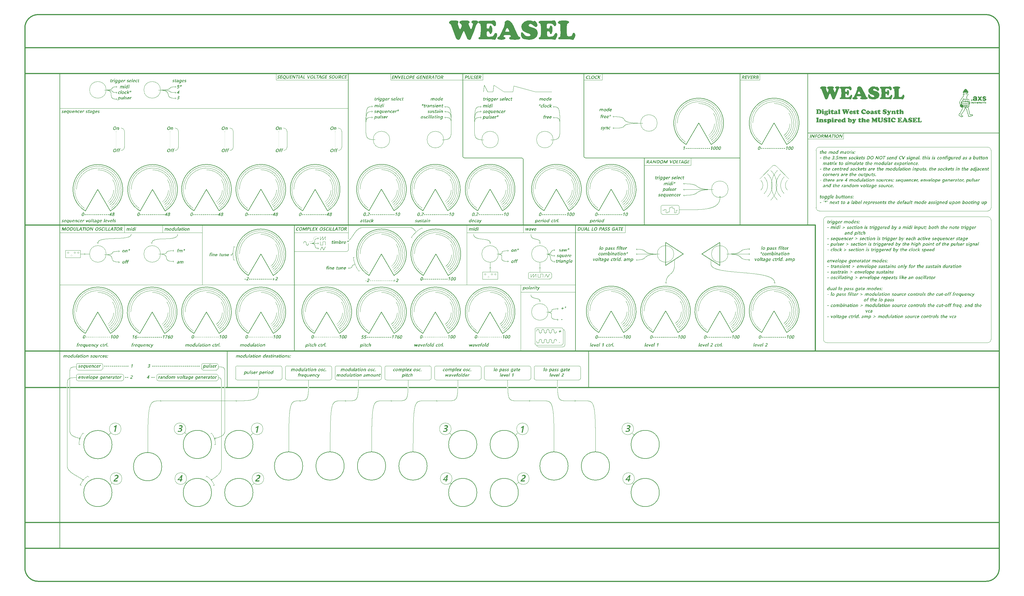
<source format=gbr>
%TF.GenerationSoftware,KiCad,Pcbnew,9.0.1*%
%TF.CreationDate,2025-10-24T09:39:51+01:00*%
%TF.ProjectId,WEASEL_KiCad_frontPanel,57454153-454c-45f4-9b69-4361645f6672,rev?*%
%TF.SameCoordinates,Original*%
%TF.FileFunction,Legend,Top*%
%TF.FilePolarity,Positive*%
%FSLAX46Y46*%
G04 Gerber Fmt 4.6, Leading zero omitted, Abs format (unit mm)*
G04 Created by KiCad (PCBNEW 9.0.1) date 2025-10-24 09:39:51*
%MOMM*%
%LPD*%
G01*
G04 APERTURE LIST*
%ADD10C,0.200000*%
%ADD11C,0.100000*%
%ADD12C,0.300000*%
%ADD13C,0.250000*%
%ADD14C,0.000000*%
G04 APERTURE END LIST*
D10*
X111250000Y-126215800D02*
G75*
G02*
X118750000Y-126215800I3750000J6500000D01*
G01*
D11*
X64750000Y-146500000D02*
X64714224Y-146500011D01*
X64678674Y-146500045D01*
X64648474Y-146500095D01*
X64618439Y-146500168D01*
X64591533Y-146500254D01*
X64564760Y-146500361D01*
X64540149Y-146500480D01*
X64515650Y-146500620D01*
X64492775Y-146500771D01*
X64470000Y-146500943D01*
X64448512Y-146501126D01*
X64427112Y-146501328D01*
X64406769Y-146501542D01*
X64386507Y-146501775D01*
X64367135Y-146502018D01*
X64347837Y-146502281D01*
X64329305Y-146502554D01*
X64310841Y-146502847D01*
X64293046Y-146503149D01*
X64275315Y-146503471D01*
X64258175Y-146503802D01*
X64241095Y-146504153D01*
X64224544Y-146504513D01*
X64208049Y-146504892D01*
X64192032Y-146505281D01*
X64176067Y-146505689D01*
X64160535Y-146506106D01*
X64145054Y-146506542D01*
X64129969Y-146506987D01*
X64114933Y-146507451D01*
X64100260Y-146507924D01*
X64085634Y-146508416D01*
X64071344Y-146508917D01*
X64057098Y-146509436D01*
X64043165Y-146509965D01*
X64029274Y-146510512D01*
X64015674Y-146511068D01*
X64002114Y-146511642D01*
X63988827Y-146512225D01*
X63975579Y-146512827D01*
X63962586Y-146513438D01*
X63949631Y-146514066D01*
X63936916Y-146514704D01*
X63924238Y-146515360D01*
X63911786Y-146516024D01*
X63899369Y-146516707D01*
X63887167Y-146517398D01*
X63874998Y-146518107D01*
X63863033Y-146518825D01*
X63851100Y-146519561D01*
X63839360Y-146520305D01*
X63827652Y-146521068D01*
X63816128Y-146521839D01*
X63804634Y-146522628D01*
X63793315Y-146523425D01*
X63782027Y-146524240D01*
X63770905Y-146525064D01*
X63759812Y-146525905D01*
X63748879Y-146526755D01*
X63737974Y-146527622D01*
X63727222Y-146528498D01*
X63716497Y-146529392D01*
X63705919Y-146530293D01*
X63695368Y-146531213D01*
X63684957Y-146532140D01*
X63674572Y-146533086D01*
X63664322Y-146534039D01*
X63654098Y-146535010D01*
X63644004Y-146535989D01*
X63633935Y-146536986D01*
X63623990Y-146537991D01*
X63614070Y-146539013D01*
X63604270Y-146540044D01*
X63594494Y-146541092D01*
X63584834Y-146542147D01*
X63575198Y-146543221D01*
X63565673Y-146544302D01*
X63556172Y-146545401D01*
X63546778Y-146546508D01*
X63537408Y-146547632D01*
X63528141Y-146548764D01*
X63518897Y-146549913D01*
X63509753Y-146551071D01*
X63500631Y-146552245D01*
X63491607Y-146553428D01*
X63482605Y-146554628D01*
X63473696Y-146555835D01*
X63464809Y-146557060D01*
X63456013Y-146558293D01*
X63447238Y-146559543D01*
X63438552Y-146560801D01*
X63429886Y-146562076D01*
X63421306Y-146563359D01*
X63412747Y-146564659D01*
X63404270Y-146565967D01*
X63395814Y-146567292D01*
X63387438Y-146568624D01*
X63379082Y-146569974D01*
X63370804Y-146571332D01*
X63362546Y-146572707D01*
X63354364Y-146574089D01*
X63346201Y-146575489D01*
X63338112Y-146576896D01*
X63330042Y-146578320D01*
X63322044Y-146579752D01*
X63314064Y-146581201D01*
X63306155Y-146582658D01*
X63298263Y-146584132D01*
X63290440Y-146585614D01*
X63282635Y-146587112D01*
X63274897Y-146588618D01*
X63267176Y-146590142D01*
X63259520Y-146591673D01*
X63251881Y-146593221D01*
X63244305Y-146594776D01*
X63236747Y-146596349D01*
X63229250Y-146597929D01*
X63221770Y-146599526D01*
X63214350Y-146601131D01*
X63206946Y-146602753D01*
X63199601Y-146604383D01*
X63192272Y-146606030D01*
X63185001Y-146607684D01*
X63177746Y-146609355D01*
X63170546Y-146611034D01*
X63163363Y-146612730D01*
X63156234Y-146614433D01*
X63149120Y-146616154D01*
X63142060Y-146617882D01*
X63135015Y-146619627D01*
X63128022Y-146621380D01*
X63121045Y-146623150D01*
X63114118Y-146624928D01*
X63107206Y-146626722D01*
X63100344Y-146628525D01*
X63093497Y-146630344D01*
X63086698Y-146632171D01*
X63079914Y-146634015D01*
X63073177Y-146635866D01*
X63066455Y-146637735D01*
X63059779Y-146639612D01*
X63053117Y-146641505D01*
X63046501Y-146643406D01*
X63039898Y-146645324D01*
X63033340Y-146647250D01*
X63026797Y-146649193D01*
X63020296Y-146651144D01*
X63013809Y-146653112D01*
X63007365Y-146655088D01*
X63000934Y-146657081D01*
X62994545Y-146659082D01*
X62988169Y-146661099D01*
X62981833Y-146663125D01*
X62975512Y-146665168D01*
X62969229Y-146667218D01*
X62962960Y-146669286D01*
X62956730Y-146671362D01*
X62950513Y-146673455D01*
X62944334Y-146675556D01*
X62938168Y-146677674D01*
X62932039Y-146679800D01*
X62925923Y-146681943D01*
X62919843Y-146684094D01*
X62913777Y-146686263D01*
X62907745Y-146688439D01*
X62901726Y-146690633D01*
X62895743Y-146692835D01*
X62889771Y-146695054D01*
X62883834Y-146697282D01*
X62877909Y-146699526D01*
X62872018Y-146701780D01*
X62866139Y-146704050D01*
X62860292Y-146706329D01*
X62854458Y-146708624D01*
X62848656Y-146710929D01*
X62842865Y-146713250D01*
X62837106Y-146715580D01*
X62831360Y-146717928D01*
X62825643Y-146720284D01*
X62819939Y-146722657D01*
X62814265Y-146725039D01*
X62808602Y-146727438D01*
X62802969Y-146729846D01*
X62797348Y-146732272D01*
X62791755Y-146734706D01*
X62786174Y-146737157D01*
X62780622Y-146739618D01*
X62775080Y-146742096D01*
X62769567Y-146744583D01*
X62764065Y-146747087D01*
X62758590Y-146749601D01*
X62753126Y-146752132D01*
X62747689Y-146754672D01*
X62742263Y-146757229D01*
X62736863Y-146759796D01*
X62731474Y-146762380D01*
X62726110Y-146764974D01*
X62720758Y-146767585D01*
X62715431Y-146770207D01*
X62710114Y-146772845D01*
X62704822Y-146775493D01*
X62699541Y-146778158D01*
X62694284Y-146780834D01*
X62689037Y-146783526D01*
X62683815Y-146786229D01*
X62678602Y-146788949D01*
X62673413Y-146791680D01*
X62668235Y-146794428D01*
X62663079Y-146797186D01*
X62657933Y-146799962D01*
X62652810Y-146802748D01*
X62647697Y-146805551D01*
X62642606Y-146808366D01*
X62637525Y-146811197D01*
X62632465Y-146814040D01*
X62627416Y-146816900D01*
X62622387Y-146819771D01*
X62617369Y-146822659D01*
X62612371Y-146825559D01*
X62607383Y-146828476D01*
X62602415Y-146831404D01*
X62597457Y-146834350D01*
X62592519Y-146837308D01*
X62587591Y-146840282D01*
X62582682Y-146843269D01*
X62577783Y-146846273D01*
X62572903Y-146849289D01*
X62568033Y-146852322D01*
X62563181Y-146855368D01*
X62558339Y-146858431D01*
X62553514Y-146861506D01*
X62548700Y-146864599D01*
X62543903Y-146867704D01*
X62539117Y-146870827D01*
X62534347Y-146873963D01*
X62529587Y-146877116D01*
X62524844Y-146880282D01*
X62520110Y-146883465D01*
X62515394Y-146886662D01*
X62510686Y-146889876D01*
X62505995Y-146893104D01*
X62501314Y-146896349D01*
X62496648Y-146899607D01*
X62491992Y-146902883D01*
X62487351Y-146906173D01*
X62482720Y-146909481D01*
X62478104Y-146912803D01*
X62473498Y-146916142D01*
X62468906Y-146919495D01*
X62464324Y-146922866D01*
X62459756Y-146926252D01*
X62455198Y-146929655D01*
X62450653Y-146933073D01*
X62446119Y-146936509D01*
X62441598Y-146939959D01*
X62437086Y-146943427D01*
X62432588Y-146946911D01*
X62428099Y-146950412D01*
X62423624Y-146953929D01*
X62419158Y-146957463D01*
X62414704Y-146961013D01*
X62410260Y-146964581D01*
X62405829Y-146968165D01*
X62401407Y-146971767D01*
X62396997Y-146975384D01*
X62392596Y-146979020D01*
X62388208Y-146982672D01*
X62383829Y-146986343D01*
X62379461Y-146990029D01*
X62375103Y-146993734D01*
X62370756Y-146997456D01*
X62366418Y-147001196D01*
X62362092Y-147004953D01*
X62357775Y-147008728D01*
X62353469Y-147012520D01*
X62349171Y-147016331D01*
X62344885Y-147020160D01*
X62340608Y-147024006D01*
X62336341Y-147027871D01*
X62332083Y-147031754D01*
X62327836Y-147035655D01*
X62323597Y-147039575D01*
X62319369Y-147043513D01*
X62315149Y-147047470D01*
X62310940Y-147051445D01*
X62306739Y-147055439D01*
X62302548Y-147059451D01*
X62298365Y-147063483D01*
X62294193Y-147067534D01*
X62290029Y-147071604D01*
X62285874Y-147075692D01*
X62281728Y-147079801D01*
X62277591Y-147083928D01*
X62273463Y-147088075D01*
X62269344Y-147092242D01*
X62265233Y-147096428D01*
X62261131Y-147100634D01*
X62257038Y-147104859D01*
X62252953Y-147109105D01*
X62248877Y-147113371D01*
X62244809Y-147117657D01*
X62240749Y-147121962D01*
X62236698Y-147126289D01*
X62232656Y-147130635D01*
X62228621Y-147135003D01*
X62224595Y-147139391D01*
X62220576Y-147143799D01*
X62216566Y-147148229D01*
X62212564Y-147152679D01*
X62208570Y-147157150D01*
X62200606Y-147166157D01*
X62192673Y-147175249D01*
X62184771Y-147184427D01*
X62176899Y-147193692D01*
X62169058Y-147203045D01*
X62161247Y-147212488D01*
X62153466Y-147222020D01*
X62145713Y-147231643D01*
X62137990Y-147241358D01*
X62130295Y-147251166D01*
X62122629Y-147261067D01*
X62114991Y-147271063D01*
X62107380Y-147281155D01*
X62099797Y-147291343D01*
X62092241Y-147301629D01*
X62084712Y-147312014D01*
X62077209Y-147322499D01*
X62069733Y-147333085D01*
X62062283Y-147343772D01*
X62054858Y-147354563D01*
X62047460Y-147365457D01*
X62040086Y-147376457D01*
X62032738Y-147387564D01*
X62025415Y-147398777D01*
X62018116Y-147410100D01*
X62010842Y-147421532D01*
X62003593Y-147433076D01*
X61996367Y-147444732D01*
X61989165Y-147456501D01*
X61981987Y-147468385D01*
X61974833Y-147480385D01*
X61967702Y-147492502D01*
X61960594Y-147504738D01*
X61953509Y-147517094D01*
X61946447Y-147529571D01*
X61939408Y-147542170D01*
X61932392Y-147554893D01*
X61925398Y-147567742D01*
X61918426Y-147580717D01*
X61911476Y-147593820D01*
X61904549Y-147607052D01*
X61897643Y-147620416D01*
X61890759Y-147633911D01*
X61883897Y-147647541D01*
X61877057Y-147661305D01*
X61870238Y-147675207D01*
X61863440Y-147689247D01*
X61856664Y-147703427D01*
X61849909Y-147717748D01*
X61843175Y-147732212D01*
X61836462Y-147746821D01*
X61829771Y-147761576D01*
X61823100Y-147776479D01*
X61816450Y-147791531D01*
X61809821Y-147806735D01*
X61803212Y-147822092D01*
X61796624Y-147837603D01*
X61790057Y-147853271D01*
X61783511Y-147869097D01*
X61776984Y-147885083D01*
X61770479Y-147901231D01*
X61763994Y-147917542D01*
X61757529Y-147934019D01*
X61751085Y-147950664D01*
X61744661Y-147967477D01*
X61738258Y-147984463D01*
X61731874Y-148001621D01*
X61725512Y-148018954D01*
X61719169Y-148036465D01*
X61712847Y-148054155D01*
X61706545Y-148072026D01*
X61700263Y-148090081D01*
X61694002Y-148108321D01*
X61687761Y-148126749D01*
X61681540Y-148145367D01*
X61675340Y-148164176D01*
X61669160Y-148183180D01*
X61663000Y-148202381D01*
X61656861Y-148221780D01*
X61650742Y-148241381D01*
X61644644Y-148261185D01*
X61638566Y-148281195D01*
X61632508Y-148301413D01*
X61626471Y-148321842D01*
X61620455Y-148342484D01*
X61614459Y-148363342D01*
X61608484Y-148384418D01*
X61602529Y-148405715D01*
X61596596Y-148427236D01*
X61590683Y-148448982D01*
X61584790Y-148470958D01*
X61578919Y-148493165D01*
X61573069Y-148515606D01*
X61567240Y-148538285D01*
X61561431Y-148561203D01*
X61555644Y-148584365D01*
X61549878Y-148607772D01*
X61544134Y-148631427D01*
X61538410Y-148655335D01*
X61532708Y-148679498D01*
X61527028Y-148703918D01*
X61521369Y-148728599D01*
X61515732Y-148753545D01*
X61510116Y-148778758D01*
X61504522Y-148804242D01*
X61498950Y-148830000D01*
X61493400Y-148856035D01*
X61487873Y-148882352D01*
X61482367Y-148908953D01*
X61476883Y-148935841D01*
X61471422Y-148963022D01*
X61465983Y-148990497D01*
X61460567Y-149018271D01*
X61455174Y-149046348D01*
X61449803Y-149074732D01*
X61444455Y-149103425D01*
X61439130Y-149132433D01*
X61433828Y-149161759D01*
X61428549Y-149191408D01*
X61423293Y-149221383D01*
X61418061Y-149251689D01*
X61412853Y-149282329D01*
X61407668Y-149313309D01*
X61402506Y-149344632D01*
X61397369Y-149376304D01*
X61392255Y-149408328D01*
X61387166Y-149440710D01*
X61382100Y-149473454D01*
X61377060Y-149506564D01*
X61372043Y-149540046D01*
X61367051Y-149573905D01*
X61362084Y-149608145D01*
X61357142Y-149642772D01*
X61352225Y-149677791D01*
X61347333Y-149713207D01*
X61342466Y-149749026D01*
X61337624Y-149785254D01*
X61332809Y-149821894D01*
X61328018Y-149858955D01*
X61323254Y-149896440D01*
X61318516Y-149934357D01*
X61313803Y-149972711D01*
X61309117Y-150011507D01*
X61304458Y-150050754D01*
X61299825Y-150090456D01*
X61295218Y-150130621D01*
X61290639Y-150171254D01*
X61286087Y-150212363D01*
X61281561Y-150253955D01*
X61277063Y-150296036D01*
X61272593Y-150338613D01*
X61268150Y-150381695D01*
X61263735Y-150425287D01*
X61259348Y-150469399D01*
X61254990Y-150514036D01*
X61250659Y-150559209D01*
X61246357Y-150604923D01*
X61242084Y-150651189D01*
X61237839Y-150698013D01*
X61233624Y-150745404D01*
X61229437Y-150793372D01*
X61225280Y-150841925D01*
X61221153Y-150891073D01*
X61217055Y-150940824D01*
X61212987Y-150991188D01*
X61208949Y-151042175D01*
X61204942Y-151093795D01*
X61200965Y-151146057D01*
X61197018Y-151198973D01*
X61193102Y-151252553D01*
X61189218Y-151306808D01*
X61185364Y-151361749D01*
X61181542Y-151417388D01*
X61177751Y-151473736D01*
X61173992Y-151530805D01*
X61170265Y-151588608D01*
X61166570Y-151647156D01*
X61162908Y-151706464D01*
X61159278Y-151766544D01*
X61155681Y-151827409D01*
X61152117Y-151889074D01*
X61148586Y-151951554D01*
X61145088Y-152014862D01*
X61141624Y-152079013D01*
X61138194Y-152144024D01*
X61134798Y-152209910D01*
X61131436Y-152276688D01*
X61128108Y-152344374D01*
X61124815Y-152412985D01*
X61121557Y-152482540D01*
X61118334Y-152553056D01*
X61115147Y-152624552D01*
X61111995Y-152697049D01*
X61108879Y-152770565D01*
X61105799Y-152845122D01*
X61102755Y-152920741D01*
X61099748Y-152997443D01*
X61096777Y-153075251D01*
X61093844Y-153154189D01*
X61090947Y-153234281D01*
X61088088Y-153315552D01*
X61085267Y-153398027D01*
X61082484Y-153481733D01*
X61079739Y-153566699D01*
X61077033Y-153652951D01*
X61074365Y-153740521D01*
X61071736Y-153829438D01*
X61069147Y-153919735D01*
X61066597Y-154011445D01*
X61064087Y-154104602D01*
X61061617Y-154199241D01*
X61059188Y-154295401D01*
X61056799Y-154393119D01*
X61054451Y-154492436D01*
X61052144Y-154593394D01*
X61049879Y-154696037D01*
X61047656Y-154800409D01*
X61045475Y-154906560D01*
X61043336Y-155014539D01*
X61041240Y-155124397D01*
X61039187Y-155236191D01*
X61037178Y-155349977D01*
X61035212Y-155465816D01*
X61033291Y-155583771D01*
X61031413Y-155703908D01*
X61029581Y-155826298D01*
X61027794Y-155951015D01*
X61026052Y-156078137D01*
X61024356Y-156207747D01*
X61022706Y-156339933D01*
X61021103Y-156474787D01*
X61019547Y-156612408D01*
X61018038Y-156752901D01*
X61016578Y-156896379D01*
X61015165Y-157042961D01*
X61013801Y-157192775D01*
X61012487Y-157345959D01*
X61011222Y-157502660D01*
X61010007Y-157663039D01*
X61008843Y-157827266D01*
X61007730Y-157995530D01*
X61006669Y-158168032D01*
X61005660Y-158344994D01*
X61004704Y-158526659D01*
X61003802Y-158713292D01*
X61002954Y-158905188D01*
X61002161Y-159102671D01*
X61001424Y-159306104D01*
X61000743Y-159515894D01*
X61000120Y-159732499D01*
X60999555Y-159956437D01*
X60999050Y-160188304D01*
X60998605Y-160428783D01*
X60998223Y-160678671D01*
X60997903Y-160938909D01*
X60997649Y-161210614D01*
X60997463Y-161495143D01*
X60997345Y-161794163D01*
X60997300Y-162109777D01*
X60997300Y-162142653D01*
X34500000Y-111500000D02*
X105250000Y-111500000D01*
X157250000Y-93500000D02*
X157250000Y-111500000D01*
X140997300Y-161942653D02*
X140747300Y-161692653D01*
D10*
X204498100Y-125931600D02*
X200748100Y-119431600D01*
D11*
X201250000Y-64250000D02*
X201500000Y-64500000D01*
X173500000Y-111500000D02*
X173500000Y-131500000D01*
X200750000Y-76781388D02*
G75*
G02*
X204250000Y-87431600I0J-5900212D01*
G01*
X68864017Y-101215800D02*
X68614017Y-100965800D01*
X53750000Y-140000000D02*
G75*
G02*
X53250000Y-140500000I-500000J0D01*
G01*
X86899256Y-104022124D02*
X87197104Y-103962917D01*
X176247300Y-146500000D02*
X175997300Y-146250000D01*
X200748100Y-113531388D02*
G75*
G02*
X204248100Y-124181600I0J-5900212D01*
G01*
X178250000Y-125500000D02*
X178250010Y-125495267D01*
X178250040Y-125490553D01*
X178250090Y-125485860D01*
X178250159Y-125481186D01*
X178250248Y-125476533D01*
X178250357Y-125471900D01*
X178250485Y-125467286D01*
X178250633Y-125462693D01*
X178250800Y-125458119D01*
X178250986Y-125453566D01*
X178251191Y-125449032D01*
X178251416Y-125444519D01*
X178251659Y-125440026D01*
X178251921Y-125435552D01*
X178252203Y-125431099D01*
X178252502Y-125426665D01*
X178252821Y-125422252D01*
X178253158Y-125417859D01*
X178253514Y-125413485D01*
X178253888Y-125409132D01*
X178254280Y-125404798D01*
X178254690Y-125400485D01*
X178255119Y-125396191D01*
X178255566Y-125391918D01*
X178256030Y-125387665D01*
X178256513Y-125383431D01*
X178257013Y-125379218D01*
X178257531Y-125375024D01*
X178258067Y-125370851D01*
X178258621Y-125366698D01*
X178259191Y-125362564D01*
X178259779Y-125358451D01*
X178260385Y-125354357D01*
X178261008Y-125350284D01*
X178261647Y-125346230D01*
X178262304Y-125342197D01*
X178262978Y-125338184D01*
X178263669Y-125334190D01*
X178264376Y-125330217D01*
X178265101Y-125326263D01*
X178265841Y-125322330D01*
X178266599Y-125318417D01*
X178267373Y-125314523D01*
X178268163Y-125310650D01*
X178268969Y-125306796D01*
X178269792Y-125302963D01*
X178270631Y-125299149D01*
X178271486Y-125295356D01*
X178272356Y-125291583D01*
X178273243Y-125287829D01*
X178274146Y-125284096D01*
X178275064Y-125280382D01*
X178275998Y-125276689D01*
X178276947Y-125273016D01*
X178277912Y-125269362D01*
X178278892Y-125265729D01*
X178279887Y-125262115D01*
X178280898Y-125258522D01*
X178281923Y-125254948D01*
X178282964Y-125251395D01*
X178284020Y-125247862D01*
X178285090Y-125244348D01*
X178286176Y-125240855D01*
X178287276Y-125237381D01*
X178288390Y-125233928D01*
X178289519Y-125230495D01*
X178290663Y-125227081D01*
X178291821Y-125223688D01*
X178292993Y-125220314D01*
X178294179Y-125216961D01*
X178295380Y-125213627D01*
X178296594Y-125210314D01*
X178297823Y-125207021D01*
X178299065Y-125203747D01*
X178300321Y-125200494D01*
X178301590Y-125197260D01*
X178302874Y-125194047D01*
X178304170Y-125190854D01*
X178305481Y-125187680D01*
X178306804Y-125184527D01*
X178308141Y-125181393D01*
X178309491Y-125178280D01*
X178310854Y-125175186D01*
X178312230Y-125172113D01*
X178313619Y-125169060D01*
X178315021Y-125166026D01*
X178316435Y-125163013D01*
X178317862Y-125160019D01*
X178319302Y-125157046D01*
X178320754Y-125154093D01*
X178322219Y-125151159D01*
X178323696Y-125148246D01*
X178325185Y-125145352D01*
X178326687Y-125142479D01*
X178328200Y-125139625D01*
X178329725Y-125136792D01*
X178331263Y-125133979D01*
X178332812Y-125131185D01*
X178334373Y-125128412D01*
X178335945Y-125125658D01*
X178337530Y-125122925D01*
X178339125Y-125120212D01*
X178340732Y-125117518D01*
X178342351Y-125114845D01*
X178343980Y-125112191D01*
X178345621Y-125109558D01*
X178347273Y-125106944D01*
X178348935Y-125104351D01*
X178350609Y-125101778D01*
X178352293Y-125099224D01*
X178353989Y-125096691D01*
X178355694Y-125094177D01*
X178357411Y-125091684D01*
X178359138Y-125089211D01*
X178360875Y-125086757D01*
X178362622Y-125084324D01*
X178364380Y-125081910D01*
X178366148Y-125079517D01*
X178367926Y-125077143D01*
X178369714Y-125074790D01*
X178371511Y-125072457D01*
X178373319Y-125070143D01*
X178375136Y-125067850D01*
X178376963Y-125065576D01*
X178378800Y-125063323D01*
X178380646Y-125061090D01*
X178382501Y-125058876D01*
X178384365Y-125056683D01*
X178386239Y-125054509D01*
X178388122Y-125052356D01*
X178390014Y-125050222D01*
X178391915Y-125048109D01*
X178393825Y-125046016D01*
X178395743Y-125043942D01*
X178397670Y-125041889D01*
X178399606Y-125039855D01*
X178401551Y-125037842D01*
X178403504Y-125035849D01*
X178405465Y-125033875D01*
X178407434Y-125031922D01*
X178409412Y-125029988D01*
X178411398Y-125028075D01*
X178413392Y-125026181D01*
X178415393Y-125024308D01*
X178417403Y-125022455D01*
X178419420Y-125020621D01*
X178421445Y-125018808D01*
X178423478Y-125017014D01*
X178425518Y-125015241D01*
X178427566Y-125013488D01*
X178429621Y-125011754D01*
X178431683Y-125010041D01*
X178433752Y-125008347D01*
X178435829Y-125006674D01*
X178437913Y-125005020D01*
X178440003Y-125003387D01*
X178442100Y-125001774D01*
X178444204Y-125000180D01*
X178446315Y-124998607D01*
X178448432Y-124997053D01*
X178450556Y-124995520D01*
X178452687Y-124994007D01*
X178454823Y-124992513D01*
X178456966Y-124991040D01*
X178459115Y-124989586D01*
X178461270Y-124988153D01*
X178463431Y-124986739D01*
X178465598Y-124985346D01*
X178467771Y-124983973D01*
X178469950Y-124982619D01*
X178472134Y-124981286D01*
X178474324Y-124979972D01*
X178476519Y-124978679D01*
X178478720Y-124977406D01*
X178480926Y-124976152D01*
X178483138Y-124974919D01*
X178485354Y-124973705D01*
X178487576Y-124972512D01*
X178489802Y-124971338D01*
X178492034Y-124970185D01*
X178494270Y-124969052D01*
X178496511Y-124967938D01*
X178498757Y-124966845D01*
X178501007Y-124965771D01*
X178503262Y-124964718D01*
X178505521Y-124963685D01*
X178507784Y-124962671D01*
X178510052Y-124961678D01*
X178512324Y-124960704D01*
X178514600Y-124959751D01*
X178516880Y-124958817D01*
X178519163Y-124957904D01*
X178521451Y-124957011D01*
X178523742Y-124956137D01*
X178526037Y-124955284D01*
X178528336Y-124954450D01*
X178530638Y-124953637D01*
X178532943Y-124952844D01*
X178535252Y-124952070D01*
X178537563Y-124951317D01*
X178539878Y-124950583D01*
X178542197Y-124949870D01*
X178544518Y-124949176D01*
X178546841Y-124948503D01*
X178549168Y-124947850D01*
X178551498Y-124947216D01*
X178553830Y-124946603D01*
X178556164Y-124946009D01*
X178558501Y-124945436D01*
X178560841Y-124944883D01*
X178563182Y-124944349D01*
X178565526Y-124943836D01*
X178567872Y-124943342D01*
X178570220Y-124942869D01*
X178572570Y-124942415D01*
X178574922Y-124941982D01*
X178577276Y-124941569D01*
X178579631Y-124941175D01*
X178581988Y-124940802D01*
X178584347Y-124940448D01*
X178586707Y-124940115D01*
X178589068Y-124939802D01*
X178591431Y-124939508D01*
X178593795Y-124939235D01*
X178596160Y-124938981D01*
X178598526Y-124938748D01*
X178600893Y-124938534D01*
X178603260Y-124938341D01*
X178605629Y-124938168D01*
X178607998Y-124938014D01*
X178610368Y-124937881D01*
X178612738Y-124937767D01*
X178615109Y-124937674D01*
X178617480Y-124937601D01*
X178619852Y-124937547D01*
X178622223Y-124937514D01*
X178624595Y-124937500D01*
X178626967Y-124937507D01*
X178629338Y-124937533D01*
X178631710Y-124937580D01*
X178634081Y-124937647D01*
X178636452Y-124937733D01*
X178638822Y-124937840D01*
X178641192Y-124937966D01*
X178643562Y-124938113D01*
X178645931Y-124938280D01*
X178648299Y-124938466D01*
X178650666Y-124938673D01*
X178653032Y-124938899D01*
X178655397Y-124939146D01*
X178657762Y-124939412D01*
X178660125Y-124939699D01*
X178662486Y-124940006D01*
X178664847Y-124940332D01*
X178667206Y-124940679D01*
X178669563Y-124941045D01*
X178671919Y-124941432D01*
X178674274Y-124941839D01*
X178676626Y-124942265D01*
X178678977Y-124942712D01*
X178681326Y-124943178D01*
X178683672Y-124943665D01*
X178686017Y-124944171D01*
X178688360Y-124944698D01*
X178690700Y-124945245D01*
X178693038Y-124945811D01*
X178695373Y-124946398D01*
X178697706Y-124947004D01*
X178700036Y-124947631D01*
X178702364Y-124948278D01*
X178704689Y-124948944D01*
X178707011Y-124949631D01*
X178709330Y-124950337D01*
X178711646Y-124951064D01*
X178713959Y-124951810D01*
X178716269Y-124952577D01*
X178718575Y-124953364D01*
X178720878Y-124954170D01*
X178723178Y-124954997D01*
X178725474Y-124955843D01*
X178727767Y-124956710D01*
X178730056Y-124957597D01*
X178732341Y-124958503D01*
X178734622Y-124959430D01*
X178736899Y-124960376D01*
X178739172Y-124961343D01*
X178741441Y-124962329D01*
X178743706Y-124963336D01*
X178745967Y-124964363D01*
X178748223Y-124965409D01*
X178750475Y-124966476D01*
X178752722Y-124967562D01*
X178754965Y-124968669D01*
X178757203Y-124969796D01*
X178759436Y-124970942D01*
X178761664Y-124972109D01*
X178763887Y-124973295D01*
X178766106Y-124974502D01*
X178768319Y-124975728D01*
X178770527Y-124976975D01*
X178772729Y-124978242D01*
X178774927Y-124979528D01*
X178777118Y-124980835D01*
X178779304Y-124982161D01*
X178781485Y-124983508D01*
X178783660Y-124984875D01*
X178785829Y-124986261D01*
X178787992Y-124987668D01*
X178790149Y-124989094D01*
X178792300Y-124990541D01*
X178794445Y-124992007D01*
X178796584Y-124993494D01*
X178798717Y-124995001D01*
X178800843Y-124996527D01*
X178802962Y-124998074D01*
X178805075Y-124999640D01*
X178807182Y-125001227D01*
X178809281Y-125002834D01*
X178811374Y-125004460D01*
X178813460Y-125006107D01*
X178815539Y-125007773D01*
X178817611Y-125009460D01*
X178819675Y-125011166D01*
X178821733Y-125012893D01*
X178823783Y-125014640D01*
X178825826Y-125016406D01*
X178827861Y-125018193D01*
X178829889Y-125019999D01*
X178831909Y-125021826D01*
X178833921Y-125023673D01*
X178835925Y-125025539D01*
X178837922Y-125027426D01*
X178839911Y-125029332D01*
X178841891Y-125031259D01*
X178843863Y-125033205D01*
X178845827Y-125035172D01*
X178847783Y-125037159D01*
X178849730Y-125039165D01*
X178851669Y-125041192D01*
X178853599Y-125043238D01*
X178855521Y-125045305D01*
X178857434Y-125047392D01*
X178859338Y-125049498D01*
X178861233Y-125051625D01*
X178863119Y-125053771D01*
X178864995Y-125055938D01*
X178866863Y-125058124D01*
X178868722Y-125060331D01*
X178870571Y-125062558D01*
X178872410Y-125064804D01*
X178874241Y-125067071D01*
X178876061Y-125069357D01*
X178877872Y-125071664D01*
X178879673Y-125073991D01*
X178881464Y-125076337D01*
X178883246Y-125078704D01*
X178885017Y-125081090D01*
X178886778Y-125083497D01*
X178888529Y-125085923D01*
X178890270Y-125088370D01*
X178892000Y-125090837D01*
X178893720Y-125093323D01*
X178895430Y-125095830D01*
X178897129Y-125098356D01*
X178898817Y-125100903D01*
X178900494Y-125103470D01*
X178902161Y-125106056D01*
X178903816Y-125108663D01*
X178905461Y-125111289D01*
X178907094Y-125113936D01*
X178908716Y-125116602D01*
X178910327Y-125119289D01*
X178911927Y-125121996D01*
X178913515Y-125124722D01*
X178915091Y-125127469D01*
X178916656Y-125130235D01*
X178918209Y-125133022D01*
X178919751Y-125135829D01*
X178921280Y-125138655D01*
X178922798Y-125141502D01*
X178924303Y-125144368D01*
X178925797Y-125147255D01*
X178927278Y-125150161D01*
X178928747Y-125153088D01*
X178930203Y-125156035D01*
X178931647Y-125159001D01*
X178933079Y-125161988D01*
X178934498Y-125164994D01*
X178935904Y-125168021D01*
X178937297Y-125171068D01*
X178938678Y-125174134D01*
X178940045Y-125177221D01*
X178941399Y-125180327D01*
X178942741Y-125183454D01*
X178944069Y-125186600D01*
X178945384Y-125189767D01*
X178946685Y-125192954D01*
X178947973Y-125196160D01*
X178949247Y-125199387D01*
X178950508Y-125202633D01*
X178951755Y-125205900D01*
X178952988Y-125209187D01*
X178954207Y-125212493D01*
X178955412Y-125215820D01*
X178956603Y-125219166D01*
X178957780Y-125222533D01*
X178958943Y-125225919D01*
X178960092Y-125229326D01*
X178961226Y-125232753D01*
X178962345Y-125236199D01*
X178963450Y-125239666D01*
X178964540Y-125243152D01*
X178965616Y-125246659D01*
X178966677Y-125250186D01*
X178967723Y-125253732D01*
X178968753Y-125257299D01*
X178969769Y-125260885D01*
X178970770Y-125264492D01*
X178971755Y-125268118D01*
X178972725Y-125271765D01*
X178973680Y-125275432D01*
X178974619Y-125279118D01*
X178975542Y-125282825D01*
X178976450Y-125286551D01*
X178977342Y-125290298D01*
X178978219Y-125294065D01*
X178979079Y-125297851D01*
X178979923Y-125301658D01*
X178980751Y-125305484D01*
X178981564Y-125309331D01*
X178982359Y-125313197D01*
X178983139Y-125317084D01*
X178983902Y-125320991D01*
X178984648Y-125324917D01*
X178985378Y-125328864D01*
X178986091Y-125332830D01*
X178986788Y-125336817D01*
X178987467Y-125340824D01*
X178988130Y-125344850D01*
X178988776Y-125348897D01*
X178989404Y-125352963D01*
X178990016Y-125357050D01*
X178990610Y-125361156D01*
X178991186Y-125365283D01*
X178991746Y-125369430D01*
X178992287Y-125373596D01*
X178992812Y-125377783D01*
X178993318Y-125381989D01*
X178993807Y-125386216D01*
X178994278Y-125390463D01*
X178994730Y-125394729D01*
X178995165Y-125399016D01*
X178995582Y-125403322D01*
X178995980Y-125407649D01*
X178996361Y-125411995D01*
X178996723Y-125416362D01*
X178997066Y-125420749D01*
X178997391Y-125425155D01*
X178997697Y-125429582D01*
X178997985Y-125434028D01*
X178998253Y-125438495D01*
X178998503Y-125442982D01*
X178998734Y-125447488D01*
X178998946Y-125452015D01*
X178999139Y-125456561D01*
X178999312Y-125461128D01*
X178999467Y-125465715D01*
X178999601Y-125470321D01*
X178999717Y-125474948D01*
X178999813Y-125479594D01*
X178999889Y-125484261D01*
X178999945Y-125488947D01*
X178999982Y-125493654D01*
X178999999Y-125498381D01*
X179000000Y-125500000D01*
D12*
X317750000Y-131500000D02*
X24000000Y-131500000D01*
D10*
X246117308Y-69215804D02*
G75*
G02*
X253617308Y-69215804I3750000J6500000D01*
G01*
D11*
X131750000Y-146500000D02*
X131717246Y-146500011D01*
X131684712Y-146500046D01*
X131657818Y-146500096D01*
X131631075Y-146500169D01*
X131607373Y-146500255D01*
X131583789Y-146500362D01*
X131562235Y-146500481D01*
X131540780Y-146500620D01*
X131520820Y-146500771D01*
X131500948Y-146500942D01*
X131482246Y-146501123D01*
X131463621Y-146501325D01*
X131445948Y-146501537D01*
X131428346Y-146501768D01*
X131411540Y-146502010D01*
X131394799Y-146502271D01*
X131378740Y-146502543D01*
X131362740Y-146502833D01*
X131347333Y-146503134D01*
X131331982Y-146503454D01*
X131317153Y-146503783D01*
X131302376Y-146504132D01*
X131288065Y-146504490D01*
X131273803Y-146504867D01*
X131259960Y-146505253D01*
X131246163Y-146505659D01*
X131232746Y-146506073D01*
X131219373Y-146506507D01*
X131206347Y-146506950D01*
X131193362Y-146507412D01*
X131180696Y-146507882D01*
X131168069Y-146508372D01*
X131155736Y-146508870D01*
X131143442Y-146509387D01*
X131131419Y-146509913D01*
X131119433Y-146510458D01*
X131107701Y-146511011D01*
X131096004Y-146511583D01*
X131084544Y-146512164D01*
X131073117Y-146512763D01*
X131061912Y-146513370D01*
X131050739Y-146513997D01*
X131039776Y-146514632D01*
X131028843Y-146515285D01*
X131018108Y-146515947D01*
X131007402Y-146516627D01*
X130996882Y-146517315D01*
X130986391Y-146518022D01*
X130976077Y-146518737D01*
X130965790Y-146519471D01*
X130955671Y-146520213D01*
X130945579Y-146520973D01*
X130935645Y-146521741D01*
X130925739Y-146522527D01*
X130915983Y-146523322D01*
X130906253Y-146524135D01*
X130896668Y-146524956D01*
X130887107Y-146525795D01*
X130877684Y-146526642D01*
X130868286Y-146527508D01*
X130859019Y-146528381D01*
X130849776Y-146529272D01*
X130840659Y-146530172D01*
X130831566Y-146531089D01*
X130822593Y-146532015D01*
X130813643Y-146532958D01*
X130804809Y-146533909D01*
X130795998Y-146534879D01*
X130787297Y-146535856D01*
X130778619Y-146536851D01*
X130770048Y-146537854D01*
X130761497Y-146538875D01*
X130753051Y-146539903D01*
X130744625Y-146540950D01*
X130736298Y-146542004D01*
X130727992Y-146543076D01*
X130719781Y-146544156D01*
X130711591Y-146545254D01*
X130703493Y-146546359D01*
X130695415Y-146547482D01*
X130687426Y-146548613D01*
X130679456Y-146549762D01*
X130671573Y-146550919D01*
X130663709Y-146552093D01*
X130655928Y-146553274D01*
X130648165Y-146554474D01*
X130640484Y-146555681D01*
X130632820Y-146556906D01*
X130625235Y-146558138D01*
X130617668Y-146559389D01*
X130610177Y-146560646D01*
X130602703Y-146561922D01*
X130595302Y-146563205D01*
X130587919Y-146564506D01*
X130580607Y-146565814D01*
X130573312Y-146567140D01*
X130566087Y-146568473D01*
X130558878Y-146569824D01*
X130551736Y-146571183D01*
X130544610Y-146572559D01*
X130537550Y-146573943D01*
X130530506Y-146575345D01*
X130523525Y-146576754D01*
X130516560Y-146578180D01*
X130509657Y-146579615D01*
X130502769Y-146581066D01*
X130495942Y-146582526D01*
X130489129Y-146584003D01*
X130482375Y-146585487D01*
X130475637Y-146586989D01*
X130468954Y-146588499D01*
X130462287Y-146590026D01*
X130455675Y-146591561D01*
X130449078Y-146593113D01*
X130442535Y-146594673D01*
X130436006Y-146596251D01*
X130429529Y-146597836D01*
X130423067Y-146599438D01*
X130416656Y-146601049D01*
X130410258Y-146602677D01*
X130403911Y-146604312D01*
X130397578Y-146605965D01*
X130391293Y-146607626D01*
X130385021Y-146609304D01*
X130378797Y-146610990D01*
X130372587Y-146612694D01*
X130366422Y-146614405D01*
X130360271Y-146616134D01*
X130354165Y-146617870D01*
X130348072Y-146619624D01*
X130342023Y-146621386D01*
X130335988Y-146623166D01*
X130329994Y-146624953D01*
X130324014Y-146626758D01*
X130318076Y-146628571D01*
X130312150Y-146630401D01*
X130306265Y-146632239D01*
X130300393Y-146634095D01*
X130294560Y-146635959D01*
X130288740Y-146637840D01*
X130282959Y-146639730D01*
X130277190Y-146641636D01*
X130271459Y-146643551D01*
X130265740Y-146645484D01*
X130260058Y-146647425D01*
X130254388Y-146649383D01*
X130248755Y-146651350D01*
X130243133Y-146653334D01*
X130237547Y-146655326D01*
X130231972Y-146657336D01*
X130226432Y-146659355D01*
X130220904Y-146661390D01*
X130215409Y-146663435D01*
X130209926Y-146665497D01*
X130204476Y-146667567D01*
X130199038Y-146669655D01*
X130193631Y-146671752D01*
X130188236Y-146673866D01*
X130182873Y-146675990D01*
X130177520Y-146678130D01*
X130172199Y-146680280D01*
X130166888Y-146682447D01*
X130161608Y-146684623D01*
X130156338Y-146686816D01*
X130151098Y-146689019D01*
X130145869Y-146691239D01*
X130140669Y-146693468D01*
X130135480Y-146695715D01*
X130130318Y-146697972D01*
X130125167Y-146700245D01*
X130120044Y-146702529D01*
X130114932Y-146704829D01*
X130109846Y-146707140D01*
X130104771Y-146709467D01*
X130099721Y-146711805D01*
X130094683Y-146714160D01*
X130089670Y-146716525D01*
X130084668Y-146718908D01*
X130079690Y-146721300D01*
X130074723Y-146723710D01*
X130069780Y-146726130D01*
X130064848Y-146728568D01*
X130059939Y-146731016D01*
X130055041Y-146733482D01*
X130050166Y-146735958D01*
X130045301Y-146738451D01*
X130040459Y-146740956D01*
X130035627Y-146743477D01*
X130030818Y-146746010D01*
X130026018Y-146748560D01*
X130021240Y-146751121D01*
X130016473Y-146753699D01*
X130011726Y-146756289D01*
X130006989Y-146758896D01*
X130002273Y-146761515D01*
X129997567Y-146764151D01*
X129992882Y-146766798D01*
X129988206Y-146769464D01*
X129983550Y-146772140D01*
X129978903Y-146774835D01*
X129974276Y-146777541D01*
X129969659Y-146780265D01*
X129965060Y-146783001D01*
X129960472Y-146785754D01*
X129955901Y-146788520D01*
X129951341Y-146791304D01*
X129946798Y-146794099D01*
X129942265Y-146796913D01*
X129937749Y-146799739D01*
X129933243Y-146802583D01*
X129928755Y-146805439D01*
X129924275Y-146808314D01*
X129919813Y-146811201D01*
X129915360Y-146814106D01*
X129910923Y-146817025D01*
X129906496Y-146819961D01*
X129902084Y-146822910D01*
X129897682Y-146825878D01*
X129893296Y-146828859D01*
X129888919Y-146831858D01*
X129884557Y-146834871D01*
X129880204Y-146837902D01*
X129875867Y-146840946D01*
X129871538Y-146844009D01*
X129867224Y-146847086D01*
X129862919Y-146850181D01*
X129858629Y-146853291D01*
X129854347Y-146856419D01*
X129850080Y-146859561D01*
X129845821Y-146862722D01*
X129841576Y-146865897D01*
X129837340Y-146869091D01*
X129833117Y-146872300D01*
X129828903Y-146875527D01*
X129824702Y-146878769D01*
X129820510Y-146882030D01*
X129816331Y-146885307D01*
X129812160Y-146888602D01*
X129808002Y-146891912D01*
X129803852Y-146895242D01*
X129799715Y-146898587D01*
X129795586Y-146901951D01*
X129791470Y-146905331D01*
X129787361Y-146908730D01*
X129783265Y-146912146D01*
X129779177Y-146915580D01*
X129775100Y-146919031D01*
X129771032Y-146922501D01*
X129766975Y-146925988D01*
X129762926Y-146929494D01*
X129758888Y-146933017D01*
X129754858Y-146936560D01*
X129750839Y-146940120D01*
X129746829Y-146943699D01*
X129742829Y-146947296D01*
X129738837Y-146950912D01*
X129734855Y-146954546D01*
X129730881Y-146958199D01*
X129726917Y-146961871D01*
X129722962Y-146965562D01*
X129719016Y-146969272D01*
X129715078Y-146973002D01*
X129711150Y-146976750D01*
X129707230Y-146980518D01*
X129703319Y-146984305D01*
X129699416Y-146988112D01*
X129695522Y-146991939D01*
X129691636Y-146995785D01*
X129687759Y-146999651D01*
X129683890Y-147003537D01*
X129680030Y-147007443D01*
X129676177Y-147011370D01*
X129672333Y-147015316D01*
X129668497Y-147019283D01*
X129664669Y-147023271D01*
X129660849Y-147027278D01*
X129657036Y-147031307D01*
X129653232Y-147035357D01*
X129649435Y-147039427D01*
X129645647Y-147043518D01*
X129641866Y-147047631D01*
X129638093Y-147051764D01*
X129634327Y-147055920D01*
X129630569Y-147060096D01*
X129626818Y-147064295D01*
X129623075Y-147068514D01*
X129619338Y-147072756D01*
X129615610Y-147077019D01*
X129608175Y-147085613D01*
X129600769Y-147094295D01*
X129593391Y-147103068D01*
X129586041Y-147111932D01*
X129578719Y-147120887D01*
X129571425Y-147129936D01*
X129564157Y-147139080D01*
X129556916Y-147148318D01*
X129549702Y-147157652D01*
X129542513Y-147167084D01*
X129535350Y-147176615D01*
X129528213Y-147186244D01*
X129521101Y-147195975D01*
X129514014Y-147205807D01*
X129506951Y-147215742D01*
X129499913Y-147225781D01*
X129492899Y-147235926D01*
X129485908Y-147246177D01*
X129478942Y-147256535D01*
X129471998Y-147267003D01*
X129465078Y-147277580D01*
X129458181Y-147288269D01*
X129451306Y-147299071D01*
X129444454Y-147309986D01*
X129437624Y-147321017D01*
X129430816Y-147332165D01*
X129424030Y-147343430D01*
X129417265Y-147354815D01*
X129410523Y-147366321D01*
X129403801Y-147377948D01*
X129397101Y-147389699D01*
X129390421Y-147401575D01*
X129383763Y-147413578D01*
X129377125Y-147425708D01*
X129370508Y-147437968D01*
X129363911Y-147450359D01*
X129357335Y-147462882D01*
X129350778Y-147475539D01*
X129344242Y-147488332D01*
X129337726Y-147501262D01*
X129331229Y-147514330D01*
X129324753Y-147527539D01*
X129318295Y-147540890D01*
X129311858Y-147554385D01*
X129305440Y-147568025D01*
X129299041Y-147581812D01*
X129292661Y-147595748D01*
X129286301Y-147609835D01*
X129279960Y-147624075D01*
X129273637Y-147638468D01*
X129267334Y-147653018D01*
X129261050Y-147667725D01*
X129254785Y-147682592D01*
X129248538Y-147697621D01*
X129242310Y-147712814D01*
X129236101Y-147728172D01*
X129229911Y-147743698D01*
X129223740Y-147759394D01*
X129217587Y-147775261D01*
X129211452Y-147791301D01*
X129205337Y-147807518D01*
X129199240Y-147823912D01*
X129193161Y-147840487D01*
X129187101Y-147857243D01*
X129181060Y-147874184D01*
X129175037Y-147891312D01*
X129169032Y-147908628D01*
X129163047Y-147926136D01*
X129157079Y-147943837D01*
X129151131Y-147961734D01*
X129145201Y-147979829D01*
X129139289Y-147998124D01*
X129133397Y-148016623D01*
X129127523Y-148035327D01*
X129121667Y-148054240D01*
X129115830Y-148073363D01*
X129110012Y-148092699D01*
X129104213Y-148112251D01*
X129098433Y-148132021D01*
X129092671Y-148152013D01*
X129086929Y-148172228D01*
X129081205Y-148192670D01*
X129075500Y-148213342D01*
X129069815Y-148234246D01*
X129064148Y-148255385D01*
X129058501Y-148276762D01*
X129052873Y-148298380D01*
X129047264Y-148320242D01*
X129041674Y-148342352D01*
X129036104Y-148364711D01*
X129030553Y-148387324D01*
X129025022Y-148410194D01*
X129019511Y-148433324D01*
X129014019Y-148456716D01*
X129008547Y-148480375D01*
X129003095Y-148504304D01*
X128997663Y-148528506D01*
X128992251Y-148552984D01*
X128986859Y-148577743D01*
X128981487Y-148602786D01*
X128976136Y-148628116D01*
X128970805Y-148653738D01*
X128965495Y-148679654D01*
X128960205Y-148705870D01*
X128954935Y-148732387D01*
X128949687Y-148759212D01*
X128944460Y-148786347D01*
X128939253Y-148813796D01*
X128934068Y-148841564D01*
X128928904Y-148869656D01*
X128923761Y-148898074D01*
X128918640Y-148926824D01*
X128913540Y-148955910D01*
X128908462Y-148985336D01*
X128903406Y-149015107D01*
X128898372Y-149045228D01*
X128893359Y-149075702D01*
X128888369Y-149106536D01*
X128883402Y-149137734D01*
X128878456Y-149169300D01*
X128873534Y-149201240D01*
X128868634Y-149233559D01*
X128863757Y-149266262D01*
X128858902Y-149299354D01*
X128854071Y-149332841D01*
X128849264Y-149366728D01*
X128844479Y-149401021D01*
X128839718Y-149435725D01*
X128834981Y-149470846D01*
X128830268Y-149506390D01*
X128825578Y-149542363D01*
X128820913Y-149578771D01*
X128816272Y-149615620D01*
X128811655Y-149652917D01*
X128807063Y-149690667D01*
X128802496Y-149728878D01*
X128797954Y-149767556D01*
X128793436Y-149806708D01*
X128788944Y-149846341D01*
X128784477Y-149886461D01*
X128780036Y-149927076D01*
X128775620Y-149968194D01*
X128771231Y-150009821D01*
X128766867Y-150051966D01*
X128762529Y-150094636D01*
X128758218Y-150137838D01*
X128753933Y-150181582D01*
X128749675Y-150225876D01*
X128745444Y-150270727D01*
X128741240Y-150316144D01*
X128737064Y-150362137D01*
X128732914Y-150408713D01*
X128728792Y-150455883D01*
X128724699Y-150503655D01*
X128720632Y-150552040D01*
X128716595Y-150601046D01*
X128712585Y-150650684D01*
X128708604Y-150700964D01*
X128704652Y-150751896D01*
X128700728Y-150803492D01*
X128696834Y-150855761D01*
X128692969Y-150908715D01*
X128689134Y-150962366D01*
X128685328Y-151016725D01*
X128681552Y-151071804D01*
X128677806Y-151127615D01*
X128674091Y-151184171D01*
X128670406Y-151241484D01*
X128666752Y-151299569D01*
X128663129Y-151358437D01*
X128659536Y-151418103D01*
X128655976Y-151478582D01*
X128652446Y-151539887D01*
X128648949Y-151602034D01*
X128645484Y-151665038D01*
X128642051Y-151728914D01*
X128638650Y-151793679D01*
X128635282Y-151859350D01*
X128631947Y-151925942D01*
X128628645Y-151993474D01*
X128625376Y-152061964D01*
X128622141Y-152131430D01*
X128618940Y-152201891D01*
X128615773Y-152273366D01*
X128612640Y-152345877D01*
X128609541Y-152419443D01*
X128606478Y-152494086D01*
X128603450Y-152569828D01*
X128600456Y-152646692D01*
X128597499Y-152724700D01*
X128594577Y-152803878D01*
X128591691Y-152884251D01*
X128588842Y-152965843D01*
X128586029Y-153048681D01*
X128583253Y-153132794D01*
X128580514Y-153218210D01*
X128577813Y-153304957D01*
X128575149Y-153393067D01*
X128572523Y-153482571D01*
X128569936Y-153573502D01*
X128567387Y-153665894D01*
X128564876Y-153759782D01*
X128562405Y-153855202D01*
X128559973Y-153952193D01*
X128557581Y-154050795D01*
X128555229Y-154151047D01*
X128552917Y-154252994D01*
X128550646Y-154356680D01*
X128548416Y-154462151D01*
X128546227Y-154569456D01*
X128544080Y-154678645D01*
X128541974Y-154789771D01*
X128539911Y-154902891D01*
X128537890Y-155018061D01*
X128535913Y-155135343D01*
X128533979Y-155254801D01*
X128532088Y-155376502D01*
X128530241Y-155500515D01*
X128528439Y-155626916D01*
X128526682Y-155755782D01*
X128524970Y-155887197D01*
X128523303Y-156021247D01*
X128521683Y-156158024D01*
X128520109Y-156297628D01*
X128518582Y-156440160D01*
X128517103Y-156585733D01*
X128515671Y-156734463D01*
X128514287Y-156886476D01*
X128512953Y-157041906D01*
X128511667Y-157200897D01*
X128510432Y-157363604D01*
X128509246Y-157530193D01*
X128508112Y-157700842D01*
X128507030Y-157875747D01*
X128505999Y-158055118D01*
X128505021Y-158239183D01*
X128504097Y-158428195D01*
X128503227Y-158622426D01*
X128502412Y-158822179D01*
X128501653Y-159027789D01*
X128500951Y-159239626D01*
X128500306Y-159458105D01*
X128499720Y-159683691D01*
X128499194Y-159916909D01*
X128498728Y-160158359D01*
X128498325Y-160408728D01*
X128497986Y-160668809D01*
X128497712Y-160939535D01*
X128497506Y-161222004D01*
X128497369Y-161517540D01*
X128497305Y-161827752D01*
X128497300Y-161942653D01*
X68864017Y-104465800D02*
X68614017Y-104215800D01*
X106750000Y-146500000D02*
X107000000Y-146750000D01*
X84250000Y-65250000D02*
X84250000Y-65270000D01*
X84250000Y-65670000D02*
X84250000Y-65690000D01*
X84250000Y-66090000D02*
X84250000Y-66110000D01*
X84250000Y-66510000D02*
X84250000Y-66530000D01*
X84250000Y-66930000D02*
X84250000Y-66950000D01*
X84250000Y-67350000D02*
X84250000Y-67370000D01*
X84250000Y-67770000D02*
X84250000Y-67790000D01*
X84250000Y-68190000D02*
X84250000Y-68210000D01*
X84250000Y-68610000D02*
X84250000Y-68630000D01*
X84250000Y-69030000D02*
X84250000Y-69050000D01*
X84250000Y-69450000D02*
X84250000Y-69470000D01*
X84250000Y-69870000D02*
X84250000Y-69890000D01*
X192744600Y-146500000D02*
X192777354Y-146500011D01*
X192809888Y-146500046D01*
X192836782Y-146500096D01*
X192863525Y-146500169D01*
X192887227Y-146500255D01*
X192910811Y-146500362D01*
X192932365Y-146500481D01*
X192953820Y-146500620D01*
X192973780Y-146500771D01*
X192993652Y-146500942D01*
X193012354Y-146501123D01*
X193030979Y-146501325D01*
X193048652Y-146501537D01*
X193066254Y-146501768D01*
X193083060Y-146502010D01*
X193099801Y-146502271D01*
X193115860Y-146502543D01*
X193131860Y-146502833D01*
X193147267Y-146503134D01*
X193162618Y-146503454D01*
X193177447Y-146503783D01*
X193192224Y-146504132D01*
X193206535Y-146504490D01*
X193220797Y-146504867D01*
X193234640Y-146505253D01*
X193248437Y-146505659D01*
X193261854Y-146506073D01*
X193275227Y-146506507D01*
X193288253Y-146506950D01*
X193301238Y-146507412D01*
X193313904Y-146507882D01*
X193326531Y-146508372D01*
X193338864Y-146508870D01*
X193351158Y-146509387D01*
X193363181Y-146509913D01*
X193375167Y-146510458D01*
X193386899Y-146511011D01*
X193398596Y-146511583D01*
X193410056Y-146512164D01*
X193421483Y-146512763D01*
X193432688Y-146513370D01*
X193443861Y-146513997D01*
X193454824Y-146514632D01*
X193465757Y-146515285D01*
X193476492Y-146515947D01*
X193487198Y-146516627D01*
X193497718Y-146517315D01*
X193508209Y-146518022D01*
X193518523Y-146518737D01*
X193528810Y-146519471D01*
X193538929Y-146520213D01*
X193549021Y-146520973D01*
X193558955Y-146521741D01*
X193568861Y-146522527D01*
X193578617Y-146523322D01*
X193588347Y-146524135D01*
X193597932Y-146524956D01*
X193607493Y-146525795D01*
X193616916Y-146526642D01*
X193626314Y-146527508D01*
X193635581Y-146528381D01*
X193644824Y-146529272D01*
X193653941Y-146530172D01*
X193663034Y-146531089D01*
X193672007Y-146532015D01*
X193680957Y-146532958D01*
X193689791Y-146533909D01*
X193698602Y-146534879D01*
X193707303Y-146535856D01*
X193715981Y-146536851D01*
X193724552Y-146537854D01*
X193733103Y-146538875D01*
X193741549Y-146539903D01*
X193749975Y-146540950D01*
X193758302Y-146542004D01*
X193766608Y-146543076D01*
X193774819Y-146544156D01*
X193783009Y-146545254D01*
X193791107Y-146546359D01*
X193799185Y-146547482D01*
X193807174Y-146548613D01*
X193815144Y-146549762D01*
X193823027Y-146550919D01*
X193830891Y-146552093D01*
X193838672Y-146553274D01*
X193846435Y-146554474D01*
X193854116Y-146555681D01*
X193861780Y-146556906D01*
X193869365Y-146558138D01*
X193876932Y-146559389D01*
X193884423Y-146560646D01*
X193891897Y-146561922D01*
X193899298Y-146563205D01*
X193906681Y-146564506D01*
X193913993Y-146565814D01*
X193921288Y-146567140D01*
X193928513Y-146568473D01*
X193935722Y-146569824D01*
X193942864Y-146571183D01*
X193949990Y-146572559D01*
X193957050Y-146573943D01*
X193964094Y-146575345D01*
X193971075Y-146576754D01*
X193978040Y-146578180D01*
X193984943Y-146579615D01*
X193991831Y-146581066D01*
X193998658Y-146582526D01*
X194005471Y-146584003D01*
X194012225Y-146585487D01*
X194018963Y-146586989D01*
X194025646Y-146588499D01*
X194032313Y-146590026D01*
X194038925Y-146591561D01*
X194045522Y-146593113D01*
X194052065Y-146594673D01*
X194058594Y-146596251D01*
X194065071Y-146597836D01*
X194071533Y-146599438D01*
X194077944Y-146601049D01*
X194084342Y-146602677D01*
X194090689Y-146604312D01*
X194097022Y-146605965D01*
X194103307Y-146607626D01*
X194109579Y-146609304D01*
X194115803Y-146610990D01*
X194122013Y-146612694D01*
X194128178Y-146614405D01*
X194134329Y-146616134D01*
X194140435Y-146617870D01*
X194146528Y-146619624D01*
X194152577Y-146621386D01*
X194158612Y-146623166D01*
X194164606Y-146624953D01*
X194170586Y-146626758D01*
X194176524Y-146628571D01*
X194182450Y-146630401D01*
X194188335Y-146632239D01*
X194194207Y-146634095D01*
X194200040Y-146635959D01*
X194205860Y-146637840D01*
X194211641Y-146639730D01*
X194217410Y-146641636D01*
X194223141Y-146643551D01*
X194228860Y-146645484D01*
X194234542Y-146647425D01*
X194240212Y-146649383D01*
X194245845Y-146651350D01*
X194251467Y-146653334D01*
X194257053Y-146655326D01*
X194262628Y-146657336D01*
X194268168Y-146659355D01*
X194273696Y-146661390D01*
X194279191Y-146663435D01*
X194284674Y-146665497D01*
X194290124Y-146667567D01*
X194295562Y-146669655D01*
X194300969Y-146671752D01*
X194306364Y-146673866D01*
X194311727Y-146675990D01*
X194317080Y-146678130D01*
X194322401Y-146680280D01*
X194327712Y-146682447D01*
X194332992Y-146684623D01*
X194338262Y-146686816D01*
X194343502Y-146689019D01*
X194348731Y-146691239D01*
X194353931Y-146693468D01*
X194359120Y-146695715D01*
X194364282Y-146697972D01*
X194369433Y-146700245D01*
X194374556Y-146702529D01*
X194379668Y-146704829D01*
X194384754Y-146707140D01*
X194389829Y-146709467D01*
X194394879Y-146711805D01*
X194399917Y-146714160D01*
X194404930Y-146716525D01*
X194409932Y-146718908D01*
X194414910Y-146721300D01*
X194419877Y-146723710D01*
X194424820Y-146726130D01*
X194429752Y-146728568D01*
X194434661Y-146731016D01*
X194439559Y-146733482D01*
X194444434Y-146735958D01*
X194449299Y-146738451D01*
X194454141Y-146740956D01*
X194458973Y-146743477D01*
X194463782Y-146746010D01*
X194468582Y-146748560D01*
X194473360Y-146751121D01*
X194478127Y-146753699D01*
X194482874Y-146756289D01*
X194487611Y-146758896D01*
X194492327Y-146761515D01*
X194497033Y-146764151D01*
X194501718Y-146766798D01*
X194506394Y-146769464D01*
X194511050Y-146772140D01*
X194515697Y-146774835D01*
X194520324Y-146777541D01*
X194524941Y-146780265D01*
X194529540Y-146783001D01*
X194534128Y-146785754D01*
X194538699Y-146788520D01*
X194543259Y-146791304D01*
X194547802Y-146794099D01*
X194552335Y-146796913D01*
X194556851Y-146799739D01*
X194561357Y-146802583D01*
X194565845Y-146805439D01*
X194570325Y-146808314D01*
X194574787Y-146811201D01*
X194579240Y-146814106D01*
X194583677Y-146817025D01*
X194588104Y-146819961D01*
X194592516Y-146822910D01*
X194596918Y-146825878D01*
X194601304Y-146828859D01*
X194605681Y-146831858D01*
X194610043Y-146834871D01*
X194614396Y-146837902D01*
X194618733Y-146840946D01*
X194623062Y-146844009D01*
X194627376Y-146847086D01*
X194631681Y-146850181D01*
X194635971Y-146853291D01*
X194640253Y-146856419D01*
X194644520Y-146859561D01*
X194648779Y-146862722D01*
X194653024Y-146865897D01*
X194657260Y-146869091D01*
X194661483Y-146872300D01*
X194665697Y-146875527D01*
X194669898Y-146878769D01*
X194674090Y-146882030D01*
X194678269Y-146885307D01*
X194682440Y-146888602D01*
X194686598Y-146891912D01*
X194690748Y-146895242D01*
X194694885Y-146898587D01*
X194699014Y-146901951D01*
X194703130Y-146905331D01*
X194707239Y-146908730D01*
X194711335Y-146912146D01*
X194715423Y-146915580D01*
X194719500Y-146919031D01*
X194723568Y-146922501D01*
X194727625Y-146925988D01*
X194731674Y-146929494D01*
X194735712Y-146933017D01*
X194739742Y-146936560D01*
X194743761Y-146940120D01*
X194747771Y-146943699D01*
X194751771Y-146947296D01*
X194755763Y-146950912D01*
X194759745Y-146954546D01*
X194763719Y-146958199D01*
X194767683Y-146961871D01*
X194771638Y-146965562D01*
X194775584Y-146969272D01*
X194779522Y-146973002D01*
X194783450Y-146976750D01*
X194787370Y-146980518D01*
X194791281Y-146984305D01*
X194795184Y-146988112D01*
X194799078Y-146991939D01*
X194802964Y-146995785D01*
X194806841Y-146999651D01*
X194810710Y-147003537D01*
X194814570Y-147007443D01*
X194818423Y-147011370D01*
X194822267Y-147015316D01*
X194826103Y-147019283D01*
X194829931Y-147023271D01*
X194833751Y-147027278D01*
X194837564Y-147031307D01*
X194841368Y-147035357D01*
X194845165Y-147039427D01*
X194848953Y-147043518D01*
X194852734Y-147047631D01*
X194856507Y-147051764D01*
X194860273Y-147055920D01*
X194864031Y-147060096D01*
X194867782Y-147064295D01*
X194871525Y-147068514D01*
X194875262Y-147072756D01*
X194878990Y-147077019D01*
X194886425Y-147085613D01*
X194893831Y-147094295D01*
X194901209Y-147103068D01*
X194908559Y-147111932D01*
X194915881Y-147120887D01*
X194923175Y-147129936D01*
X194930443Y-147139080D01*
X194937684Y-147148318D01*
X194944898Y-147157652D01*
X194952087Y-147167084D01*
X194959250Y-147176615D01*
X194966387Y-147186244D01*
X194973499Y-147195975D01*
X194980586Y-147205807D01*
X194987649Y-147215742D01*
X194994687Y-147225781D01*
X195001701Y-147235926D01*
X195008692Y-147246177D01*
X195015658Y-147256535D01*
X195022602Y-147267003D01*
X195029522Y-147277580D01*
X195036419Y-147288269D01*
X195043294Y-147299071D01*
X195050146Y-147309986D01*
X195056976Y-147321017D01*
X195063784Y-147332165D01*
X195070570Y-147343430D01*
X195077335Y-147354815D01*
X195084077Y-147366321D01*
X195090799Y-147377948D01*
X195097499Y-147389699D01*
X195104179Y-147401575D01*
X195110837Y-147413578D01*
X195117475Y-147425708D01*
X195124092Y-147437968D01*
X195130689Y-147450359D01*
X195137265Y-147462882D01*
X195143822Y-147475539D01*
X195150358Y-147488332D01*
X195156874Y-147501262D01*
X195163371Y-147514330D01*
X195169847Y-147527539D01*
X195176305Y-147540890D01*
X195182742Y-147554385D01*
X195189160Y-147568025D01*
X195195559Y-147581812D01*
X195201939Y-147595748D01*
X195208299Y-147609835D01*
X195214640Y-147624075D01*
X195220963Y-147638468D01*
X195227266Y-147653018D01*
X195233550Y-147667725D01*
X195239815Y-147682592D01*
X195246062Y-147697621D01*
X195252290Y-147712814D01*
X195258499Y-147728172D01*
X195264689Y-147743698D01*
X195270860Y-147759394D01*
X195277013Y-147775261D01*
X195283148Y-147791301D01*
X195289263Y-147807518D01*
X195295360Y-147823912D01*
X195301439Y-147840487D01*
X195307499Y-147857243D01*
X195313540Y-147874184D01*
X195319563Y-147891312D01*
X195325568Y-147908628D01*
X195331553Y-147926136D01*
X195337521Y-147943837D01*
X195343469Y-147961734D01*
X195349399Y-147979829D01*
X195355311Y-147998124D01*
X195361203Y-148016623D01*
X195367077Y-148035327D01*
X195372933Y-148054240D01*
X195378770Y-148073363D01*
X195384588Y-148092699D01*
X195390387Y-148112251D01*
X195396167Y-148132021D01*
X195401929Y-148152013D01*
X195407671Y-148172228D01*
X195413395Y-148192670D01*
X195419100Y-148213342D01*
X195424785Y-148234246D01*
X195430452Y-148255385D01*
X195436099Y-148276762D01*
X195441727Y-148298380D01*
X195447336Y-148320242D01*
X195452926Y-148342352D01*
X195458496Y-148364711D01*
X195464047Y-148387324D01*
X195469578Y-148410194D01*
X195475089Y-148433324D01*
X195480581Y-148456716D01*
X195486053Y-148480375D01*
X195491505Y-148504304D01*
X195496937Y-148528506D01*
X195502349Y-148552984D01*
X195507741Y-148577743D01*
X195513113Y-148602786D01*
X195518464Y-148628116D01*
X195523795Y-148653738D01*
X195529105Y-148679654D01*
X195534395Y-148705870D01*
X195539665Y-148732387D01*
X195544913Y-148759212D01*
X195550140Y-148786347D01*
X195555347Y-148813796D01*
X195560532Y-148841564D01*
X195565696Y-148869656D01*
X195570839Y-148898074D01*
X195575960Y-148926824D01*
X195581060Y-148955910D01*
X195586138Y-148985336D01*
X195591194Y-149015107D01*
X195596228Y-149045228D01*
X195601241Y-149075702D01*
X195606231Y-149106536D01*
X195611198Y-149137734D01*
X195616144Y-149169300D01*
X195621066Y-149201240D01*
X195625966Y-149233559D01*
X195630843Y-149266262D01*
X195635698Y-149299354D01*
X195640529Y-149332841D01*
X195645336Y-149366728D01*
X195650121Y-149401021D01*
X195654882Y-149435725D01*
X195659619Y-149470846D01*
X195664332Y-149506390D01*
X195669022Y-149542363D01*
X195673687Y-149578771D01*
X195678328Y-149615620D01*
X195682945Y-149652917D01*
X195687537Y-149690667D01*
X195692104Y-149728878D01*
X195696646Y-149767556D01*
X195701164Y-149806708D01*
X195705656Y-149846341D01*
X195710123Y-149886461D01*
X195714564Y-149927076D01*
X195718980Y-149968194D01*
X195723369Y-150009821D01*
X195727733Y-150051966D01*
X195732071Y-150094636D01*
X195736382Y-150137838D01*
X195740667Y-150181582D01*
X195744925Y-150225876D01*
X195749156Y-150270727D01*
X195753360Y-150316144D01*
X195757536Y-150362137D01*
X195761686Y-150408713D01*
X195765808Y-150455883D01*
X195769901Y-150503655D01*
X195773968Y-150552040D01*
X195778005Y-150601046D01*
X195782015Y-150650684D01*
X195785996Y-150700964D01*
X195789948Y-150751896D01*
X195793872Y-150803492D01*
X195797766Y-150855761D01*
X195801631Y-150908715D01*
X195805466Y-150962366D01*
X195809272Y-151016725D01*
X195813048Y-151071804D01*
X195816794Y-151127615D01*
X195820509Y-151184171D01*
X195824194Y-151241484D01*
X195827848Y-151299569D01*
X195831471Y-151358437D01*
X195835064Y-151418103D01*
X195838624Y-151478582D01*
X195842154Y-151539887D01*
X195845651Y-151602034D01*
X195849116Y-151665038D01*
X195852549Y-151728914D01*
X195855950Y-151793679D01*
X195859318Y-151859350D01*
X195862653Y-151925942D01*
X195865955Y-151993474D01*
X195869224Y-152061964D01*
X195872459Y-152131430D01*
X195875660Y-152201891D01*
X195878827Y-152273366D01*
X195881960Y-152345877D01*
X195885059Y-152419443D01*
X195888122Y-152494086D01*
X195891150Y-152569828D01*
X195894144Y-152646692D01*
X195897101Y-152724700D01*
X195900023Y-152803878D01*
X195902909Y-152884251D01*
X195905758Y-152965843D01*
X195908571Y-153048681D01*
X195911347Y-153132794D01*
X195914086Y-153218210D01*
X195916787Y-153304957D01*
X195919451Y-153393067D01*
X195922077Y-153482571D01*
X195924664Y-153573502D01*
X195927213Y-153665894D01*
X195929724Y-153759782D01*
X195932195Y-153855202D01*
X195934627Y-153952193D01*
X195937019Y-154050795D01*
X195939371Y-154151047D01*
X195941683Y-154252994D01*
X195943954Y-154356680D01*
X195946184Y-154462151D01*
X195948373Y-154569456D01*
X195950520Y-154678645D01*
X195952626Y-154789771D01*
X195954689Y-154902891D01*
X195956710Y-155018061D01*
X195958687Y-155135343D01*
X195960621Y-155254801D01*
X195962512Y-155376502D01*
X195964359Y-155500515D01*
X195966161Y-155626916D01*
X195967918Y-155755782D01*
X195969630Y-155887197D01*
X195971297Y-156021247D01*
X195972917Y-156158024D01*
X195974491Y-156297628D01*
X195976018Y-156440160D01*
X195977497Y-156585733D01*
X195978929Y-156734463D01*
X195980313Y-156886476D01*
X195981647Y-157041906D01*
X195982933Y-157200897D01*
X195984168Y-157363604D01*
X195985354Y-157530193D01*
X195986488Y-157700842D01*
X195987570Y-157875747D01*
X195988601Y-158055118D01*
X195989579Y-158239183D01*
X195990503Y-158428195D01*
X195991373Y-158622426D01*
X195992188Y-158822179D01*
X195992947Y-159027789D01*
X195993649Y-159239626D01*
X195994294Y-159458105D01*
X195994880Y-159683691D01*
X195995406Y-159916909D01*
X195995872Y-160158359D01*
X195996275Y-160408728D01*
X195996614Y-160668809D01*
X195996888Y-160939535D01*
X195997094Y-161222004D01*
X195997231Y-161517540D01*
X195997295Y-161827752D01*
X195997300Y-161942653D01*
X113500000Y-100000000D02*
X114000000Y-101000000D01*
X154500000Y-140250000D02*
X154499990Y-140314803D01*
X154499959Y-140379158D01*
X154499910Y-140440933D01*
X154499840Y-140502293D01*
X154499752Y-140561368D01*
X154499645Y-140620055D01*
X154499521Y-140676699D01*
X154499377Y-140732979D01*
X154499218Y-140787416D01*
X154499039Y-140841509D01*
X154498846Y-140893929D01*
X154498633Y-140946024D01*
X154498407Y-140996588D01*
X154498161Y-141046845D01*
X154497902Y-141095694D01*
X154497625Y-141144252D01*
X154497335Y-141191509D01*
X154497026Y-141238488D01*
X154496704Y-141284261D01*
X154496365Y-141329769D01*
X154496013Y-141374153D01*
X154495644Y-141418284D01*
X154495263Y-141461365D01*
X154494864Y-141504202D01*
X154494453Y-141546056D01*
X154494025Y-141587677D01*
X154493587Y-141628373D01*
X154493130Y-141668844D01*
X154492663Y-141708444D01*
X154492179Y-141747829D01*
X154491684Y-141786390D01*
X154491172Y-141824743D01*
X154490650Y-141862318D01*
X154490111Y-141899692D01*
X154489562Y-141936327D01*
X154488996Y-141972768D01*
X154488421Y-142008508D01*
X154487828Y-142044060D01*
X154487227Y-142078944D01*
X154486608Y-142113647D01*
X154485981Y-142147713D01*
X154485337Y-142181603D01*
X154484684Y-142214886D01*
X154484015Y-142247999D01*
X154483337Y-142280531D01*
X154482642Y-142312897D01*
X154481939Y-142344708D01*
X154481220Y-142376357D01*
X154480492Y-142407475D01*
X154479748Y-142438436D01*
X154478996Y-142468887D01*
X154478228Y-142499186D01*
X154477452Y-142528995D01*
X154476660Y-142558656D01*
X154475860Y-142587845D01*
X154475044Y-142616891D01*
X154474221Y-142645483D01*
X154473382Y-142673935D01*
X154472535Y-142701951D01*
X154471673Y-142729829D01*
X154470803Y-142757288D01*
X154469917Y-142784612D01*
X154469025Y-142811532D01*
X154468116Y-142838321D01*
X154467201Y-142864718D01*
X154466270Y-142890989D01*
X154465333Y-142916881D01*
X154464380Y-142942649D01*
X154463420Y-142968052D01*
X154462444Y-142993333D01*
X154461463Y-143018261D01*
X154460465Y-143043071D01*
X154459462Y-143067538D01*
X154458443Y-143091890D01*
X154457418Y-143115910D01*
X154456377Y-143139817D01*
X154455331Y-143163403D01*
X154454269Y-143186878D01*
X154453201Y-143210042D01*
X154452118Y-143233098D01*
X154451029Y-143255851D01*
X154449926Y-143278499D01*
X154448816Y-143300853D01*
X154447691Y-143323104D01*
X154446561Y-143345070D01*
X154445416Y-143366935D01*
X154444265Y-143388523D01*
X154443099Y-143410011D01*
X154441928Y-143431231D01*
X154440742Y-143452353D01*
X154439551Y-143473214D01*
X154438345Y-143493979D01*
X154437133Y-143514490D01*
X154435908Y-143534908D01*
X154434676Y-143555078D01*
X154433431Y-143575157D01*
X154432180Y-143594994D01*
X154430915Y-143614742D01*
X154429644Y-143634255D01*
X154428360Y-143653679D01*
X154427070Y-143672875D01*
X154425766Y-143691985D01*
X154424457Y-143710872D01*
X154423134Y-143729674D01*
X154421806Y-143748259D01*
X154420464Y-143766761D01*
X154419117Y-143785050D01*
X154417756Y-143803258D01*
X154416391Y-143821260D01*
X154415011Y-143839181D01*
X154413627Y-143856900D01*
X154412228Y-143874541D01*
X154410826Y-143891985D01*
X154409409Y-143909351D01*
X154407988Y-143926526D01*
X154406553Y-143943624D01*
X154405114Y-143960535D01*
X154403661Y-143977371D01*
X154402203Y-143994024D01*
X154400732Y-144010603D01*
X154399257Y-144027003D01*
X154397768Y-144043331D01*
X154396275Y-144059484D01*
X154394768Y-144075567D01*
X154393257Y-144091478D01*
X154391733Y-144107319D01*
X154390204Y-144122993D01*
X154388662Y-144138599D01*
X154387117Y-144154041D01*
X154385557Y-144169415D01*
X154383994Y-144184630D01*
X154382418Y-144199778D01*
X154380837Y-144214769D01*
X154379244Y-144229696D01*
X154377646Y-144244469D01*
X154376035Y-144259178D01*
X154374421Y-144273737D01*
X154372793Y-144288233D01*
X154371162Y-144302582D01*
X154369518Y-144316869D01*
X154367870Y-144331012D01*
X154366208Y-144345095D01*
X154364544Y-144359036D01*
X154362866Y-144372917D01*
X154361185Y-144386660D01*
X154359491Y-144400344D01*
X154357793Y-144413893D01*
X154356083Y-144427384D01*
X154354369Y-144440742D01*
X154352642Y-144454043D01*
X154350912Y-144467214D01*
X154349169Y-144480329D01*
X154347423Y-144493316D01*
X154345664Y-144506248D01*
X154343901Y-144519055D01*
X154342126Y-144531807D01*
X154340348Y-144544438D01*
X154338557Y-144557014D01*
X154336763Y-144569470D01*
X154334957Y-144581873D01*
X154333147Y-144594159D01*
X154331325Y-144606392D01*
X154329500Y-144618510D01*
X154327662Y-144630576D01*
X154325821Y-144642529D01*
X154323968Y-144654432D01*
X154322111Y-144666223D01*
X154320243Y-144677964D01*
X154318371Y-144689597D01*
X154316487Y-144701180D01*
X154314600Y-144712656D01*
X154312701Y-144724083D01*
X154310799Y-144735406D01*
X154308885Y-144746681D01*
X154306967Y-144757852D01*
X154305038Y-144768977D01*
X154303106Y-144780000D01*
X154301161Y-144790977D01*
X154299214Y-144801855D01*
X154297255Y-144812686D01*
X154295293Y-144823421D01*
X154293319Y-144834110D01*
X154291342Y-144844703D01*
X154289353Y-144855251D01*
X154287362Y-144865706D01*
X154285358Y-144876117D01*
X154283352Y-144886435D01*
X154281334Y-144896710D01*
X154279313Y-144906894D01*
X154277280Y-144917036D01*
X154275245Y-144927088D01*
X154273198Y-144937098D01*
X154271148Y-144947021D01*
X154269087Y-144956902D01*
X154267023Y-144966697D01*
X154264947Y-144976451D01*
X154262869Y-144986120D01*
X154260778Y-144995749D01*
X154258686Y-145005295D01*
X154256582Y-145014801D01*
X154254475Y-145024225D01*
X154252356Y-145033610D01*
X154250235Y-145042915D01*
X154248103Y-145052180D01*
X154245968Y-145061367D01*
X154243821Y-145070516D01*
X154241672Y-145079587D01*
X154239512Y-145088620D01*
X154237349Y-145097577D01*
X154235174Y-145106496D01*
X154232997Y-145115341D01*
X154230809Y-145124149D01*
X154228618Y-145132883D01*
X154226416Y-145141580D01*
X154224211Y-145150206D01*
X154221995Y-145158795D01*
X154219777Y-145167313D01*
X154217547Y-145175796D01*
X154215315Y-145184209D01*
X154213071Y-145192586D01*
X154210825Y-145200895D01*
X154208568Y-145209169D01*
X154206308Y-145217375D01*
X154204038Y-145225547D01*
X154201764Y-145233653D01*
X154199480Y-145241725D01*
X154197193Y-145249731D01*
X154194895Y-145257704D01*
X154192595Y-145265613D01*
X154190283Y-145273489D01*
X154187969Y-145281301D01*
X154185644Y-145289081D01*
X154183317Y-145296799D01*
X154180978Y-145304484D01*
X154178637Y-145312109D01*
X154176285Y-145319701D01*
X154173930Y-145327233D01*
X154171565Y-145334734D01*
X154169197Y-145342176D01*
X154166818Y-145349586D01*
X154164437Y-145356939D01*
X154162044Y-145364260D01*
X154159649Y-145371524D01*
X154157244Y-145378758D01*
X154154835Y-145385936D01*
X154152416Y-145393083D01*
X154149994Y-145400176D01*
X154147562Y-145407238D01*
X154145127Y-145414246D01*
X154142681Y-145421225D01*
X154140232Y-145428150D01*
X154137773Y-145435046D01*
X154135311Y-145441889D01*
X154132838Y-145448704D01*
X154130363Y-145455467D01*
X154127877Y-145462201D01*
X154125388Y-145468884D01*
X154122888Y-145475539D01*
X154120386Y-145482145D01*
X154117873Y-145488722D01*
X154115357Y-145495250D01*
X154112831Y-145501750D01*
X154110302Y-145508203D01*
X154107762Y-145514627D01*
X154105219Y-145521004D01*
X154102666Y-145527354D01*
X154100110Y-145533658D01*
X154097543Y-145539934D01*
X154094973Y-145546164D01*
X154092393Y-145552368D01*
X154089810Y-145558527D01*
X154087216Y-145564659D01*
X154084619Y-145570747D01*
X154082011Y-145576809D01*
X154079401Y-145582827D01*
X154076780Y-145588819D01*
X154074156Y-145594768D01*
X154071521Y-145600692D01*
X154068883Y-145606574D01*
X154066235Y-145612430D01*
X154063583Y-145618244D01*
X154060921Y-145624034D01*
X154058256Y-145629783D01*
X154055580Y-145635506D01*
X154052901Y-145641190D01*
X154050211Y-145646849D01*
X154047518Y-145652469D01*
X154044815Y-145658064D01*
X154042108Y-145663620D01*
X154039390Y-145669152D01*
X154036669Y-145674646D01*
X154033937Y-145680116D01*
X154031202Y-145685549D01*
X154028457Y-145690957D01*
X154025707Y-145696329D01*
X154022948Y-145701677D01*
X154020184Y-145706989D01*
X154017410Y-145712278D01*
X154014632Y-145717531D01*
X154011844Y-145722761D01*
X154009052Y-145727956D01*
X154006249Y-145733128D01*
X154003443Y-145738265D01*
X154000626Y-145743380D01*
X153997804Y-145748461D01*
X153994973Y-145753519D01*
X153992137Y-145758544D01*
X153989291Y-145763546D01*
X153986440Y-145768516D01*
X153983579Y-145773464D01*
X153980713Y-145778380D01*
X153977838Y-145783273D01*
X153974957Y-145788135D01*
X153972066Y-145792975D01*
X153969171Y-145797784D01*
X153966265Y-145802571D01*
X153963354Y-145807328D01*
X153960433Y-145812064D01*
X153957507Y-145816769D01*
X153954571Y-145821453D01*
X153951630Y-145826108D01*
X153948678Y-145830741D01*
X153945721Y-145835345D01*
X153942754Y-145839929D01*
X153939781Y-145844484D01*
X153936798Y-145849018D01*
X153933810Y-145853524D01*
X153930811Y-145858009D01*
X153927806Y-145862467D01*
X153924792Y-145866905D01*
X153921771Y-145871315D01*
X153918740Y-145875705D01*
X153915703Y-145880069D01*
X153912656Y-145884412D01*
X153909603Y-145888729D01*
X153906540Y-145893026D01*
X153903470Y-145897298D01*
X153900390Y-145901549D01*
X153897303Y-145905776D01*
X153894206Y-145909982D01*
X153891103Y-145914164D01*
X153887989Y-145918326D01*
X153884868Y-145922464D01*
X153881737Y-145926583D01*
X153878599Y-145930677D01*
X153875451Y-145934752D01*
X153872296Y-145938804D01*
X153869130Y-145942836D01*
X153865957Y-145946845D01*
X153862773Y-145950835D01*
X153859583Y-145954803D01*
X153856381Y-145958751D01*
X153853172Y-145962678D01*
X153849953Y-145966585D01*
X153846725Y-145970470D01*
X153843488Y-145974337D01*
X153840242Y-145978182D01*
X153836986Y-145982009D01*
X153833721Y-145985815D01*
X153830446Y-145989602D01*
X153827163Y-145993368D01*
X153823869Y-145997116D01*
X153820566Y-146000843D01*
X153817253Y-146004553D01*
X153813931Y-146008242D01*
X153810598Y-146011913D01*
X153807256Y-146015564D01*
X153803904Y-146019197D01*
X153800542Y-146022811D01*
X153797170Y-146026407D01*
X153793788Y-146029984D01*
X153790395Y-146033544D01*
X153786992Y-146037084D01*
X153783579Y-146040607D01*
X153780156Y-146044111D01*
X153776722Y-146047598D01*
X153773278Y-146051067D01*
X153769823Y-146054518D01*
X153766357Y-146057952D01*
X153762881Y-146061368D01*
X153759394Y-146064767D01*
X153755896Y-146068148D01*
X153752387Y-146071512D01*
X153748867Y-146074859D01*
X153745335Y-146078190D01*
X153741793Y-146081503D01*
X153738239Y-146084799D01*
X153734675Y-146088079D01*
X153727510Y-146094588D01*
X153720299Y-146101032D01*
X153713041Y-146107411D01*
X153705735Y-146113725D01*
X153698380Y-146119976D01*
X153690977Y-146126163D01*
X153683523Y-146132289D01*
X153676018Y-146138352D01*
X153668462Y-146144355D01*
X153660853Y-146150297D01*
X153653192Y-146156179D01*
X153645476Y-146162002D01*
X153637705Y-146167766D01*
X153629879Y-146173471D01*
X153621996Y-146179120D01*
X153614055Y-146184711D01*
X153606056Y-146190245D01*
X153597997Y-146195724D01*
X153589878Y-146201147D01*
X153581698Y-146206514D01*
X153573455Y-146211827D01*
X153565149Y-146217086D01*
X153556778Y-146222291D01*
X153548342Y-146227443D01*
X153539839Y-146232541D01*
X153531268Y-146237588D01*
X153522628Y-146242581D01*
X153513918Y-146247524D01*
X153505137Y-146252414D01*
X153496283Y-146257254D01*
X153487355Y-146262043D01*
X153478353Y-146266781D01*
X153469273Y-146271469D01*
X153460116Y-146276108D01*
X153450880Y-146280697D01*
X153441563Y-146285237D01*
X153432164Y-146289727D01*
X153422681Y-146294169D01*
X153413113Y-146298563D01*
X153403459Y-146302908D01*
X153393717Y-146307206D01*
X153383885Y-146311455D01*
X153373961Y-146315657D01*
X153363944Y-146319812D01*
X153353833Y-146323919D01*
X153343625Y-146327979D01*
X153333318Y-146331993D01*
X153322911Y-146335959D01*
X153312401Y-146339879D01*
X153301787Y-146343753D01*
X153291067Y-146347581D01*
X153280238Y-146351362D01*
X153269299Y-146355097D01*
X153258247Y-146358786D01*
X153247081Y-146362429D01*
X153235796Y-146366026D01*
X153224392Y-146369578D01*
X153212866Y-146373084D01*
X153201216Y-146376544D01*
X153189438Y-146379958D01*
X153177529Y-146383327D01*
X153165489Y-146386651D01*
X153153312Y-146389929D01*
X153140997Y-146393161D01*
X153128541Y-146396348D01*
X153115940Y-146399490D01*
X153103190Y-146402585D01*
X153090290Y-146405636D01*
X153077235Y-146408641D01*
X153064022Y-146411600D01*
X153050646Y-146414513D01*
X153037105Y-146417381D01*
X153023394Y-146420203D01*
X153009510Y-146422979D01*
X152995447Y-146425710D01*
X152981201Y-146428394D01*
X152966768Y-146431032D01*
X152952143Y-146433624D01*
X152937322Y-146436170D01*
X152922298Y-146438670D01*
X152907066Y-146441123D01*
X152891621Y-146443529D01*
X152875957Y-146445889D01*
X152860067Y-146448202D01*
X152843946Y-146450468D01*
X152827586Y-146452687D01*
X152810980Y-146454858D01*
X152794122Y-146456982D01*
X152777002Y-146459058D01*
X152759613Y-146461087D01*
X152741946Y-146463067D01*
X152723992Y-146465000D01*
X152705741Y-146466884D01*
X152687183Y-146468719D01*
X152668307Y-146470506D01*
X152649102Y-146472243D01*
X152629556Y-146473931D01*
X152609654Y-146475570D01*
X152589385Y-146477159D01*
X152568731Y-146478698D01*
X152547678Y-146480187D01*
X152526209Y-146481626D01*
X152504305Y-146483013D01*
X152481945Y-146484350D01*
X152459109Y-146485635D01*
X152435774Y-146486868D01*
X152411913Y-146488049D01*
X152387499Y-146489178D01*
X152362501Y-146490255D01*
X152336885Y-146491278D01*
X152310615Y-146492247D01*
X152283648Y-146493163D01*
X152255939Y-146494024D01*
X152227436Y-146494830D01*
X152198079Y-146495581D01*
X152167801Y-146496276D01*
X152136525Y-146496915D01*
X152104161Y-146497496D01*
X152070605Y-146498020D01*
X152035732Y-146498485D01*
X151999391Y-146498890D01*
X151961400Y-146499235D01*
X151921529Y-146499518D01*
X151879486Y-146499738D01*
X151834887Y-146499893D01*
X151787207Y-146499981D01*
X151750000Y-146500000D01*
X80249999Y-156250000D02*
X79986656Y-156440315D01*
X58500000Y-88500000D02*
G75*
G02*
X66500000Y-88500000I4000000J5750000D01*
G01*
X52473759Y-101394454D02*
X52223759Y-101144454D01*
X38000000Y-102909968D02*
X38014142Y-102895826D01*
X64884468Y-102215800D02*
G75*
G02*
X59866332Y-102215800I-2509068J0D01*
G01*
X59866332Y-102215800D02*
G75*
G02*
X64884468Y-102215800I2509068J0D01*
G01*
X222500000Y-81000000D02*
X222750000Y-80750000D01*
D12*
X169153520Y-142500000D02*
X154838129Y-142500000D01*
D11*
X48506368Y-102215800D02*
G75*
G02*
X43488232Y-102215800I-2509068J0D01*
G01*
X43488232Y-102215800D02*
G75*
G02*
X48506368Y-102215800I2509068J0D01*
G01*
X87500000Y-146500000D02*
X87750000Y-146750000D01*
X250000000Y-111000000D02*
X249750000Y-110750000D01*
X262500000Y-71000000D02*
G75*
G02*
X263500000Y-70000000I1000000J0D01*
G01*
D12*
X28000000Y-30000000D02*
X313750000Y-30000000D01*
D11*
X264750000Y-128000000D02*
X264750000Y-92000000D01*
X205201664Y-79713824D02*
G75*
G02*
X204000000Y-86931601I-4451664J-2967776D01*
G01*
D10*
X74998100Y-126215800D02*
X78748100Y-119715800D01*
X217123500Y-98715800D02*
X217123500Y-105715800D01*
D11*
X101500000Y-139750000D02*
G75*
G02*
X101000000Y-140250000I-500000J0D01*
G01*
D10*
X115248900Y-89215800D02*
X111498900Y-82715800D01*
D11*
X83545705Y-83002406D02*
G75*
G02*
X81750000Y-86500000I-4795705J252406D01*
G01*
X121500000Y-49750000D02*
X99750000Y-49750000D01*
X131498900Y-76781388D02*
G75*
G02*
X134998900Y-87431600I0J-5900212D01*
G01*
X207795704Y-156904487D02*
X207000000Y-156250000D01*
X185750000Y-124500000D02*
G75*
G02*
X186250000Y-125000000I0J-500000D01*
G01*
X182750000Y-108250000D02*
X182750000Y-109250000D01*
X77750000Y-137250000D02*
G75*
G02*
X77250000Y-136750000I0J500000D01*
G01*
X102500000Y-136500000D02*
G75*
G02*
X103000000Y-136000000I500000J0D01*
G01*
X254250000Y-79500000D02*
X250485709Y-75761134D01*
X112500000Y-99000000D02*
X112250000Y-99250000D01*
X48000000Y-52750000D02*
X48020475Y-52749990D01*
X48040820Y-52749960D01*
X48060982Y-52749910D01*
X48081016Y-52749841D01*
X48100869Y-52749753D01*
X48120596Y-52749645D01*
X48140144Y-52749518D01*
X48159567Y-52749371D01*
X48178814Y-52749206D01*
X48197937Y-52749023D01*
X48216886Y-52748821D01*
X48235714Y-52748600D01*
X48254369Y-52748361D01*
X48272905Y-52748104D01*
X48291270Y-52747829D01*
X48309517Y-52747536D01*
X48327596Y-52747226D01*
X48345557Y-52746898D01*
X48363353Y-52746553D01*
X48381034Y-52746190D01*
X48398551Y-52745810D01*
X48415953Y-52745413D01*
X48433194Y-52745000D01*
X48450323Y-52744569D01*
X48467292Y-52744122D01*
X48484149Y-52743659D01*
X48500850Y-52743179D01*
X48517440Y-52742683D01*
X48533875Y-52742172D01*
X48550202Y-52741644D01*
X48566375Y-52741101D01*
X48582441Y-52740541D01*
X48598356Y-52739967D01*
X48614165Y-52739377D01*
X48629826Y-52738772D01*
X48645381Y-52738151D01*
X48660790Y-52737516D01*
X48676095Y-52736866D01*
X48691255Y-52736201D01*
X48706313Y-52735521D01*
X48721228Y-52734828D01*
X48736043Y-52734119D01*
X48750716Y-52733397D01*
X48765290Y-52732660D01*
X48779724Y-52731909D01*
X48794061Y-52731144D01*
X48808260Y-52730367D01*
X48822363Y-52729574D01*
X48836330Y-52728769D01*
X48850201Y-52727950D01*
X48863939Y-52727119D01*
X48877583Y-52726273D01*
X48891095Y-52725415D01*
X48904513Y-52724544D01*
X48917802Y-52723661D01*
X48930999Y-52722763D01*
X48944069Y-52721855D01*
X48957047Y-52720933D01*
X48969899Y-52719999D01*
X48982662Y-52719053D01*
X48995300Y-52718095D01*
X49007850Y-52717124D01*
X49020277Y-52716143D01*
X49032617Y-52715148D01*
X49044836Y-52714143D01*
X49056970Y-52713125D01*
X49068984Y-52712097D01*
X49080913Y-52711057D01*
X49092725Y-52710006D01*
X49104453Y-52708943D01*
X49116065Y-52707870D01*
X49127595Y-52706785D01*
X49139011Y-52705691D01*
X49150345Y-52704584D01*
X49161567Y-52703468D01*
X49172708Y-52702341D01*
X49183739Y-52701204D01*
X49194691Y-52700055D01*
X49205533Y-52698898D01*
X49216297Y-52697729D01*
X49226954Y-52696551D01*
X49237534Y-52695363D01*
X49248008Y-52694165D01*
X49258405Y-52692957D01*
X49268699Y-52691740D01*
X49278917Y-52690512D01*
X49289033Y-52689277D01*
X49299075Y-52688030D01*
X49309015Y-52686776D01*
X49318883Y-52685511D01*
X49328651Y-52684238D01*
X49338347Y-52682955D01*
X49347945Y-52681664D01*
X49357472Y-52680363D01*
X49366903Y-52679055D01*
X49376263Y-52677737D01*
X49385529Y-52676412D01*
X49394725Y-52675076D01*
X49403828Y-52673734D01*
X49412863Y-52672382D01*
X49421806Y-52671023D01*
X49430682Y-52669654D01*
X49439467Y-52668279D01*
X49448186Y-52666894D01*
X49456816Y-52665503D01*
X49465380Y-52664103D01*
X49473857Y-52662696D01*
X49482270Y-52661280D01*
X49490596Y-52659859D01*
X49498859Y-52658427D01*
X49507037Y-52656991D01*
X49515152Y-52655545D01*
X49523185Y-52654093D01*
X49531155Y-52652633D01*
X49539043Y-52651167D01*
X49546870Y-52649692D01*
X49554617Y-52648212D01*
X49562304Y-52646723D01*
X49569911Y-52645229D01*
X49577459Y-52643727D01*
X49584930Y-52642220D01*
X49592341Y-52640704D01*
X49599677Y-52639183D01*
X49606955Y-52637654D01*
X49614157Y-52636120D01*
X49621303Y-52634578D01*
X49628375Y-52633032D01*
X49635390Y-52631477D01*
X49642334Y-52629918D01*
X49649222Y-52628351D01*
X49656038Y-52626780D01*
X49662801Y-52625200D01*
X49669493Y-52623617D01*
X49676131Y-52622026D01*
X49682701Y-52620430D01*
X49689218Y-52618827D01*
X49695667Y-52617220D01*
X49702064Y-52615606D01*
X49708395Y-52613988D01*
X49714674Y-52612362D01*
X49720889Y-52610732D01*
X49727052Y-52609095D01*
X49733152Y-52607455D01*
X49739202Y-52605807D01*
X49745189Y-52604156D01*
X49751126Y-52602497D01*
X49757002Y-52600835D01*
X49762830Y-52599166D01*
X49768597Y-52597494D01*
X49774317Y-52595814D01*
X49779977Y-52594131D01*
X49785590Y-52592442D01*
X49791145Y-52590749D01*
X49796653Y-52589049D01*
X49802104Y-52587346D01*
X49807510Y-52585637D01*
X49812860Y-52583924D01*
X49818164Y-52582205D01*
X49823414Y-52580482D01*
X49828619Y-52578753D01*
X49833771Y-52577021D01*
X49838879Y-52575283D01*
X49843934Y-52573541D01*
X49848946Y-52571793D01*
X49853907Y-52570042D01*
X49858824Y-52568285D01*
X49863692Y-52566525D01*
X49868517Y-52564758D01*
X49873293Y-52562989D01*
X49878028Y-52561214D01*
X49882714Y-52559435D01*
X49887359Y-52557651D01*
X49891957Y-52555863D01*
X49896515Y-52554070D01*
X49901027Y-52552273D01*
X49905498Y-52550471D01*
X49909925Y-52548666D01*
X49914312Y-52546855D01*
X49918655Y-52545040D01*
X49922960Y-52543220D01*
X49927221Y-52541397D01*
X49931444Y-52539569D01*
X49935625Y-52537736D01*
X49939769Y-52535899D01*
X49943871Y-52534058D01*
X49947936Y-52532212D01*
X49951961Y-52530362D01*
X49955949Y-52528508D01*
X49959898Y-52526649D01*
X49963811Y-52524785D01*
X49967685Y-52522918D01*
X49971524Y-52521046D01*
X49975326Y-52519169D01*
X49979092Y-52517288D01*
X49982822Y-52515403D01*
X49986518Y-52513512D01*
X49990177Y-52511618D01*
X49993803Y-52509719D01*
X49997394Y-52507815D01*
X50000951Y-52505907D01*
X50004475Y-52503994D01*
X50007965Y-52502077D01*
X50011423Y-52500155D01*
X50014848Y-52498228D01*
X50018241Y-52496297D01*
X50021601Y-52494361D01*
X50024930Y-52492419D01*
X50028228Y-52490474D01*
X50031495Y-52488523D01*
X50034731Y-52486568D01*
X50037938Y-52484607D01*
X50041113Y-52482641D01*
X50044260Y-52480670D01*
X50047376Y-52478695D01*
X50050465Y-52476713D01*
X50053523Y-52474728D01*
X50056555Y-52472736D01*
X50059556Y-52470740D01*
X50062533Y-52468737D01*
X50065479Y-52466730D01*
X50068400Y-52464715D01*
X50071292Y-52462697D01*
X50074160Y-52460672D01*
X50076999Y-52458642D01*
X50079815Y-52456605D01*
X50082602Y-52454564D01*
X50085367Y-52452514D01*
X50088103Y-52450461D01*
X50090819Y-52448398D01*
X50093506Y-52446333D01*
X50098811Y-52442179D01*
X50104021Y-52437998D01*
X50109140Y-52433790D01*
X50114168Y-52429553D01*
X50119108Y-52425286D01*
X50123963Y-52420988D01*
X50128735Y-52416658D01*
X50133425Y-52412294D01*
X50138037Y-52407894D01*
X50142572Y-52403459D01*
X50147034Y-52398984D01*
X50151423Y-52394470D01*
X50155743Y-52389913D01*
X50159995Y-52385312D01*
X50164183Y-52380664D01*
X50168308Y-52375967D01*
X50172373Y-52371218D01*
X50176381Y-52366414D01*
X50180334Y-52361552D01*
X50184235Y-52356628D01*
X50188087Y-52351639D01*
X50191893Y-52346580D01*
X50195655Y-52341446D01*
X50199379Y-52336233D01*
X50203066Y-52330933D01*
X50206722Y-52325541D01*
X50210350Y-52320048D01*
X50213955Y-52314447D01*
X50217543Y-52308727D01*
X50221119Y-52302876D01*
X50224692Y-52296881D01*
X50228268Y-52290726D01*
X50231858Y-52284390D01*
X50235474Y-52277850D01*
X50239130Y-52271075D01*
X50242845Y-52264027D01*
X50246643Y-52256654D01*
X50250557Y-52248884D01*
X50254636Y-52240617D01*
X50258954Y-52231691D01*
X50263639Y-52221835D01*
X50268948Y-52210495D01*
X50275598Y-52196131D01*
X50277468Y-52192078D01*
X50282425Y-52181344D01*
X50287398Y-52170638D01*
X50292413Y-52159965D01*
X50294945Y-52154643D01*
X50297498Y-52149330D01*
X50300075Y-52144028D01*
X50302680Y-52138737D01*
X50305315Y-52133458D01*
X50307985Y-52128191D01*
X50310693Y-52122937D01*
X50313441Y-52117696D01*
X50316234Y-52112469D01*
X50319075Y-52107256D01*
X50321967Y-52102059D01*
X50324913Y-52096877D01*
X50327918Y-52091711D01*
X50330983Y-52086562D01*
X50334114Y-52081430D01*
X50337312Y-52076316D01*
X50340581Y-52071220D01*
X50343926Y-52066143D01*
X50347348Y-52061086D01*
X50349089Y-52058565D01*
X50350852Y-52056049D01*
X50352635Y-52053538D01*
X50354441Y-52051032D01*
X50356268Y-52048532D01*
X50358117Y-52046037D01*
X50359990Y-52043547D01*
X50361886Y-52041063D01*
X50363806Y-52038585D01*
X50365749Y-52036112D01*
X50367718Y-52033645D01*
X50369711Y-52031184D01*
X50371730Y-52028728D01*
X50373775Y-52026279D01*
X50375846Y-52023835D01*
X50377943Y-52021398D01*
X50380068Y-52018967D01*
X50382220Y-52016542D01*
X50384401Y-52014123D01*
X50386609Y-52011710D01*
X50388847Y-52009304D01*
X50391113Y-52006905D01*
X50393409Y-52004512D01*
X50395736Y-52002126D01*
X50398092Y-51999746D01*
X50400480Y-51997373D01*
X50402899Y-51995007D01*
X50405350Y-51992648D01*
X50407833Y-51990296D01*
X50410348Y-51987951D01*
X50412897Y-51985613D01*
X50415479Y-51983282D01*
X50418095Y-51980959D01*
X50420745Y-51978643D01*
X50423429Y-51976334D01*
X50426149Y-51974033D01*
X50428905Y-51971739D01*
X50431696Y-51969453D01*
X50434524Y-51967175D01*
X50437388Y-51964904D01*
X50440290Y-51962641D01*
X50443230Y-51960386D01*
X50446207Y-51958139D01*
X50449223Y-51955901D01*
X50452278Y-51953670D01*
X50455372Y-51951447D01*
X50458506Y-51949233D01*
X50461680Y-51947027D01*
X50464895Y-51944829D01*
X50468151Y-51942640D01*
X50471448Y-51940459D01*
X50474787Y-51938287D01*
X50478168Y-51936124D01*
X50481592Y-51933969D01*
X50485059Y-51931823D01*
X50488570Y-51929686D01*
X50492124Y-51927558D01*
X50495723Y-51925439D01*
X50499367Y-51923329D01*
X50503056Y-51921229D01*
X50506791Y-51919137D01*
X50510571Y-51917055D01*
X50514399Y-51914982D01*
X50518273Y-51912919D01*
X50522194Y-51910865D01*
X50526164Y-51908820D01*
X50530181Y-51906786D01*
X50534247Y-51904761D01*
X50538362Y-51902746D01*
X50542526Y-51900740D01*
X50546741Y-51898745D01*
X50551005Y-51896760D01*
X50555321Y-51894784D01*
X50559687Y-51892819D01*
X50564105Y-51890864D01*
X50568575Y-51888920D01*
X50573097Y-51886986D01*
X50577672Y-51885062D01*
X50582301Y-51883148D01*
X50586983Y-51881246D01*
X50591719Y-51879353D01*
X50596509Y-51877472D01*
X50601355Y-51875601D01*
X50606255Y-51873742D01*
X50611212Y-51871893D01*
X50616225Y-51870055D01*
X50621294Y-51868228D01*
X50626421Y-51866412D01*
X50631604Y-51864608D01*
X50636846Y-51862814D01*
X50642146Y-51861032D01*
X50647505Y-51859262D01*
X50652923Y-51857503D01*
X50658400Y-51855755D01*
X50663937Y-51854020D01*
X50669535Y-51852295D01*
X50675193Y-51850583D01*
X50680913Y-51848882D01*
X50686695Y-51847194D01*
X50692538Y-51845517D01*
X50698444Y-51843852D01*
X50704413Y-51842200D01*
X50710445Y-51840559D01*
X50716541Y-51838931D01*
X50722702Y-51837315D01*
X50728926Y-51835712D01*
X50735216Y-51834121D01*
X50741571Y-51832542D01*
X50747993Y-51830977D01*
X50754480Y-51829423D01*
X50761034Y-51827883D01*
X50767656Y-51826355D01*
X50774344Y-51824841D01*
X50781101Y-51823339D01*
X50787926Y-51821850D01*
X50794820Y-51820375D01*
X50801784Y-51818912D01*
X50808817Y-51817463D01*
X50815920Y-51816027D01*
X50823093Y-51814604D01*
X50830338Y-51813195D01*
X50837653Y-51811799D01*
X50845041Y-51810417D01*
X50852501Y-51809049D01*
X50860033Y-51807694D01*
X50867638Y-51806354D01*
X50875317Y-51805027D01*
X50883070Y-51803713D01*
X50890897Y-51802414D01*
X50898799Y-51801129D01*
X50906776Y-51799859D01*
X50914828Y-51798602D01*
X50922956Y-51797360D01*
X50931161Y-51796132D01*
X50939443Y-51794918D01*
X50947802Y-51793719D01*
X50956238Y-51792535D01*
X50964753Y-51791365D01*
X50973346Y-51790210D01*
X50982018Y-51789069D01*
X50990769Y-51787944D01*
X50999601Y-51786833D01*
X51008512Y-51785738D01*
X51017504Y-51784657D01*
X51026577Y-51783592D01*
X51035732Y-51782541D01*
X51044968Y-51781507D01*
X51054287Y-51780487D01*
X51063688Y-51779483D01*
X51073172Y-51778494D01*
X51082741Y-51777521D01*
X51092393Y-51776563D01*
X51102129Y-51775621D01*
X51111950Y-51774695D01*
X51121857Y-51773785D01*
X51131849Y-51772891D01*
X51141927Y-51772012D01*
X51152092Y-51771150D01*
X51162344Y-51770304D01*
X51172683Y-51769474D01*
X51183110Y-51768660D01*
X51193625Y-51767863D01*
X51204229Y-51767081D01*
X51214922Y-51766317D01*
X51225704Y-51765569D01*
X51236576Y-51764837D01*
X51247538Y-51764123D01*
X51258591Y-51763425D01*
X51269736Y-51762743D01*
X51280972Y-51762079D01*
X51292299Y-51761432D01*
X51303720Y-51760801D01*
X51315233Y-51760188D01*
X51326839Y-51759592D01*
X51338539Y-51759013D01*
X51350333Y-51758451D01*
X51362222Y-51757907D01*
X51374205Y-51757380D01*
X51386284Y-51756871D01*
X51398459Y-51756380D01*
X51410730Y-51755906D01*
X51423097Y-51755449D01*
X51435562Y-51755011D01*
X51448124Y-51754590D01*
X51460784Y-51754188D01*
X51473542Y-51753803D01*
X51486399Y-51753436D01*
X51499355Y-51753088D01*
X51512411Y-51752758D01*
X51525566Y-51752446D01*
X51538822Y-51752152D01*
X51552179Y-51751877D01*
X51565638Y-51751621D01*
X51579197Y-51751383D01*
X51592859Y-51751163D01*
X51606624Y-51750962D01*
X51620491Y-51750781D01*
X51634462Y-51750617D01*
X51648537Y-51750473D01*
X51662715Y-51750348D01*
X51691387Y-51750155D01*
X51720481Y-51750039D01*
X51750000Y-51750000D01*
D10*
X173750000Y-73250000D02*
G75*
G02*
X174250000Y-73750000I0J-500000D01*
G01*
D11*
X146000000Y-140250000D02*
X133000000Y-140250000D01*
X72296356Y-119715800D02*
G75*
G02*
X82498100Y-124965800I6451744J0D01*
G01*
X169750000Y-101215800D02*
X169729850Y-101215994D01*
X169709841Y-101216206D01*
X169690035Y-101216436D01*
X169670367Y-101216685D01*
X169650900Y-101216951D01*
X169631570Y-101217235D01*
X169612437Y-101217536D01*
X169593440Y-101217855D01*
X169574637Y-101218191D01*
X169555968Y-101218545D01*
X169537491Y-101218914D01*
X169519145Y-101219301D01*
X169500990Y-101219704D01*
X169482963Y-101220125D01*
X169465124Y-101220560D01*
X169447413Y-101221013D01*
X169429886Y-101221481D01*
X169412485Y-101221965D01*
X169395267Y-101222465D01*
X169378172Y-101222981D01*
X169361257Y-101223511D01*
X169344465Y-101224058D01*
X169327849Y-101224619D01*
X169311354Y-101225195D01*
X169295035Y-101225786D01*
X169278833Y-101226392D01*
X169262805Y-101227012D01*
X169246893Y-101227647D01*
X169231151Y-101228296D01*
X169215525Y-101228959D01*
X169200066Y-101229636D01*
X169184721Y-101230328D01*
X169169542Y-101231032D01*
X169154474Y-101231751D01*
X169139569Y-101232482D01*
X169124775Y-101233228D01*
X169110142Y-101233985D01*
X169095617Y-101234757D01*
X169081251Y-101235541D01*
X169066991Y-101236339D01*
X169052888Y-101237148D01*
X169038891Y-101237971D01*
X169025047Y-101238805D01*
X169011308Y-101239653D01*
X168997720Y-101240511D01*
X168984234Y-101241383D01*
X168970898Y-101242265D01*
X168957663Y-101243161D01*
X168944575Y-101244067D01*
X168931587Y-101244986D01*
X168918744Y-101245914D01*
X168905999Y-101246856D01*
X168893396Y-101247807D01*
X168880891Y-101248770D01*
X168868525Y-101249743D01*
X168856256Y-101250729D01*
X168844124Y-101251723D01*
X168832087Y-101252730D01*
X168820186Y-101253746D01*
X168808377Y-101254773D01*
X168796703Y-101255809D01*
X168785119Y-101256857D01*
X168773668Y-101257913D01*
X168762307Y-101258981D01*
X168751076Y-101260056D01*
X168739933Y-101261144D01*
X168728919Y-101262238D01*
X168717991Y-101263345D01*
X168707190Y-101264458D01*
X168696474Y-101265583D01*
X168685883Y-101266715D01*
X168675376Y-101267858D01*
X168664991Y-101269007D01*
X168654689Y-101270168D01*
X168644508Y-101271335D01*
X168634408Y-101272513D01*
X168624427Y-101273697D01*
X168614527Y-101274892D01*
X168604743Y-101276092D01*
X168595038Y-101277303D01*
X168585448Y-101278520D01*
X168575936Y-101279748D01*
X168566537Y-101280980D01*
X168557215Y-101282223D01*
X168548003Y-101283472D01*
X168538868Y-101284730D01*
X168529841Y-101285993D01*
X168520890Y-101287266D01*
X168512045Y-101288544D01*
X168503274Y-101289831D01*
X168494608Y-101291123D01*
X168486015Y-101292425D01*
X168477525Y-101293731D01*
X168469106Y-101295046D01*
X168460790Y-101296366D01*
X168452543Y-101297695D01*
X168444397Y-101299028D01*
X168436320Y-101300369D01*
X168428341Y-101301715D01*
X168420430Y-101303069D01*
X168412616Y-101304428D01*
X168404868Y-101305794D01*
X168397216Y-101307165D01*
X168389630Y-101308544D01*
X168382137Y-101309926D01*
X168374709Y-101311316D01*
X168367372Y-101312710D01*
X168360100Y-101314112D01*
X168352917Y-101315516D01*
X168345798Y-101316929D01*
X168338766Y-101318345D01*
X168331797Y-101319769D01*
X168324915Y-101321195D01*
X168318093Y-101322629D01*
X168311357Y-101324065D01*
X168304680Y-101325510D01*
X168298088Y-101326956D01*
X168291554Y-101328410D01*
X168285103Y-101329866D01*
X168278709Y-101331330D01*
X168272396Y-101332795D01*
X168266141Y-101334268D01*
X168259964Y-101335743D01*
X168253844Y-101337224D01*
X168247801Y-101338708D01*
X168241814Y-101340198D01*
X168235903Y-101341691D01*
X168230047Y-101343190D01*
X168224265Y-101344690D01*
X168218536Y-101346197D01*
X168212882Y-101347706D01*
X168207279Y-101349221D01*
X168201749Y-101350737D01*
X168196270Y-101352260D01*
X168190863Y-101353784D01*
X168185506Y-101355314D01*
X168180218Y-101356846D01*
X168174980Y-101358383D01*
X168169810Y-101359922D01*
X168164690Y-101361466D01*
X168159636Y-101363012D01*
X168154631Y-101364563D01*
X168149690Y-101366116D01*
X168144798Y-101367674D01*
X168139969Y-101369233D01*
X168135187Y-101370797D01*
X168130468Y-101372362D01*
X168125795Y-101373933D01*
X168121184Y-101375504D01*
X168116617Y-101377081D01*
X168112111Y-101378659D01*
X168107650Y-101380241D01*
X168103247Y-101381825D01*
X168098888Y-101383413D01*
X168094587Y-101385002D01*
X168090329Y-101386596D01*
X168086127Y-101388190D01*
X168081968Y-101389790D01*
X168077864Y-101391390D01*
X168073802Y-101392995D01*
X168069794Y-101394600D01*
X168065827Y-101396210D01*
X168061913Y-101397820D01*
X168058039Y-101399435D01*
X168054218Y-101401050D01*
X168050435Y-101402670D01*
X168046704Y-101404290D01*
X168043011Y-101405915D01*
X168039368Y-101407540D01*
X168035764Y-101409169D01*
X168032207Y-101410799D01*
X168028689Y-101412433D01*
X168025218Y-101414067D01*
X168021784Y-101415706D01*
X168018397Y-101417345D01*
X168015046Y-101418988D01*
X168011740Y-101420632D01*
X168008470Y-101422280D01*
X168005244Y-101423927D01*
X168002054Y-101425580D01*
X167998907Y-101427232D01*
X167995794Y-101428888D01*
X167992724Y-101430545D01*
X167989688Y-101432206D01*
X167986694Y-101433867D01*
X167983732Y-101435533D01*
X167980812Y-101437198D01*
X167977924Y-101438868D01*
X167975075Y-101440538D01*
X167972259Y-101442212D01*
X167969482Y-101443887D01*
X167966736Y-101445565D01*
X167964028Y-101447244D01*
X167961351Y-101448927D01*
X167958711Y-101450611D01*
X167956102Y-101452298D01*
X167953528Y-101453986D01*
X167950985Y-101455678D01*
X167948477Y-101457371D01*
X167945999Y-101459068D01*
X167943554Y-101460765D01*
X167941140Y-101462467D01*
X167938758Y-101464169D01*
X167936405Y-101465875D01*
X167934084Y-101467583D01*
X167931792Y-101469294D01*
X167929532Y-101471007D01*
X167927299Y-101472723D01*
X167925097Y-101474441D01*
X167922924Y-101476163D01*
X167920779Y-101477886D01*
X167918662Y-101479613D01*
X167916574Y-101481343D01*
X167914514Y-101483075D01*
X167912481Y-101484810D01*
X167910475Y-101486549D01*
X167908496Y-101488290D01*
X167906543Y-101490035D01*
X167904617Y-101491782D01*
X167902718Y-101493533D01*
X167900843Y-101495287D01*
X167898995Y-101497045D01*
X167897172Y-101498806D01*
X167895374Y-101500570D01*
X167893600Y-101502338D01*
X167891852Y-101504110D01*
X167890127Y-101505886D01*
X167888427Y-101507664D01*
X167886750Y-101509448D01*
X167885097Y-101511235D01*
X167883467Y-101513027D01*
X167881861Y-101514822D01*
X167880277Y-101516622D01*
X167878716Y-101518426D01*
X167877177Y-101520235D01*
X167875661Y-101522048D01*
X167874166Y-101523867D01*
X167872694Y-101525689D01*
X167869813Y-101529350D01*
X167867016Y-101533032D01*
X167864303Y-101536736D01*
X167861672Y-101540463D01*
X167859120Y-101544214D01*
X167856647Y-101547991D01*
X167854252Y-101551795D01*
X167851932Y-101555627D01*
X167849688Y-101559489D01*
X167847517Y-101563383D01*
X167845419Y-101567309D01*
X167843392Y-101571270D01*
X167841435Y-101575268D01*
X167839548Y-101579305D01*
X167837730Y-101583383D01*
X167835979Y-101587504D01*
X167834296Y-101591670D01*
X167832678Y-101595885D01*
X167831126Y-101600151D01*
X167829638Y-101604471D01*
X167828215Y-101608848D01*
X167826856Y-101613286D01*
X167825559Y-101617789D01*
X167824325Y-101622361D01*
X167823154Y-101627007D01*
X167822044Y-101631731D01*
X167820996Y-101636540D01*
X167820010Y-101641440D01*
X167819084Y-101646437D01*
X167818220Y-101651540D01*
X167817416Y-101656758D01*
X167816672Y-101662102D01*
X167815989Y-101667584D01*
X167815367Y-101673218D01*
X167814805Y-101679021D01*
X167814304Y-101685016D01*
X167813864Y-101691228D01*
X167813484Y-101697690D01*
X167813165Y-101704445D01*
X167812908Y-101711552D01*
X167812713Y-101719093D01*
X167812580Y-101727192D01*
X167812510Y-101736051D01*
X167812507Y-101746047D01*
X167812573Y-101758066D01*
X167812660Y-101768259D01*
X167812755Y-101779503D01*
X167812814Y-101790718D01*
X167812818Y-101796313D01*
X167812800Y-101801899D01*
X167812755Y-101807476D01*
X167812679Y-101813041D01*
X167812567Y-101818596D01*
X167812414Y-101824139D01*
X167812216Y-101829669D01*
X167811969Y-101835187D01*
X167811668Y-101840691D01*
X167811308Y-101846181D01*
X167810886Y-101851655D01*
X167810396Y-101857114D01*
X167809835Y-101862557D01*
X167809526Y-101865272D01*
X167809197Y-101867983D01*
X167808848Y-101870690D01*
X167808478Y-101873392D01*
X167808087Y-101876089D01*
X167807674Y-101878782D01*
X167807239Y-101881470D01*
X167806780Y-101884154D01*
X167806298Y-101886832D01*
X167805792Y-101889506D01*
X167805261Y-101892175D01*
X167804705Y-101894838D01*
X167804123Y-101897496D01*
X167803515Y-101900150D01*
X167802880Y-101902797D01*
X167802217Y-101905440D01*
X167801526Y-101908076D01*
X167800807Y-101910708D01*
X167800058Y-101913333D01*
X167799280Y-101915953D01*
X167798471Y-101918567D01*
X167797631Y-101921175D01*
X167796760Y-101923778D01*
X167795857Y-101926374D01*
X167794922Y-101928964D01*
X167793953Y-101931547D01*
X167792951Y-101934125D01*
X167791914Y-101936696D01*
X167790843Y-101939261D01*
X167789736Y-101941819D01*
X167788594Y-101944370D01*
X167787415Y-101946915D01*
X167786198Y-101949453D01*
X167784945Y-101951984D01*
X167783653Y-101954508D01*
X167782322Y-101957025D01*
X167780952Y-101959535D01*
X167779542Y-101962038D01*
X167778092Y-101964534D01*
X167776601Y-101967022D01*
X167775069Y-101969503D01*
X167773494Y-101971976D01*
X167771876Y-101974442D01*
X167770216Y-101976900D01*
X167768511Y-101979351D01*
X167766763Y-101981793D01*
X167764969Y-101984228D01*
X167763130Y-101986655D01*
X167761245Y-101989073D01*
X167759313Y-101991484D01*
X167757335Y-101993886D01*
X167755308Y-101996280D01*
X167753233Y-101998666D01*
X167751110Y-102001043D01*
X167748937Y-102003411D01*
X167746714Y-102005771D01*
X167744441Y-102008122D01*
X167742116Y-102010465D01*
X167739740Y-102012799D01*
X167737312Y-102015123D01*
X167734831Y-102017439D01*
X167732296Y-102019745D01*
X167729708Y-102022043D01*
X167727066Y-102024331D01*
X167724368Y-102026610D01*
X167721615Y-102028879D01*
X167718806Y-102031139D01*
X167715940Y-102033389D01*
X167713016Y-102035629D01*
X167710035Y-102037860D01*
X167706996Y-102040081D01*
X167703898Y-102042292D01*
X167700740Y-102044493D01*
X167697522Y-102046685D01*
X167694244Y-102048865D01*
X167690904Y-102051036D01*
X167687503Y-102053196D01*
X167684040Y-102055346D01*
X167680513Y-102057486D01*
X167676923Y-102059615D01*
X167673270Y-102061733D01*
X167669551Y-102063841D01*
X167665768Y-102065938D01*
X167661919Y-102068024D01*
X167658004Y-102070099D01*
X167654021Y-102072163D01*
X167649972Y-102074216D01*
X167645855Y-102076257D01*
X167641669Y-102078288D01*
X167637414Y-102080307D01*
X167633090Y-102082315D01*
X167628696Y-102084311D01*
X167624231Y-102086295D01*
X167619694Y-102088268D01*
X167615086Y-102090229D01*
X167610405Y-102092179D01*
X167605652Y-102094116D01*
X167600825Y-102096042D01*
X167595923Y-102097955D01*
X167590948Y-102099856D01*
X167585897Y-102101745D01*
X167580770Y-102103622D01*
X167575567Y-102105486D01*
X167570287Y-102107338D01*
X167564930Y-102109177D01*
X167559495Y-102111004D01*
X167553981Y-102112818D01*
X167548388Y-102114619D01*
X167542715Y-102116407D01*
X167536962Y-102118183D01*
X167531129Y-102119945D01*
X167525214Y-102121694D01*
X167519217Y-102123430D01*
X167513137Y-102125153D01*
X167506975Y-102126862D01*
X167500729Y-102128558D01*
X167494398Y-102130241D01*
X167487983Y-102131910D01*
X167481483Y-102133565D01*
X167474897Y-102135206D01*
X167468225Y-102136834D01*
X167461465Y-102138447D01*
X167454618Y-102140047D01*
X167447683Y-102141633D01*
X167440659Y-102143204D01*
X167433546Y-102144761D01*
X167426343Y-102146304D01*
X167419050Y-102147833D01*
X167411666Y-102149347D01*
X167404191Y-102150846D01*
X167396624Y-102152331D01*
X167388964Y-102153801D01*
X167381210Y-102155257D01*
X167373364Y-102156697D01*
X167365422Y-102158123D01*
X167357386Y-102159533D01*
X167349255Y-102160929D01*
X167341028Y-102162309D01*
X167332704Y-102163674D01*
X167324283Y-102165023D01*
X167315765Y-102166357D01*
X167307148Y-102167676D01*
X167298433Y-102168979D01*
X167289618Y-102170266D01*
X167280703Y-102171538D01*
X167271688Y-102172794D01*
X167262572Y-102174034D01*
X167253355Y-102175257D01*
X167244035Y-102176465D01*
X167234613Y-102177657D01*
X167225087Y-102178832D01*
X167215458Y-102179991D01*
X167205724Y-102181134D01*
X167195885Y-102182260D01*
X167185941Y-102183370D01*
X167175891Y-102184463D01*
X167165734Y-102185539D01*
X167155470Y-102186598D01*
X167145098Y-102187641D01*
X167134618Y-102188667D01*
X167124029Y-102189675D01*
X167113331Y-102190667D01*
X167102523Y-102191641D01*
X167091604Y-102192598D01*
X167080574Y-102193538D01*
X167069433Y-102194460D01*
X167058179Y-102195365D01*
X167046813Y-102196252D01*
X167035333Y-102197121D01*
X167023739Y-102197973D01*
X167012031Y-102198807D01*
X167000208Y-102199623D01*
X166988269Y-102200421D01*
X166976214Y-102201200D01*
X166964042Y-102201962D01*
X166951753Y-102202705D01*
X166939347Y-102203431D01*
X166926822Y-102204137D01*
X166914178Y-102204825D01*
X166901414Y-102205495D01*
X166888530Y-102206146D01*
X166875526Y-102206778D01*
X166862401Y-102207392D01*
X166849153Y-102207987D01*
X166835784Y-102208562D01*
X166822292Y-102209119D01*
X166808676Y-102209656D01*
X166794936Y-102210175D01*
X166781072Y-102210674D01*
X166767082Y-102211153D01*
X166752967Y-102211614D01*
X166738726Y-102212054D01*
X166724357Y-102212475D01*
X166709862Y-102212877D01*
X166695238Y-102213258D01*
X166680486Y-102213620D01*
X166665605Y-102213962D01*
X166650595Y-102214284D01*
X166635454Y-102214586D01*
X166620183Y-102214867D01*
X166604780Y-102215129D01*
X166589245Y-102215370D01*
X166573578Y-102215591D01*
X166557778Y-102215791D01*
X166541844Y-102215970D01*
X166525777Y-102216129D01*
X166509575Y-102216268D01*
X166493237Y-102216385D01*
X166476764Y-102216482D01*
X166460154Y-102216557D01*
X166443408Y-102216612D01*
X166426524Y-102216645D01*
X166409502Y-102216657D01*
X166392341Y-102216648D01*
X166375041Y-102216618D01*
X166357602Y-102216566D01*
X166340022Y-102216493D01*
X166322302Y-102216398D01*
X166304440Y-102216281D01*
X166286436Y-102216143D01*
X166268289Y-102215982D01*
X166250000Y-102215800D01*
X113500000Y-100000000D02*
X113000000Y-101000000D01*
X227034756Y-119431600D02*
G75*
G02*
X237236500Y-124681600I6451744J0D01*
G01*
X40000000Y-140500000D02*
G75*
G02*
X39500000Y-140000000I0J500000D01*
G01*
X40312747Y-158069960D02*
X40607693Y-157899858D01*
D10*
X173750000Y-73250000D02*
X156500000Y-73250000D01*
D11*
X183257168Y-67715800D02*
G75*
G02*
X178239032Y-67715800I-2509068J0D01*
G01*
X178239032Y-67715800D02*
G75*
G02*
X183257168Y-67715800I2509068J0D01*
G01*
X43488232Y-102215800D02*
X40750000Y-102215800D01*
X164743800Y-108069168D02*
X164493800Y-108319168D01*
X189997300Y-146500000D02*
X189747300Y-146250000D01*
D10*
X111250000Y-126215800D02*
X115000000Y-119715800D01*
D11*
X37000000Y-102034968D02*
X37250000Y-101784968D01*
X165125000Y-53250000D02*
X163500000Y-53250000D01*
X56000000Y-96250000D02*
X55999990Y-96253799D01*
X55999960Y-96257590D01*
X55999910Y-96261370D01*
X55999840Y-96265141D01*
X55999751Y-96268901D01*
X55999641Y-96272653D01*
X55999512Y-96276394D01*
X55999364Y-96280127D01*
X55999195Y-96283848D01*
X55999007Y-96287562D01*
X55998800Y-96291266D01*
X55998573Y-96294961D01*
X55998326Y-96298646D01*
X55998060Y-96302324D01*
X55997775Y-96305991D01*
X55997471Y-96309650D01*
X55997147Y-96313299D01*
X55996803Y-96316941D01*
X55996441Y-96320573D01*
X55996059Y-96324197D01*
X55995658Y-96327812D01*
X55995238Y-96331419D01*
X55994799Y-96335017D01*
X55994340Y-96338607D01*
X55993863Y-96342189D01*
X55993366Y-96345762D01*
X55992851Y-96349327D01*
X55992316Y-96352885D01*
X55991762Y-96356434D01*
X55991190Y-96359975D01*
X55990598Y-96363509D01*
X55989987Y-96367034D01*
X55989358Y-96370552D01*
X55988709Y-96374062D01*
X55988042Y-96377565D01*
X55987356Y-96381060D01*
X55986651Y-96384548D01*
X55985927Y-96388028D01*
X55985184Y-96391501D01*
X55984422Y-96394966D01*
X55983641Y-96398425D01*
X55982841Y-96401876D01*
X55982023Y-96405320D01*
X55981186Y-96408757D01*
X55979454Y-96415610D01*
X55977647Y-96422436D01*
X55975765Y-96429235D01*
X55973807Y-96436008D01*
X55971773Y-96442755D01*
X55969663Y-96449477D01*
X55967478Y-96456174D01*
X55965216Y-96462846D01*
X55962878Y-96469494D01*
X55960463Y-96476119D01*
X55957972Y-96482721D01*
X55955404Y-96489300D01*
X55952759Y-96495857D01*
X55950036Y-96502392D01*
X55947236Y-96508906D01*
X55944358Y-96515399D01*
X55941401Y-96521871D01*
X55938365Y-96528323D01*
X55935251Y-96534756D01*
X55932057Y-96541169D01*
X55928783Y-96547563D01*
X55925429Y-96553938D01*
X55921994Y-96560296D01*
X55918478Y-96566635D01*
X55914880Y-96572957D01*
X55911200Y-96579261D01*
X55907437Y-96585549D01*
X55903591Y-96591820D01*
X55899661Y-96598074D01*
X55895646Y-96604313D01*
X55891547Y-96610536D01*
X55887362Y-96616744D01*
X55883091Y-96622936D01*
X55878732Y-96629114D01*
X55874286Y-96635277D01*
X55869752Y-96641425D01*
X55865129Y-96647560D01*
X55860416Y-96653681D01*
X55855613Y-96659788D01*
X55850718Y-96665881D01*
X55845732Y-96671962D01*
X55840653Y-96678029D01*
X55835480Y-96684084D01*
X55830212Y-96690126D01*
X55824849Y-96696155D01*
X55819391Y-96702173D01*
X55813835Y-96708178D01*
X55808181Y-96714171D01*
X55802428Y-96720152D01*
X55796576Y-96726122D01*
X55790623Y-96732080D01*
X55784568Y-96738026D01*
X55778411Y-96743962D01*
X55772149Y-96749886D01*
X55765784Y-96755798D01*
X55759312Y-96761700D01*
X55752734Y-96767591D01*
X55746048Y-96773471D01*
X55739254Y-96779340D01*
X55732349Y-96785198D01*
X55725333Y-96791045D01*
X55718205Y-96796882D01*
X55710964Y-96802708D01*
X55703609Y-96808524D01*
X55696138Y-96814329D01*
X55688550Y-96820123D01*
X55680844Y-96825906D01*
X55673019Y-96831679D01*
X55665073Y-96837442D01*
X55657006Y-96843194D01*
X55648816Y-96848935D01*
X55640501Y-96854665D01*
X55632062Y-96860385D01*
X55623495Y-96866094D01*
X55614800Y-96871792D01*
X55605976Y-96877479D01*
X55597022Y-96883156D01*
X55587934Y-96888821D01*
X55578714Y-96894475D01*
X55569358Y-96900118D01*
X55559866Y-96905750D01*
X55550237Y-96911371D01*
X55540468Y-96916980D01*
X55530558Y-96922578D01*
X55520507Y-96928164D01*
X55510311Y-96933739D01*
X55499971Y-96939301D01*
X55489483Y-96944852D01*
X55478848Y-96950390D01*
X55468062Y-96955917D01*
X55457126Y-96961431D01*
X55446036Y-96966932D01*
X55434791Y-96972421D01*
X55423391Y-96977897D01*
X55411832Y-96983360D01*
X55400114Y-96988810D01*
X55388234Y-96994247D01*
X55376192Y-96999671D01*
X55363985Y-97005080D01*
X55351611Y-97010477D01*
X55339069Y-97015859D01*
X55326358Y-97021227D01*
X55313474Y-97026580D01*
X55300416Y-97031920D01*
X55287183Y-97037244D01*
X55273773Y-97042554D01*
X55260184Y-97047849D01*
X55246413Y-97053128D01*
X55232459Y-97058392D01*
X55218319Y-97063640D01*
X55203993Y-97068872D01*
X55189478Y-97074089D01*
X55174771Y-97079288D01*
X55159871Y-97084472D01*
X55144776Y-97089638D01*
X55129483Y-97094788D01*
X55113991Y-97099920D01*
X55098297Y-97105036D01*
X55082398Y-97110133D01*
X55066294Y-97115212D01*
X55049981Y-97120274D01*
X55033457Y-97125317D01*
X55016720Y-97130341D01*
X54999767Y-97135347D01*
X54982596Y-97140334D01*
X54965205Y-97145301D01*
X54947591Y-97150249D01*
X54929752Y-97155177D01*
X54911685Y-97160085D01*
X54893387Y-97164973D01*
X54874856Y-97169840D01*
X54856089Y-97174687D01*
X54837083Y-97179512D01*
X54817836Y-97184317D01*
X54798344Y-97189100D01*
X54778606Y-97193861D01*
X54758618Y-97198600D01*
X54738376Y-97203317D01*
X54717879Y-97208012D01*
X54697122Y-97212684D01*
X54676103Y-97217333D01*
X54654819Y-97221958D01*
X54633265Y-97226561D01*
X54611440Y-97231140D01*
X54589339Y-97235695D01*
X54566959Y-97240225D01*
X54544297Y-97244732D01*
X54521348Y-97249214D01*
X54498109Y-97253671D01*
X54474577Y-97258103D01*
X54450746Y-97262509D01*
X54426615Y-97266890D01*
X54402177Y-97271246D01*
X54377429Y-97275575D01*
X54352367Y-97279879D01*
X54326987Y-97284156D01*
X54301283Y-97288406D01*
X54275252Y-97292630D01*
X54248887Y-97296826D01*
X54222185Y-97300996D01*
X54195141Y-97305138D01*
X54167748Y-97309253D01*
X54140003Y-97313339D01*
X54111898Y-97317398D01*
X54083429Y-97321429D01*
X54054589Y-97325432D01*
X54025373Y-97329406D01*
X53995774Y-97333352D01*
X53965785Y-97337269D01*
X53935400Y-97341158D01*
X53904612Y-97345017D01*
X53873413Y-97348848D01*
X53841796Y-97352649D01*
X53809752Y-97356421D01*
X53777275Y-97360164D01*
X53744354Y-97363878D01*
X53710981Y-97367562D01*
X53677147Y-97371217D01*
X53642842Y-97374843D01*
X53608055Y-97378439D01*
X53572776Y-97382006D01*
X53536994Y-97385544D01*
X53500696Y-97389052D01*
X53463871Y-97392532D01*
X53426504Y-97395982D01*
X53388583Y-97399403D01*
X53350092Y-97402796D01*
X53311016Y-97406161D01*
X53271337Y-97409497D01*
X53231040Y-97412805D01*
X53190103Y-97416086D01*
X53148509Y-97419339D01*
X53106234Y-97422566D01*
X53063257Y-97425767D01*
X53019551Y-97428942D01*
X52975091Y-97432092D01*
X52929846Y-97435218D01*
X52883787Y-97438320D01*
X52836877Y-97441400D01*
X52789081Y-97444459D01*
X52740356Y-97447497D01*
X52690658Y-97450516D01*
X52639936Y-97453518D01*
X52588134Y-97456504D01*
X52535190Y-97459477D01*
X52481034Y-97462438D01*
X52425586Y-97465390D01*
X52368757Y-97468337D01*
X52310441Y-97471281D01*
X52250519Y-97474227D01*
X52188850Y-97477180D01*
X52125265Y-97480145D01*
X52059565Y-97483131D01*
X51991504Y-97486144D01*
X51920777Y-97489197D01*
X51846998Y-97492304D01*
X51769661Y-97495482D01*
X51688083Y-97498756D01*
X51601298Y-97502161D01*
X51507859Y-97505750D01*
X51405402Y-97509610D01*
X51289531Y-97513900D01*
X51149949Y-97518997D01*
X51028892Y-97523386D01*
X50905329Y-97527866D01*
X50781813Y-97532374D01*
X50658410Y-97536938D01*
X50596772Y-97539248D01*
X50535187Y-97541583D01*
X50473664Y-97543945D01*
X50412211Y-97546338D01*
X50350837Y-97548765D01*
X50289550Y-97551230D01*
X50228358Y-97553736D01*
X50167269Y-97556286D01*
X50106292Y-97558884D01*
X50045436Y-97561533D01*
X49984708Y-97564237D01*
X49924117Y-97566998D01*
X49863671Y-97569821D01*
X49803379Y-97572709D01*
X49743250Y-97575665D01*
X49713248Y-97577170D01*
X49683290Y-97578693D01*
X49653377Y-97580235D01*
X49623510Y-97581796D01*
X49593689Y-97583376D01*
X49563916Y-97584977D01*
X49534192Y-97586598D01*
X49504518Y-97588240D01*
X49474895Y-97589903D01*
X49445324Y-97591588D01*
X49415806Y-97593295D01*
X49386342Y-97595025D01*
X49356933Y-97596777D01*
X49327580Y-97598553D01*
X49298285Y-97600353D01*
X49269048Y-97602178D01*
X49239870Y-97604026D01*
X49210753Y-97605900D01*
X49181697Y-97607800D01*
X49152703Y-97609726D01*
X49123773Y-97611678D01*
X49094907Y-97613656D01*
X49066107Y-97615662D01*
X49037374Y-97617696D01*
X49008708Y-97619758D01*
X48980111Y-97621848D01*
X48951584Y-97623968D01*
X48923127Y-97626116D01*
X48894743Y-97628295D01*
X48866431Y-97630504D01*
X48838193Y-97632743D01*
X48810031Y-97635014D01*
X48781944Y-97637316D01*
X48753934Y-97639649D01*
X48726003Y-97642016D01*
X48698150Y-97644415D01*
X48670378Y-97646847D01*
X48642687Y-97649313D01*
X48615079Y-97651813D01*
X48587553Y-97654347D01*
X48560113Y-97656916D01*
X48532757Y-97659521D01*
X48505488Y-97662161D01*
X48478307Y-97664838D01*
X48451214Y-97667551D01*
X48424210Y-97670301D01*
X48397298Y-97673089D01*
X48370477Y-97675915D01*
X48343748Y-97678778D01*
X48317114Y-97681681D01*
X48290574Y-97684623D01*
X48264131Y-97687604D01*
X48237784Y-97690625D01*
X48211535Y-97693687D01*
X48185385Y-97696790D01*
X48159335Y-97699934D01*
X48133387Y-97703119D01*
X48107540Y-97706347D01*
X48081797Y-97709617D01*
X48056158Y-97712931D01*
X48030624Y-97716287D01*
X48005196Y-97719688D01*
X47979876Y-97723133D01*
X47954664Y-97726622D01*
X47929562Y-97730157D01*
X47904570Y-97733737D01*
X47879690Y-97737363D01*
X47854922Y-97741035D01*
X47830268Y-97744754D01*
X47805729Y-97748521D01*
X47781305Y-97752335D01*
X47756998Y-97756197D01*
X47732809Y-97760108D01*
X47708739Y-97764068D01*
X47684789Y-97768077D01*
X47660959Y-97772136D01*
X47637252Y-97776245D01*
X47613667Y-97780404D01*
X47590207Y-97784615D01*
X47566872Y-97788877D01*
X47543663Y-97793191D01*
X47520581Y-97797558D01*
X47497628Y-97801977D01*
X47474803Y-97806449D01*
X47452110Y-97810975D01*
X47429547Y-97815555D01*
X47418315Y-97817866D01*
X47407117Y-97820190D01*
X47395952Y-97822527D01*
X47384820Y-97824879D01*
X47373722Y-97827244D01*
X47362658Y-97829624D01*
X47351628Y-97832017D01*
X47340632Y-97834424D01*
X47329670Y-97836845D01*
X47318742Y-97839281D01*
X47307849Y-97841730D01*
X47296990Y-97844194D01*
X47286166Y-97846672D01*
X47275376Y-97849164D01*
X47264622Y-97851671D01*
X47253902Y-97854192D01*
X47243218Y-97856727D01*
X47232569Y-97859277D01*
X47221956Y-97861842D01*
X47211378Y-97864421D01*
X47200836Y-97867015D01*
X47190330Y-97869623D01*
X47179860Y-97872247D01*
X47169426Y-97874885D01*
X47159028Y-97877538D01*
X47148666Y-97880206D01*
X47138341Y-97882889D01*
X47128053Y-97885587D01*
X47117801Y-97888301D01*
X47107587Y-97891029D01*
X47097409Y-97893772D01*
X47087268Y-97896531D01*
X47077165Y-97899305D01*
X47067099Y-97902095D01*
X47057071Y-97904900D01*
X47047081Y-97907720D01*
X47037128Y-97910556D01*
X47027213Y-97913408D01*
X47017336Y-97916275D01*
X47007498Y-97919158D01*
X46997697Y-97922056D01*
X46987936Y-97924971D01*
X46978212Y-97927901D01*
X46968528Y-97930847D01*
X46958882Y-97933809D01*
X46949276Y-97936787D01*
X46939708Y-97939781D01*
X46930180Y-97942792D01*
X46920691Y-97945818D01*
X46911242Y-97948861D01*
X46901832Y-97951920D01*
X46892462Y-97954995D01*
X46883132Y-97958086D01*
X46873842Y-97961195D01*
X46864592Y-97964319D01*
X46855382Y-97967460D01*
X46846213Y-97970618D01*
X46837084Y-97973792D01*
X46827996Y-97976983D01*
X46818949Y-97980191D01*
X46809943Y-97983415D01*
X46800978Y-97986657D01*
X46792054Y-97989915D01*
X46783171Y-97993190D01*
X46774330Y-97996483D01*
X46765531Y-97999792D01*
X46756773Y-98003119D01*
X46748057Y-98006462D01*
X46739383Y-98009823D01*
X46730751Y-98013201D01*
X46722162Y-98016597D01*
X46713614Y-98020010D01*
X46705110Y-98023440D01*
X46696648Y-98026888D01*
X46688228Y-98030353D01*
X46679852Y-98033836D01*
X46671519Y-98037337D01*
X46663229Y-98040855D01*
X46654982Y-98044391D01*
X46646778Y-98047945D01*
X46638618Y-98051517D01*
X46630502Y-98055107D01*
X46622430Y-98058714D01*
X46614401Y-98062340D01*
X46606417Y-98065984D01*
X46598476Y-98069646D01*
X46590581Y-98073326D01*
X46582729Y-98077024D01*
X46574922Y-98080741D01*
X46567160Y-98084476D01*
X46559443Y-98088229D01*
X46551771Y-98092001D01*
X46544144Y-98095791D01*
X46536562Y-98099600D01*
X46529026Y-98103428D01*
X46521535Y-98107274D01*
X46514089Y-98111139D01*
X46506690Y-98115022D01*
X46499336Y-98118925D01*
X46492029Y-98122846D01*
X46484767Y-98126786D01*
X46477552Y-98130746D01*
X46470383Y-98134724D01*
X46463261Y-98138721D01*
X46456186Y-98142738D01*
X46449157Y-98146774D01*
X46442175Y-98150829D01*
X46435241Y-98154903D01*
X46428353Y-98158996D01*
X46421513Y-98163109D01*
X46414721Y-98167242D01*
X46407976Y-98171394D01*
X46401279Y-98175565D01*
X46394629Y-98179757D01*
X46388028Y-98183967D01*
X46381474Y-98188198D01*
X46374969Y-98192448D01*
X46368513Y-98196719D01*
X46362105Y-98201009D01*
X46355745Y-98205319D01*
X46349435Y-98209649D01*
X46343173Y-98213999D01*
X46336960Y-98218369D01*
X46330796Y-98222759D01*
X46324682Y-98227170D01*
X46318617Y-98231600D01*
X46312602Y-98236052D01*
X46306636Y-98240523D01*
X46300721Y-98245015D01*
X46294855Y-98249527D01*
X46289039Y-98254060D01*
X46283274Y-98258613D01*
X46277558Y-98263187D01*
X46271894Y-98267782D01*
X46266279Y-98272398D01*
X46260716Y-98277034D01*
X46255204Y-98281691D01*
X46249742Y-98286369D01*
X46244332Y-98291068D01*
X46238973Y-98295788D01*
X46233665Y-98300529D01*
X46228409Y-98305291D01*
X46223204Y-98310074D01*
X46218051Y-98314879D01*
X46212950Y-98319704D01*
X46207902Y-98324552D01*
X46202905Y-98329420D01*
X46197961Y-98334310D01*
X46193069Y-98339221D01*
X46188229Y-98344154D01*
X46183443Y-98349109D01*
X46178709Y-98354085D01*
X46174028Y-98359082D01*
X46169400Y-98364102D01*
X46164825Y-98369143D01*
X46160304Y-98374206D01*
X46155836Y-98379292D01*
X46151422Y-98384399D01*
X46147062Y-98389528D01*
X46142755Y-98394679D01*
X46138503Y-98399852D01*
X46134304Y-98405047D01*
X46130160Y-98410265D01*
X46126070Y-98415505D01*
X46122035Y-98420767D01*
X46118055Y-98426052D01*
X46114129Y-98431359D01*
X46110258Y-98436689D01*
X46106442Y-98442041D01*
X46102681Y-98447415D01*
X46098976Y-98452813D01*
X46095326Y-98458233D01*
X46091732Y-98463676D01*
X46088193Y-98469141D01*
X46084710Y-98474630D01*
X46081283Y-98480141D01*
X46077912Y-98485675D01*
X46074598Y-98491233D01*
X46071340Y-98496813D01*
X46068138Y-98502417D01*
X46064993Y-98508043D01*
X46061904Y-98513693D01*
X46058873Y-98519367D01*
X46055898Y-98525063D01*
X46052981Y-98530783D01*
X46050121Y-98536527D01*
X46047318Y-98542294D01*
X46044573Y-98548084D01*
X46041885Y-98553898D01*
X46039256Y-98559736D01*
X46036684Y-98565598D01*
X46034170Y-98571483D01*
X46031714Y-98577392D01*
X46029317Y-98583325D01*
X46026978Y-98589282D01*
X46024698Y-98595262D01*
X46022476Y-98601267D01*
X46020313Y-98607296D01*
X46018210Y-98613349D01*
X46016165Y-98619427D01*
X46014179Y-98625528D01*
X46012253Y-98631654D01*
X46010387Y-98637804D01*
X46008579Y-98643979D01*
X46006832Y-98650178D01*
X46005145Y-98656401D01*
X46003517Y-98662649D01*
X46001950Y-98668922D01*
X46000443Y-98675219D01*
X45998996Y-98681541D01*
X45997610Y-98687888D01*
X45996285Y-98694260D01*
X45995020Y-98700657D01*
X45993817Y-98707078D01*
X45992674Y-98713525D01*
X45991592Y-98719996D01*
X45990572Y-98726493D01*
X45989613Y-98733014D01*
X45988716Y-98739561D01*
X45987881Y-98746134D01*
X45987107Y-98752731D01*
X45986396Y-98759354D01*
X45985746Y-98766002D01*
X45985159Y-98772676D01*
X45984634Y-98779375D01*
X45984171Y-98786100D01*
X45983771Y-98792851D01*
X45983434Y-98799627D01*
X45983160Y-98806429D01*
X45982949Y-98813256D01*
X45982800Y-98820110D01*
X45982716Y-98826989D01*
X45982694Y-98833895D01*
X45982736Y-98840826D01*
X45982842Y-98847783D01*
X45983012Y-98854767D01*
X45983245Y-98861777D01*
X45983543Y-98868812D01*
X45983904Y-98875874D01*
X45984330Y-98882963D01*
X45984821Y-98890078D01*
X45985376Y-98897219D01*
X45985996Y-98904387D01*
X45986680Y-98911581D01*
X45987430Y-98918802D01*
X45988244Y-98926049D01*
X45989124Y-98933323D01*
X45990069Y-98940624D01*
X45991080Y-98947952D01*
X45992157Y-98955306D01*
X45993299Y-98962688D01*
X45994507Y-98970096D01*
X45995781Y-98977531D01*
X45997121Y-98984994D01*
X45998527Y-98992483D01*
X46000000Y-99000000D01*
D10*
X160500000Y-126215800D02*
G75*
G02*
X168000000Y-126215800I3750000J6500000D01*
G01*
D11*
X52473759Y-104644454D02*
X52223759Y-104894454D01*
D10*
X98873500Y-108715800D02*
X95123500Y-102215800D01*
D11*
X94500000Y-140250000D02*
X94499990Y-140315497D01*
X94499958Y-140380536D01*
X94499908Y-140439559D01*
X94499836Y-140498202D01*
X94499750Y-140552474D01*
X94499643Y-140606419D01*
X94499522Y-140656976D01*
X94499381Y-140707243D01*
X94499227Y-140754772D01*
X94499053Y-140802040D01*
X94498867Y-140847025D01*
X94498661Y-140891773D01*
X94498444Y-140934575D01*
X94498207Y-140977160D01*
X94497959Y-141018058D01*
X94497692Y-141058753D01*
X94497415Y-141097965D01*
X94497118Y-141136988D01*
X94496811Y-141174692D01*
X94496485Y-141212219D01*
X94496149Y-141248560D01*
X94495794Y-141284736D01*
X94495429Y-141319838D01*
X94495046Y-141354783D01*
X94494653Y-141388750D01*
X94494241Y-141422568D01*
X94493820Y-141455489D01*
X94493381Y-141488268D01*
X94492932Y-141520220D01*
X94492465Y-141552036D01*
X94491989Y-141583088D01*
X94491495Y-141614009D01*
X94490992Y-141644219D01*
X94490471Y-141674304D01*
X94489941Y-141703725D01*
X94489393Y-141733027D01*
X94488836Y-141761706D01*
X94488261Y-141790271D01*
X94487678Y-141818251D01*
X94487077Y-141846121D01*
X94486468Y-141873441D01*
X94485841Y-141900654D01*
X94485205Y-141927348D01*
X94484552Y-141953938D01*
X94483891Y-141980037D01*
X94483212Y-142006037D01*
X94482525Y-142031570D01*
X94481821Y-142057007D01*
X94481108Y-142082001D01*
X94480378Y-142106901D01*
X94479641Y-142131381D01*
X94478885Y-142155769D01*
X94478123Y-142179756D01*
X94477342Y-142203654D01*
X94476554Y-142227169D01*
X94475749Y-142250598D01*
X94474936Y-142273661D01*
X94474106Y-142296640D01*
X94473269Y-142319268D01*
X94472414Y-142341815D01*
X94471552Y-142364026D01*
X94470673Y-142386157D01*
X94469787Y-142407966D01*
X94468884Y-142429697D01*
X94467973Y-142451118D01*
X94467045Y-142472464D01*
X94466111Y-142493512D01*
X94465159Y-142514486D01*
X94464200Y-142535172D01*
X94463225Y-142555787D01*
X94462242Y-142576125D01*
X94461243Y-142596394D01*
X94460237Y-142616395D01*
X94459213Y-142636327D01*
X94458184Y-142656002D01*
X94457137Y-142675610D01*
X94456084Y-142694968D01*
X94455014Y-142714262D01*
X94453937Y-142733314D01*
X94452844Y-142752302D01*
X94451744Y-142771058D01*
X94450627Y-142789750D01*
X94449504Y-142808217D01*
X94448365Y-142826623D01*
X94447219Y-142844810D01*
X94446056Y-142862936D01*
X94444887Y-142880851D01*
X94443702Y-142898707D01*
X94442510Y-142916357D01*
X94441302Y-142933949D01*
X94440088Y-142951342D01*
X94438857Y-142968678D01*
X94437620Y-142985820D01*
X94436367Y-143002907D01*
X94435108Y-143019805D01*
X94433832Y-143036649D01*
X94432550Y-143053310D01*
X94431253Y-143069917D01*
X94429949Y-143086346D01*
X94428629Y-143102722D01*
X94427302Y-143118925D01*
X94425960Y-143135077D01*
X94424612Y-143151059D01*
X94423248Y-143166992D01*
X94421878Y-143182759D01*
X94420492Y-143198477D01*
X94419100Y-143214035D01*
X94417692Y-143229544D01*
X94416278Y-143244896D01*
X94414849Y-143260201D01*
X94413413Y-143275354D01*
X94411962Y-143290459D01*
X94410505Y-143305415D01*
X94409032Y-143320326D01*
X94407554Y-143335091D01*
X94406060Y-143349810D01*
X94404560Y-143364389D01*
X94403044Y-143378922D01*
X94401523Y-143393317D01*
X94399986Y-143407668D01*
X94398444Y-143421883D01*
X94396886Y-143436056D01*
X94395322Y-143450096D01*
X94393743Y-143464094D01*
X94392158Y-143477963D01*
X94390558Y-143491789D01*
X94388952Y-143505490D01*
X94387331Y-143519149D01*
X94385705Y-143532685D01*
X94384063Y-143546180D01*
X94382415Y-143559554D01*
X94380753Y-143572888D01*
X94379084Y-143586105D01*
X94377401Y-143599281D01*
X94375712Y-143612342D01*
X94374008Y-143625364D01*
X94372298Y-143638274D01*
X94370574Y-143651144D01*
X94368844Y-143663904D01*
X94367098Y-143676626D01*
X94365348Y-143689240D01*
X94363582Y-143701816D01*
X94361811Y-143714286D01*
X94360025Y-143726719D01*
X94358234Y-143739048D01*
X94356428Y-143751341D01*
X94354616Y-143763532D01*
X94352790Y-143775687D01*
X94350958Y-143787742D01*
X94349111Y-143799762D01*
X94347259Y-143811684D01*
X94345393Y-143823571D01*
X94343521Y-143835362D01*
X94341634Y-143847118D01*
X94339742Y-143858781D01*
X94337835Y-143870409D01*
X94335923Y-143881945D01*
X94333996Y-143893447D01*
X94332064Y-143904859D01*
X94330118Y-143916238D01*
X94328166Y-143927528D01*
X94326199Y-143938785D01*
X94324228Y-143949955D01*
X94322242Y-143961092D01*
X94320250Y-143972144D01*
X94318244Y-143983165D01*
X94316233Y-143994101D01*
X94314208Y-144005005D01*
X94312177Y-144015827D01*
X94310132Y-144026618D01*
X94308081Y-144037328D01*
X94306017Y-144048008D01*
X94303947Y-144058608D01*
X94301862Y-144069177D01*
X94299773Y-144079668D01*
X94297669Y-144090129D01*
X94295560Y-144100514D01*
X94293437Y-144110869D01*
X94291309Y-144121149D01*
X94289166Y-144131399D01*
X94287018Y-144141575D01*
X94284856Y-144151722D01*
X94282689Y-144161797D01*
X94280508Y-144171843D01*
X94278322Y-144181817D01*
X94276121Y-144191763D01*
X94273915Y-144201639D01*
X94271695Y-144211487D01*
X94269470Y-144221265D01*
X94267231Y-144231016D01*
X94264987Y-144240700D01*
X94262729Y-144250355D01*
X94260465Y-144259945D01*
X94258188Y-144269506D01*
X94255905Y-144279003D01*
X94253609Y-144288473D01*
X94251307Y-144297878D01*
X94248991Y-144307256D01*
X94246671Y-144316571D01*
X94244336Y-144325860D01*
X94241996Y-144335087D01*
X94239642Y-144344288D01*
X94237283Y-144353427D01*
X94234910Y-144362541D01*
X94232532Y-144371594D01*
X94230140Y-144380622D01*
X94227743Y-144389590D01*
X94225332Y-144398534D01*
X94222916Y-144407419D01*
X94220486Y-144416279D01*
X94218051Y-144425082D01*
X94215602Y-144433860D01*
X94213148Y-144442581D01*
X94210680Y-144451279D01*
X94208207Y-144459920D01*
X94205720Y-144468538D01*
X94203228Y-144477100D01*
X94200722Y-144485639D01*
X94198211Y-144494124D01*
X94195686Y-144502586D01*
X94193156Y-144510994D01*
X94190612Y-144519379D01*
X94188063Y-144527712D01*
X94185500Y-144536021D01*
X94182932Y-144544280D01*
X94180350Y-144552515D01*
X94177763Y-144560700D01*
X94175162Y-144568861D01*
X94172557Y-144576974D01*
X94169937Y-144585063D01*
X94167312Y-144593104D01*
X94164673Y-144601123D01*
X94162029Y-144609093D01*
X94159372Y-144617041D01*
X94156709Y-144624942D01*
X94154032Y-144632820D01*
X94151350Y-144640652D01*
X94148654Y-144648463D01*
X94145953Y-144656227D01*
X94143238Y-144663970D01*
X94140518Y-144671667D01*
X94137785Y-144679343D01*
X94135045Y-144686975D01*
X94132293Y-144694585D01*
X94129534Y-144702152D01*
X94126762Y-144709698D01*
X94123985Y-144717200D01*
X94121194Y-144724681D01*
X94118397Y-144732121D01*
X94115587Y-144739539D01*
X94112771Y-144746916D01*
X94109942Y-144754272D01*
X94107107Y-144761586D01*
X94104259Y-144768881D01*
X94101404Y-144776135D01*
X94098536Y-144783369D01*
X94095663Y-144790563D01*
X94092776Y-144797737D01*
X94089883Y-144804871D01*
X94086977Y-144811986D01*
X94084064Y-144819062D01*
X94081139Y-144826118D01*
X94078207Y-144833136D01*
X94075262Y-144840135D01*
X94072311Y-144847096D01*
X94069346Y-144854038D01*
X94066375Y-144860943D01*
X94063391Y-144867828D01*
X94060401Y-144874677D01*
X94057398Y-144881507D01*
X94054388Y-144888301D01*
X94051364Y-144895077D01*
X94048335Y-144901817D01*
X94045292Y-144908538D01*
X94042243Y-144915224D01*
X94039180Y-144921892D01*
X94036111Y-144928525D01*
X94033029Y-144935140D01*
X94029940Y-144941721D01*
X94026837Y-144948284D01*
X94023729Y-144954814D01*
X94020606Y-144961325D01*
X94017478Y-144967804D01*
X94014335Y-144974264D01*
X94011186Y-144980693D01*
X94008024Y-144987103D01*
X94004855Y-144993481D01*
X94001673Y-144999842D01*
X93998483Y-145006172D01*
X93995281Y-145012483D01*
X93992071Y-145018764D01*
X93988848Y-145025028D01*
X93985618Y-145031261D01*
X93982375Y-145037477D01*
X93979124Y-145043662D01*
X93975860Y-145049831D01*
X93972589Y-145055970D01*
X93969305Y-145062091D01*
X93966013Y-145068184D01*
X93962708Y-145074260D01*
X93959396Y-145080307D01*
X93956070Y-145086337D01*
X93952736Y-145092339D01*
X93949390Y-145098324D01*
X93946035Y-145104281D01*
X93942668Y-145110222D01*
X93939292Y-145116135D01*
X93935903Y-145122032D01*
X93932507Y-145127902D01*
X93929097Y-145133755D01*
X93925679Y-145139582D01*
X93922248Y-145145393D01*
X93918808Y-145151177D01*
X93915356Y-145156945D01*
X93911895Y-145162687D01*
X93908420Y-145168413D01*
X93904938Y-145174114D01*
X93901442Y-145179799D01*
X93897938Y-145185459D01*
X93894420Y-145191102D01*
X93890894Y-145196722D01*
X93887354Y-145202325D01*
X93883806Y-145207904D01*
X93880244Y-145213467D01*
X93876674Y-145219007D01*
X93873090Y-145224531D01*
X93869497Y-145230031D01*
X93865891Y-145235516D01*
X93862276Y-145240978D01*
X93858647Y-145246424D01*
X93855009Y-145251847D01*
X93851358Y-145257255D01*
X93847698Y-145262640D01*
X93844023Y-145268010D01*
X93840340Y-145273359D01*
X93836643Y-145278691D01*
X93832937Y-145284002D01*
X93829216Y-145289298D01*
X93825487Y-145294573D01*
X93821743Y-145299832D01*
X93817990Y-145305070D01*
X93814223Y-145310294D01*
X93810447Y-145315496D01*
X93806656Y-145320684D01*
X93802856Y-145325851D01*
X93799042Y-145331003D01*
X93795218Y-145336135D01*
X93791380Y-145341253D01*
X93787531Y-145346350D01*
X93783669Y-145351433D01*
X93779796Y-145356497D01*
X93775910Y-145361545D01*
X93772013Y-145366575D01*
X93768102Y-145371590D01*
X93764180Y-145376586D01*
X93760245Y-145381567D01*
X93756298Y-145386530D01*
X93752338Y-145391478D01*
X93748366Y-145396409D01*
X93744381Y-145401324D01*
X93740384Y-145406222D01*
X93736373Y-145411105D01*
X93732351Y-145415971D01*
X93728314Y-145420822D01*
X93724266Y-145425656D01*
X93720204Y-145430476D01*
X93716131Y-145435278D01*
X93712043Y-145440067D01*
X93707943Y-145444838D01*
X93703829Y-145449595D01*
X93699703Y-145454336D01*
X93695562Y-145459063D01*
X93691410Y-145463773D01*
X93687243Y-145468469D01*
X93683063Y-145473150D01*
X93678870Y-145477816D01*
X93674663Y-145482466D01*
X93670442Y-145487102D01*
X93666209Y-145491723D01*
X93661960Y-145496330D01*
X93657699Y-145500922D01*
X93653424Y-145505500D01*
X93649135Y-145510062D01*
X93644831Y-145514611D01*
X93640514Y-145519145D01*
X93636183Y-145523666D01*
X93631838Y-145528171D01*
X93627478Y-145532663D01*
X93623104Y-145537141D01*
X93618716Y-145541605D01*
X93614314Y-145546055D01*
X93609897Y-145550491D01*
X93605465Y-145554914D01*
X93601019Y-145559322D01*
X93592083Y-145568099D01*
X93583087Y-145576822D01*
X93574032Y-145585491D01*
X93564916Y-145594108D01*
X93555739Y-145602671D01*
X93546501Y-145611183D01*
X93537200Y-145619644D01*
X93527836Y-145628053D01*
X93518410Y-145636412D01*
X93508919Y-145644721D01*
X93499363Y-145652980D01*
X93489742Y-145661190D01*
X93480055Y-145669351D01*
X93470301Y-145677463D01*
X93460479Y-145685528D01*
X93450590Y-145693545D01*
X93440632Y-145701515D01*
X93430604Y-145709438D01*
X93420506Y-145717314D01*
X93410336Y-145725145D01*
X93400095Y-145732930D01*
X93389782Y-145740669D01*
X93379395Y-145748364D01*
X93368934Y-145756013D01*
X93358397Y-145763619D01*
X93347786Y-145771180D01*
X93337097Y-145778698D01*
X93326331Y-145786172D01*
X93315487Y-145793603D01*
X93304564Y-145800992D01*
X93293561Y-145808338D01*
X93282476Y-145815642D01*
X93271310Y-145822903D01*
X93260061Y-145830124D01*
X93248729Y-145837302D01*
X93237312Y-145844440D01*
X93225809Y-145851537D01*
X93214220Y-145858593D01*
X93202544Y-145865608D01*
X93190778Y-145872584D01*
X93178924Y-145879519D01*
X93166978Y-145886415D01*
X93154942Y-145893271D01*
X93142812Y-145900088D01*
X93130589Y-145906866D01*
X93118271Y-145913605D01*
X93105857Y-145920305D01*
X93093345Y-145926966D01*
X93080736Y-145933589D01*
X93068027Y-145940174D01*
X93055218Y-145946721D01*
X93042307Y-145953230D01*
X93029293Y-145959701D01*
X93016175Y-145966135D01*
X93002952Y-145972531D01*
X92989622Y-145978889D01*
X92976184Y-145985211D01*
X92962637Y-145991495D01*
X92948979Y-145997743D01*
X92935209Y-146003954D01*
X92921326Y-146010128D01*
X92907328Y-146016265D01*
X92893215Y-146022366D01*
X92878983Y-146028430D01*
X92864633Y-146034459D01*
X92850162Y-146040450D01*
X92835570Y-146046406D01*
X92820854Y-146052326D01*
X92806013Y-146058209D01*
X92791045Y-146064057D01*
X92775950Y-146069869D01*
X92760724Y-146075645D01*
X92745368Y-146081385D01*
X92729878Y-146087090D01*
X92714253Y-146092758D01*
X92698492Y-146098392D01*
X92682593Y-146103989D01*
X92666554Y-146109551D01*
X92650373Y-146115078D01*
X92634048Y-146120569D01*
X92617577Y-146126024D01*
X92600959Y-146131444D01*
X92584192Y-146136828D01*
X92567274Y-146142177D01*
X92550202Y-146147491D01*
X92532974Y-146152769D01*
X92515589Y-146158012D01*
X92498044Y-146163219D01*
X92480338Y-146168391D01*
X92462468Y-146173527D01*
X92444431Y-146178627D01*
X92426226Y-146183693D01*
X92407850Y-146188722D01*
X92389301Y-146193716D01*
X92370576Y-146198674D01*
X92351674Y-146203597D01*
X92332590Y-146208484D01*
X92313324Y-146213335D01*
X92293872Y-146218151D01*
X92274232Y-146222930D01*
X92254400Y-146227674D01*
X92234375Y-146232382D01*
X92214153Y-146237054D01*
X92193732Y-146241689D01*
X92173109Y-146246289D01*
X92152280Y-146250852D01*
X92131242Y-146255379D01*
X92109993Y-146259870D01*
X92088529Y-146264324D01*
X92066848Y-146268742D01*
X92044945Y-146273123D01*
X92022817Y-146277468D01*
X92000461Y-146281776D01*
X91977873Y-146286046D01*
X91955050Y-146290280D01*
X91931988Y-146294477D01*
X91908683Y-146298637D01*
X91885131Y-146302760D01*
X91861329Y-146306845D01*
X91837271Y-146310892D01*
X91812955Y-146314902D01*
X91788375Y-146318875D01*
X91763528Y-146322809D01*
X91738409Y-146326706D01*
X91713012Y-146330565D01*
X91687334Y-146334385D01*
X91661370Y-146338167D01*
X91635115Y-146341911D01*
X91608563Y-146345616D01*
X91581709Y-146349282D01*
X91554548Y-146352910D01*
X91527075Y-146356498D01*
X91499283Y-146360048D01*
X91471167Y-146363558D01*
X91442721Y-146367029D01*
X91413939Y-146370460D01*
X91384813Y-146373852D01*
X91355339Y-146377203D01*
X91325508Y-146380515D01*
X91295314Y-146383787D01*
X91264749Y-146387018D01*
X91233807Y-146390208D01*
X91202479Y-146393358D01*
X91170758Y-146396467D01*
X91138635Y-146399536D01*
X91106102Y-146402562D01*
X91073151Y-146405548D01*
X91039771Y-146408492D01*
X91005954Y-146411394D01*
X90971691Y-146414254D01*
X90936970Y-146417073D01*
X90901782Y-146419849D01*
X90866115Y-146422582D01*
X90829959Y-146425273D01*
X90793302Y-146427921D01*
X90756131Y-146430525D01*
X90718434Y-146433087D01*
X90680198Y-146435605D01*
X90641409Y-146438079D01*
X90602053Y-146440509D01*
X90562115Y-146442895D01*
X90521578Y-146445237D01*
X90480427Y-146447534D01*
X90438645Y-146449787D01*
X90396214Y-146451994D01*
X90353115Y-146454156D01*
X90309328Y-146456273D01*
X90264833Y-146458344D01*
X90219607Y-146460368D01*
X90173628Y-146462347D01*
X90126871Y-146464279D01*
X90079312Y-146466164D01*
X90030922Y-146468002D01*
X89981673Y-146469793D01*
X89931535Y-146471537D01*
X89880476Y-146473232D01*
X89828460Y-146474879D01*
X89775452Y-146476478D01*
X89721411Y-146478028D01*
X89666296Y-146479530D01*
X89610062Y-146480981D01*
X89552661Y-146482383D01*
X89494039Y-146483735D01*
X89434141Y-146485037D01*
X89372905Y-146486288D01*
X89310264Y-146487488D01*
X89246147Y-146488637D01*
X89180472Y-146489734D01*
X89113153Y-146490778D01*
X89044092Y-146491770D01*
X88973183Y-146492709D01*
X88900306Y-146493594D01*
X88825326Y-146494425D01*
X88748094Y-146495202D01*
X88668436Y-146495924D01*
X88586157Y-146496590D01*
X88501030Y-146497199D01*
X88412791Y-146497752D01*
X88321128Y-146498247D01*
X88225670Y-146498683D01*
X88125966Y-146499060D01*
X88021460Y-146499375D01*
X87911451Y-146499629D01*
X87795032Y-146499818D01*
X87670990Y-146499942D01*
X87537633Y-146499997D01*
X87500000Y-146500000D01*
X128750000Y-60965800D02*
X128500000Y-61215800D01*
X136295705Y-102468206D02*
G75*
G02*
X134500000Y-105965800I-4795705J252406D01*
G01*
D10*
X118750000Y-126215800D02*
X115000000Y-119715800D01*
X144000000Y-126215800D02*
X147750000Y-119715800D01*
D11*
X124653104Y-107385173D02*
X124897003Y-107232238D01*
X39500000Y-136250000D02*
X39480890Y-136250010D01*
X39461899Y-136250040D01*
X39443410Y-136250090D01*
X39425036Y-136250160D01*
X39407129Y-136250248D01*
X39389331Y-136250356D01*
X39371969Y-136250481D01*
X39354711Y-136250626D01*
X39337861Y-136250788D01*
X39321111Y-136250968D01*
X39304745Y-136251165D01*
X39288475Y-136251381D01*
X39272565Y-136251613D01*
X39256748Y-136251863D01*
X39241271Y-136252128D01*
X39225884Y-136252412D01*
X39210818Y-136252709D01*
X39195838Y-136253026D01*
X39181163Y-136253356D01*
X39166570Y-136253704D01*
X39152267Y-136254066D01*
X39138045Y-136254446D01*
X39124097Y-136254838D01*
X39110227Y-136255249D01*
X39096619Y-136255672D01*
X39083086Y-136256113D01*
X39069803Y-136256566D01*
X39056592Y-136257036D01*
X39043620Y-136257518D01*
X39030719Y-136258018D01*
X39018046Y-136258529D01*
X39005441Y-136259057D01*
X38993055Y-136259597D01*
X38980735Y-136260153D01*
X38968624Y-136260721D01*
X38956578Y-136261305D01*
X38944733Y-136261900D01*
X38932951Y-136262512D01*
X38921362Y-136263133D01*
X38909833Y-136263772D01*
X38898491Y-136264421D01*
X38887207Y-136265086D01*
X38876102Y-136265761D01*
X38865055Y-136266453D01*
X38854180Y-136267154D01*
X38843361Y-136267872D01*
X38832708Y-136268598D01*
X38822110Y-136269341D01*
X38811671Y-136270093D01*
X38801286Y-136270862D01*
X38791055Y-136271639D01*
X38780877Y-136272432D01*
X38770848Y-136273234D01*
X38760869Y-136274052D01*
X38751034Y-136274878D01*
X38741250Y-136275720D01*
X38731604Y-136276571D01*
X38722007Y-136277437D01*
X38712545Y-136278311D01*
X38703130Y-136279201D01*
X38693846Y-136280099D01*
X38684608Y-136281013D01*
X38675497Y-136281934D01*
X38666431Y-136282871D01*
X38657487Y-136283815D01*
X38648588Y-136284775D01*
X38639807Y-136285743D01*
X38631070Y-136286725D01*
X38622448Y-136287715D01*
X38613869Y-136288721D01*
X38605401Y-136289733D01*
X38596975Y-136290761D01*
X38588657Y-136291795D01*
X38580380Y-136292845D01*
X38572209Y-136293902D01*
X38564078Y-136294973D01*
X38556048Y-136296052D01*
X38548058Y-136297145D01*
X38540168Y-136298246D01*
X38532316Y-136299361D01*
X38524560Y-136300482D01*
X38516842Y-136301619D01*
X38509219Y-136302761D01*
X38501632Y-136303919D01*
X38494136Y-136305083D01*
X38486677Y-136306262D01*
X38479307Y-136307446D01*
X38471972Y-136308646D01*
X38464724Y-136309851D01*
X38457511Y-136311072D01*
X38450383Y-136312298D01*
X38443288Y-136313539D01*
X38436276Y-136314785D01*
X38429297Y-136316046D01*
X38422399Y-136317313D01*
X38415533Y-136318595D01*
X38408745Y-136319882D01*
X38401990Y-136321183D01*
X38395311Y-136322490D01*
X38388664Y-136323812D01*
X38382090Y-136325139D01*
X38375548Y-136326480D01*
X38369079Y-136327827D01*
X38362640Y-136329188D01*
X38356271Y-136330555D01*
X38349933Y-136331935D01*
X38343664Y-136333322D01*
X38337424Y-136334722D01*
X38331251Y-136336127D01*
X38325108Y-136337547D01*
X38319030Y-136338972D01*
X38312981Y-136340411D01*
X38306995Y-136341855D01*
X38301038Y-136343313D01*
X38295143Y-136344776D01*
X38289276Y-136346253D01*
X38283470Y-136347736D01*
X38277692Y-136349232D01*
X38271972Y-136350734D01*
X38266280Y-136352249D01*
X38260645Y-136353769D01*
X38255038Y-136355304D01*
X38249486Y-136356843D01*
X38243962Y-136358396D01*
X38238492Y-136359954D01*
X38233048Y-136361526D01*
X38227658Y-136363103D01*
X38222293Y-136364693D01*
X38216981Y-136366289D01*
X38211695Y-136367898D01*
X38206459Y-136369512D01*
X38201249Y-136371140D01*
X38196089Y-136372773D01*
X38190953Y-136374419D01*
X38185866Y-136376071D01*
X38180803Y-136377736D01*
X38175788Y-136379406D01*
X38170797Y-136381089D01*
X38165853Y-136382778D01*
X38160932Y-136384480D01*
X38156057Y-136386187D01*
X38151205Y-136387907D01*
X38146398Y-136389633D01*
X38141613Y-136391372D01*
X38136872Y-136393116D01*
X38132154Y-136394874D01*
X38127479Y-136396637D01*
X38122825Y-136398413D01*
X38118214Y-136400194D01*
X38113624Y-136401989D01*
X38109075Y-136403789D01*
X38104548Y-136405602D01*
X38100060Y-136407420D01*
X38095594Y-136409252D01*
X38091167Y-136411089D01*
X38086761Y-136412939D01*
X38082393Y-136414795D01*
X38078046Y-136416664D01*
X38073736Y-136418538D01*
X38069447Y-136420426D01*
X38065194Y-136422319D01*
X38060962Y-136424225D01*
X38056765Y-136426137D01*
X38052588Y-136428062D01*
X38048446Y-136429993D01*
X38044324Y-136431937D01*
X38040236Y-136433887D01*
X38036167Y-136435850D01*
X38032132Y-136437819D01*
X38028116Y-136439800D01*
X38024132Y-136441788D01*
X38020168Y-136443789D01*
X38016236Y-136445797D01*
X38012322Y-136447817D01*
X38008439Y-136449843D01*
X38004576Y-136451883D01*
X38000742Y-136453929D01*
X37996928Y-136455987D01*
X37993142Y-136458053D01*
X37989376Y-136460131D01*
X37985638Y-136462216D01*
X37981918Y-136464314D01*
X37978227Y-136466419D01*
X37974553Y-136468537D01*
X37970908Y-136470662D01*
X37967280Y-136472799D01*
X37963679Y-136474944D01*
X37960096Y-136477102D01*
X37956539Y-136479267D01*
X37953000Y-136481445D01*
X37949487Y-136483631D01*
X37945991Y-136485829D01*
X37942520Y-136488036D01*
X37939066Y-136490254D01*
X37935637Y-136492481D01*
X37932225Y-136494721D01*
X37928837Y-136496969D01*
X37925466Y-136499230D01*
X37922119Y-136501499D01*
X37918788Y-136503780D01*
X37915480Y-136506071D01*
X37912189Y-136508374D01*
X37908920Y-136510686D01*
X37905668Y-136513011D01*
X37902437Y-136515344D01*
X37899223Y-136517691D01*
X37896030Y-136520047D01*
X37892854Y-136522416D01*
X37889698Y-136524794D01*
X37886559Y-136527185D01*
X37883440Y-136529585D01*
X37880337Y-136531999D01*
X37877253Y-136534422D01*
X37874186Y-136536858D01*
X37871138Y-136539305D01*
X37868106Y-136541764D01*
X37865093Y-136544234D01*
X37862096Y-136546717D01*
X37859117Y-136549210D01*
X37856153Y-136551717D01*
X37853208Y-136554234D01*
X37850278Y-136556765D01*
X37847366Y-136559307D01*
X37844469Y-136561862D01*
X37841590Y-136564428D01*
X37838725Y-136567007D01*
X37835878Y-136569599D01*
X37833046Y-136572203D01*
X37830230Y-136574820D01*
X37827429Y-136577449D01*
X37824644Y-136580092D01*
X37821875Y-136582747D01*
X37819121Y-136585415D01*
X37816382Y-136588097D01*
X37813658Y-136590791D01*
X37810949Y-136593499D01*
X37808255Y-136596221D01*
X37805576Y-136598956D01*
X37800261Y-136604466D01*
X37795005Y-136610032D01*
X37789805Y-136615654D01*
X37784661Y-136621333D01*
X37779573Y-136627070D01*
X37774540Y-136632866D01*
X37769561Y-136638722D01*
X37764635Y-136644638D01*
X37759762Y-136650616D01*
X37754940Y-136656657D01*
X37750171Y-136662762D01*
X37745452Y-136668932D01*
X37740783Y-136675167D01*
X37736163Y-136681471D01*
X37731593Y-136687842D01*
X37727072Y-136694283D01*
X37722598Y-136700795D01*
X37718172Y-136707379D01*
X37713793Y-136714036D01*
X37709461Y-136720768D01*
X37705175Y-136727577D01*
X37700934Y-136734462D01*
X37696739Y-136741427D01*
X37692590Y-136748472D01*
X37688484Y-136755598D01*
X37684423Y-136762808D01*
X37680407Y-136770103D01*
X37676433Y-136777485D01*
X37672504Y-136784955D01*
X37668617Y-136792514D01*
X37664773Y-136800166D01*
X37660972Y-136807910D01*
X37657214Y-136815750D01*
X37653497Y-136823687D01*
X37649823Y-136831724D01*
X37646190Y-136839861D01*
X37642599Y-136848100D01*
X37639050Y-136856445D01*
X37635542Y-136864898D01*
X37632075Y-136873459D01*
X37628650Y-136882132D01*
X37625266Y-136890919D01*
X37621923Y-136899822D01*
X37618620Y-136908843D01*
X37615359Y-136917986D01*
X37612139Y-136927252D01*
X37608959Y-136936644D01*
X37605820Y-136946165D01*
X37602723Y-136955818D01*
X37599666Y-136965605D01*
X37596650Y-136975530D01*
X37593675Y-136985595D01*
X37590741Y-136995803D01*
X37587849Y-137006159D01*
X37584997Y-137016664D01*
X37582187Y-137027322D01*
X37579419Y-137038137D01*
X37576691Y-137049113D01*
X37574006Y-137060253D01*
X37571363Y-137071560D01*
X37568761Y-137083040D01*
X37566202Y-137094696D01*
X37563685Y-137106532D01*
X37561210Y-137118552D01*
X37558778Y-137130762D01*
X37556390Y-137143166D01*
X37554044Y-137155768D01*
X37551742Y-137168575D01*
X37549484Y-137181590D01*
X37547270Y-137194820D01*
X37545100Y-137208270D01*
X37542974Y-137221946D01*
X37540894Y-137235855D01*
X37538859Y-137250002D01*
X37536869Y-137264394D01*
X37534925Y-137279039D01*
X37533028Y-137293942D01*
X37531177Y-137309113D01*
X37529373Y-137324559D01*
X37527616Y-137340289D01*
X37525908Y-137356310D01*
X37524248Y-137372632D01*
X37522636Y-137389265D01*
X37521074Y-137406219D01*
X37519562Y-137423504D01*
X37518100Y-137441132D01*
X37516688Y-137459115D01*
X37515329Y-137477464D01*
X37514021Y-137496194D01*
X37512765Y-137515318D01*
X37511563Y-137534851D01*
X37510415Y-137554809D01*
X37509322Y-137575209D01*
X37508284Y-137596069D01*
X37507302Y-137617409D01*
X37506376Y-137639249D01*
X37505509Y-137661611D01*
X37504701Y-137684520D01*
X37503952Y-137708002D01*
X37503264Y-137732085D01*
X37502637Y-137756799D01*
X37502074Y-137782178D01*
X37501575Y-137808259D01*
X37501141Y-137835082D01*
X37500774Y-137862691D01*
X37500476Y-137891136D01*
X37500249Y-137920472D01*
X37500093Y-137950761D01*
X37500012Y-137982071D01*
X37500000Y-138000000D01*
D10*
X213373500Y-125931600D02*
G75*
G02*
X220873500Y-125931600I3750000J6500000D01*
G01*
D11*
X150500000Y-57750000D02*
X150750000Y-58000000D01*
X179750000Y-128500000D02*
X179750010Y-128504733D01*
X179750040Y-128509447D01*
X179750090Y-128514140D01*
X179750159Y-128518814D01*
X179750248Y-128523467D01*
X179750357Y-128528100D01*
X179750485Y-128532714D01*
X179750633Y-128537307D01*
X179750800Y-128541881D01*
X179750986Y-128546434D01*
X179751191Y-128550968D01*
X179751416Y-128555481D01*
X179751659Y-128559974D01*
X179751921Y-128564448D01*
X179752203Y-128568901D01*
X179752502Y-128573335D01*
X179752821Y-128577748D01*
X179753158Y-128582141D01*
X179753514Y-128586515D01*
X179753888Y-128590868D01*
X179754280Y-128595202D01*
X179754690Y-128599515D01*
X179755119Y-128603809D01*
X179755566Y-128608082D01*
X179756030Y-128612335D01*
X179756513Y-128616569D01*
X179757013Y-128620782D01*
X179757531Y-128624976D01*
X179758067Y-128629149D01*
X179758621Y-128633302D01*
X179759191Y-128637436D01*
X179759779Y-128641549D01*
X179760385Y-128645643D01*
X179761008Y-128649716D01*
X179761647Y-128653770D01*
X179762304Y-128657803D01*
X179762978Y-128661816D01*
X179763669Y-128665810D01*
X179764376Y-128669783D01*
X179765101Y-128673737D01*
X179765841Y-128677670D01*
X179766599Y-128681583D01*
X179767373Y-128685477D01*
X179768163Y-128689350D01*
X179768969Y-128693204D01*
X179769792Y-128697037D01*
X179770631Y-128700851D01*
X179771486Y-128704644D01*
X179772356Y-128708417D01*
X179773243Y-128712171D01*
X179774146Y-128715904D01*
X179775064Y-128719618D01*
X179775998Y-128723311D01*
X179776947Y-128726984D01*
X179777912Y-128730638D01*
X179778892Y-128734271D01*
X179779887Y-128737885D01*
X179780898Y-128741478D01*
X179781923Y-128745052D01*
X179782964Y-128748605D01*
X179784020Y-128752138D01*
X179785090Y-128755652D01*
X179786176Y-128759145D01*
X179787276Y-128762619D01*
X179788390Y-128766072D01*
X179789519Y-128769505D01*
X179790663Y-128772919D01*
X179791821Y-128776312D01*
X179792993Y-128779686D01*
X179794179Y-128783039D01*
X179795380Y-128786373D01*
X179796594Y-128789686D01*
X179797823Y-128792979D01*
X179799065Y-128796253D01*
X179800321Y-128799506D01*
X179801590Y-128802740D01*
X179802874Y-128805953D01*
X179804170Y-128809146D01*
X179805481Y-128812320D01*
X179806804Y-128815473D01*
X179808141Y-128818607D01*
X179809491Y-128821720D01*
X179810854Y-128824814D01*
X179812230Y-128827887D01*
X179813619Y-128830940D01*
X179815021Y-128833974D01*
X179816435Y-128836987D01*
X179817862Y-128839981D01*
X179819302Y-128842954D01*
X179820754Y-128845907D01*
X179822219Y-128848841D01*
X179823696Y-128851754D01*
X179825185Y-128854648D01*
X179826687Y-128857521D01*
X179828200Y-128860375D01*
X179829725Y-128863208D01*
X179831263Y-128866021D01*
X179832812Y-128868815D01*
X179834373Y-128871588D01*
X179835945Y-128874342D01*
X179837530Y-128877075D01*
X179839125Y-128879788D01*
X179840732Y-128882482D01*
X179842351Y-128885155D01*
X179843980Y-128887809D01*
X179845621Y-128890442D01*
X179847273Y-128893056D01*
X179848935Y-128895649D01*
X179850609Y-128898222D01*
X179852293Y-128900776D01*
X179853989Y-128903309D01*
X179855694Y-128905823D01*
X179857411Y-128908316D01*
X179859138Y-128910789D01*
X179860875Y-128913243D01*
X179862622Y-128915676D01*
X179864380Y-128918090D01*
X179866148Y-128920483D01*
X179867926Y-128922857D01*
X179869714Y-128925210D01*
X179871511Y-128927543D01*
X179873319Y-128929857D01*
X179875136Y-128932150D01*
X179876963Y-128934424D01*
X179878800Y-128936677D01*
X179880646Y-128938910D01*
X179882501Y-128941124D01*
X179884365Y-128943317D01*
X179886239Y-128945491D01*
X179888122Y-128947644D01*
X179890014Y-128949778D01*
X179891915Y-128951891D01*
X179893825Y-128953984D01*
X179895743Y-128956058D01*
X179897670Y-128958111D01*
X179899606Y-128960145D01*
X179901551Y-128962158D01*
X179903504Y-128964151D01*
X179905465Y-128966125D01*
X179907434Y-128968078D01*
X179909412Y-128970012D01*
X179911398Y-128971925D01*
X179913392Y-128973819D01*
X179915393Y-128975692D01*
X179917403Y-128977545D01*
X179919420Y-128979379D01*
X179921445Y-128981192D01*
X179923478Y-128982986D01*
X179925518Y-128984759D01*
X179927566Y-128986512D01*
X179929621Y-128988246D01*
X179931683Y-128989959D01*
X179933752Y-128991653D01*
X179935829Y-128993326D01*
X179937913Y-128994980D01*
X179940003Y-128996613D01*
X179942100Y-128998226D01*
X179944204Y-128999820D01*
X179946315Y-129001393D01*
X179948432Y-129002947D01*
X179950556Y-129004480D01*
X179952687Y-129005993D01*
X179954823Y-129007487D01*
X179956966Y-129008960D01*
X179959115Y-129010414D01*
X179961270Y-129011847D01*
X179963431Y-129013261D01*
X179965598Y-129014654D01*
X179967771Y-129016027D01*
X179969950Y-129017381D01*
X179972134Y-129018714D01*
X179974324Y-129020028D01*
X179976519Y-129021321D01*
X179978720Y-129022594D01*
X179980926Y-129023848D01*
X179983138Y-129025081D01*
X179985354Y-129026295D01*
X179987576Y-129027488D01*
X179989802Y-129028662D01*
X179992034Y-129029815D01*
X179994270Y-129030948D01*
X179996511Y-129032062D01*
X179998757Y-129033155D01*
X180001007Y-129034229D01*
X180003262Y-129035282D01*
X180005521Y-129036315D01*
X180007784Y-129037329D01*
X180010052Y-129038322D01*
X180012324Y-129039296D01*
X180014600Y-129040249D01*
X180016880Y-129041183D01*
X180019163Y-129042096D01*
X180021451Y-129042989D01*
X180023742Y-129043863D01*
X180026037Y-129044716D01*
X180028336Y-129045550D01*
X180030638Y-129046363D01*
X180032943Y-129047156D01*
X180035252Y-129047930D01*
X180037563Y-129048683D01*
X180039878Y-129049417D01*
X180042197Y-129050130D01*
X180044518Y-129050824D01*
X180046841Y-129051497D01*
X180049168Y-129052150D01*
X180051498Y-129052784D01*
X180053830Y-129053397D01*
X180056164Y-129053991D01*
X180058501Y-129054564D01*
X180060841Y-129055117D01*
X180063182Y-129055651D01*
X180065526Y-129056164D01*
X180067872Y-129056658D01*
X180070220Y-129057131D01*
X180072570Y-129057585D01*
X180074922Y-129058018D01*
X180077276Y-129058431D01*
X180079631Y-129058825D01*
X180081988Y-129059198D01*
X180084347Y-129059552D01*
X180086707Y-129059885D01*
X180089068Y-129060198D01*
X180091431Y-129060492D01*
X180093795Y-129060765D01*
X180096160Y-129061019D01*
X180098526Y-129061252D01*
X180100893Y-129061466D01*
X180103260Y-129061659D01*
X180105629Y-129061832D01*
X180107998Y-129061986D01*
X180110368Y-129062119D01*
X180112738Y-129062233D01*
X180115109Y-129062326D01*
X180117480Y-129062399D01*
X180119852Y-129062453D01*
X180122223Y-129062486D01*
X180124595Y-129062500D01*
X180126967Y-129062493D01*
X180129338Y-129062467D01*
X180131710Y-129062420D01*
X180134081Y-129062353D01*
X180136452Y-129062267D01*
X180138822Y-129062160D01*
X180141192Y-129062034D01*
X180143562Y-129061887D01*
X180145931Y-129061720D01*
X180148299Y-129061534D01*
X180150666Y-129061327D01*
X180153032Y-129061101D01*
X180155397Y-129060854D01*
X180157762Y-129060588D01*
X180160125Y-129060301D01*
X180162486Y-129059994D01*
X180164847Y-129059668D01*
X180167206Y-129059321D01*
X180169563Y-129058955D01*
X180171919Y-129058568D01*
X180174274Y-129058161D01*
X180176626Y-129057735D01*
X180178977Y-129057288D01*
X180181326Y-129056822D01*
X180183672Y-129056335D01*
X180186017Y-129055829D01*
X180188360Y-129055302D01*
X180190700Y-129054755D01*
X180193038Y-129054189D01*
X180195373Y-129053602D01*
X180197706Y-129052996D01*
X180200036Y-129052369D01*
X180202364Y-129051722D01*
X180204689Y-129051056D01*
X180207011Y-129050369D01*
X180209330Y-129049663D01*
X180211646Y-129048936D01*
X180213959Y-129048190D01*
X180216269Y-129047423D01*
X180218575Y-129046636D01*
X180220878Y-129045830D01*
X180223178Y-129045003D01*
X180225474Y-129044157D01*
X180227767Y-129043290D01*
X180230056Y-129042403D01*
X180232341Y-129041497D01*
X180234622Y-129040570D01*
X180236899Y-129039624D01*
X180239172Y-129038657D01*
X180241441Y-129037671D01*
X180243706Y-129036664D01*
X180245967Y-129035637D01*
X180248223Y-129034591D01*
X180250475Y-129033524D01*
X180252722Y-129032438D01*
X180254965Y-129031331D01*
X180257203Y-129030204D01*
X180259436Y-129029058D01*
X180261664Y-129027891D01*
X180263887Y-129026705D01*
X180266106Y-129025498D01*
X180268319Y-129024272D01*
X180270527Y-129023025D01*
X180272729Y-129021758D01*
X180274927Y-129020472D01*
X180277118Y-129019165D01*
X180279304Y-129017839D01*
X180281485Y-129016492D01*
X180283660Y-129015125D01*
X180285829Y-129013739D01*
X180287992Y-129012332D01*
X180290149Y-129010906D01*
X180292300Y-129009459D01*
X180294445Y-129007993D01*
X180296584Y-129006506D01*
X180298717Y-129004999D01*
X180300843Y-129003473D01*
X180302962Y-129001926D01*
X180305075Y-129000360D01*
X180307182Y-128998773D01*
X180309281Y-128997166D01*
X180311374Y-128995540D01*
X180313460Y-128993893D01*
X180315539Y-128992227D01*
X180317611Y-128990540D01*
X180319675Y-128988834D01*
X180321733Y-128987107D01*
X180323783Y-128985360D01*
X180325826Y-128983594D01*
X180327861Y-128981807D01*
X180329889Y-128980001D01*
X180331909Y-128978174D01*
X180333921Y-128976327D01*
X180335925Y-128974461D01*
X180337922Y-128972574D01*
X180339911Y-128970668D01*
X180341891Y-128968741D01*
X180343863Y-128966795D01*
X180345827Y-128964828D01*
X180347783Y-128962841D01*
X180349730Y-128960835D01*
X180351669Y-128958808D01*
X180353599Y-128956762D01*
X180355521Y-128954695D01*
X180357434Y-128952608D01*
X180359338Y-128950502D01*
X180361233Y-128948375D01*
X180363119Y-128946229D01*
X180364995Y-128944062D01*
X180366863Y-128941876D01*
X180368722Y-128939669D01*
X180370571Y-128937442D01*
X180372410Y-128935196D01*
X180374241Y-128932929D01*
X180376061Y-128930643D01*
X180377872Y-128928336D01*
X180379673Y-128926009D01*
X180381464Y-128923663D01*
X180383246Y-128921296D01*
X180385017Y-128918910D01*
X180386778Y-128916503D01*
X180388529Y-128914077D01*
X180390270Y-128911630D01*
X180392000Y-128909163D01*
X180393720Y-128906677D01*
X180395430Y-128904170D01*
X180397129Y-128901644D01*
X180398817Y-128899097D01*
X180400494Y-128896530D01*
X180402161Y-128893944D01*
X180403816Y-128891337D01*
X180405461Y-128888711D01*
X180407094Y-128886064D01*
X180408716Y-128883398D01*
X180410327Y-128880711D01*
X180411927Y-128878004D01*
X180413515Y-128875278D01*
X180415091Y-128872531D01*
X180416656Y-128869765D01*
X180418209Y-128866978D01*
X180419751Y-128864171D01*
X180421280Y-128861345D01*
X180422798Y-128858498D01*
X180424303Y-128855632D01*
X180425797Y-128852745D01*
X180427278Y-128849839D01*
X180428747Y-128846912D01*
X180430203Y-128843965D01*
X180431647Y-128840999D01*
X180433079Y-128838012D01*
X180434498Y-128835006D01*
X180435904Y-128831979D01*
X180437297Y-128828932D01*
X180438678Y-128825866D01*
X180440045Y-128822779D01*
X180441399Y-128819673D01*
X180442741Y-128816546D01*
X180444069Y-128813400D01*
X180445384Y-128810233D01*
X180446685Y-128807046D01*
X180447973Y-128803840D01*
X180449247Y-128800613D01*
X180450508Y-128797367D01*
X180451755Y-128794100D01*
X180452988Y-128790813D01*
X180454207Y-128787507D01*
X180455412Y-128784180D01*
X180456603Y-128780834D01*
X180457780Y-128777467D01*
X180458943Y-128774081D01*
X180460092Y-128770674D01*
X180461226Y-128767247D01*
X180462345Y-128763801D01*
X180463450Y-128760334D01*
X180464540Y-128756848D01*
X180465616Y-128753341D01*
X180466677Y-128749814D01*
X180467723Y-128746268D01*
X180468753Y-128742701D01*
X180469769Y-128739115D01*
X180470770Y-128735508D01*
X180471755Y-128731882D01*
X180472725Y-128728235D01*
X180473680Y-128724568D01*
X180474619Y-128720882D01*
X180475542Y-128717175D01*
X180476450Y-128713449D01*
X180477342Y-128709702D01*
X180478219Y-128705935D01*
X180479079Y-128702149D01*
X180479923Y-128698342D01*
X180480751Y-128694516D01*
X180481564Y-128690669D01*
X180482359Y-128686803D01*
X180483139Y-128682916D01*
X180483902Y-128679009D01*
X180484648Y-128675083D01*
X180485378Y-128671136D01*
X180486091Y-128667170D01*
X180486788Y-128663183D01*
X180487467Y-128659176D01*
X180488130Y-128655150D01*
X180488776Y-128651103D01*
X180489404Y-128647037D01*
X180490016Y-128642950D01*
X180490610Y-128638844D01*
X180491186Y-128634717D01*
X180491746Y-128630570D01*
X180492287Y-128626404D01*
X180492812Y-128622217D01*
X180493318Y-128618011D01*
X180493807Y-128613784D01*
X180494278Y-128609537D01*
X180494730Y-128605271D01*
X180495165Y-128600984D01*
X180495582Y-128596678D01*
X180495980Y-128592351D01*
X180496361Y-128588005D01*
X180496723Y-128583638D01*
X180497066Y-128579251D01*
X180497391Y-128574845D01*
X180497697Y-128570418D01*
X180497985Y-128565972D01*
X180498253Y-128561505D01*
X180498503Y-128557018D01*
X180498734Y-128552512D01*
X180498946Y-128547985D01*
X180499139Y-128543439D01*
X180499312Y-128538872D01*
X180499467Y-128534286D01*
X180499601Y-128529679D01*
X180499717Y-128525052D01*
X180499813Y-128520406D01*
X180499889Y-128515739D01*
X180499945Y-128511053D01*
X180499982Y-128506346D01*
X180499999Y-128501619D01*
X180500000Y-128500000D01*
X270750000Y-67500000D02*
X260250000Y-67500000D01*
X250864469Y-86000000D02*
G75*
G02*
X250864469Y-77000000I4500031J4500000D01*
G01*
X263750000Y-65750000D02*
X260000000Y-65750000D01*
X180244600Y-146500000D02*
X172250000Y-146500000D01*
D12*
X109130795Y-142500000D02*
X94750000Y-142500000D01*
D11*
X134250000Y-49750000D02*
X134250000Y-47750000D01*
X245500000Y-79500000D02*
X249250000Y-75750000D01*
X248864469Y-77000000D02*
G75*
G02*
X248864469Y-86000000I-4499969J-4500000D01*
G01*
X86705867Y-102004958D02*
X86702338Y-102004968D01*
X86698846Y-102004998D01*
X86695413Y-102005047D01*
X86692017Y-102005116D01*
X86688677Y-102005204D01*
X86685373Y-102005310D01*
X86682124Y-102005435D01*
X86678911Y-102005579D01*
X86675750Y-102005740D01*
X86672625Y-102005919D01*
X86669551Y-102006116D01*
X86666510Y-102006330D01*
X86663520Y-102006561D01*
X86660563Y-102006809D01*
X86657654Y-102007073D01*
X86654778Y-102007354D01*
X86651948Y-102007651D01*
X86649151Y-102007965D01*
X86646398Y-102008293D01*
X86643677Y-102008638D01*
X86641000Y-102008998D01*
X86638353Y-102009373D01*
X86635749Y-102009763D01*
X86633174Y-102010168D01*
X86630641Y-102010587D01*
X86628137Y-102011022D01*
X86625672Y-102011470D01*
X86623236Y-102011933D01*
X86620839Y-102012409D01*
X86618470Y-102012900D01*
X86616137Y-102013403D01*
X86613832Y-102013921D01*
X86611563Y-102014452D01*
X86609321Y-102014997D01*
X86607113Y-102015553D01*
X86604931Y-102016124D01*
X86602783Y-102016707D01*
X86600661Y-102017303D01*
X86598571Y-102017911D01*
X86596506Y-102018533D01*
X86594472Y-102019166D01*
X86592462Y-102019812D01*
X86590483Y-102020470D01*
X86588527Y-102021140D01*
X86586601Y-102021822D01*
X86584698Y-102022517D01*
X86582823Y-102023222D01*
X86580971Y-102023941D01*
X86579145Y-102024670D01*
X86577342Y-102025412D01*
X86575565Y-102026165D01*
X86573810Y-102026930D01*
X86572080Y-102027706D01*
X86570372Y-102028494D01*
X86568687Y-102029293D01*
X86567024Y-102030104D01*
X86565383Y-102030926D01*
X86563763Y-102031760D01*
X86562165Y-102032606D01*
X86560588Y-102033462D01*
X86559031Y-102034331D01*
X86557495Y-102035210D01*
X86555978Y-102036102D01*
X86554481Y-102037004D01*
X86553004Y-102037919D01*
X86551546Y-102038845D01*
X86550106Y-102039783D01*
X86548685Y-102040732D01*
X86547282Y-102041693D01*
X86545898Y-102042666D01*
X86544530Y-102043652D01*
X86543181Y-102044648D01*
X86540532Y-102046678D01*
X86537950Y-102048758D01*
X86535433Y-102050887D01*
X86532978Y-102053068D01*
X86530583Y-102055301D01*
X86528248Y-102057588D01*
X86525970Y-102059930D01*
X86523747Y-102062329D01*
X86521579Y-102064787D01*
X86519463Y-102067305D01*
X86517398Y-102069887D01*
X86515382Y-102072533D01*
X86513415Y-102075247D01*
X86511495Y-102078032D01*
X86509621Y-102080890D01*
X86507791Y-102083825D01*
X86506005Y-102086841D01*
X86504261Y-102089942D01*
X86502557Y-102093132D01*
X86500894Y-102096416D01*
X86499269Y-102099799D01*
X86497682Y-102103288D01*
X86496130Y-102106890D01*
X86494613Y-102110611D01*
X86493130Y-102114461D01*
X86491678Y-102118450D01*
X86490255Y-102122589D01*
X86488859Y-102126892D01*
X86487489Y-102131375D01*
X86486139Y-102136057D01*
X86484808Y-102140963D01*
X86483489Y-102146123D01*
X86482176Y-102151575D01*
X86480860Y-102157372D01*
X86479529Y-102163587D01*
X86478165Y-102170329D01*
X86476736Y-102177771D01*
X86475189Y-102186232D01*
X86473396Y-102196431D01*
X86471625Y-102206738D01*
X86469406Y-102219629D01*
X86468267Y-102226107D01*
X86467096Y-102232601D01*
X86465885Y-102239107D01*
X86464623Y-102245622D01*
X86463304Y-102252141D01*
X86461916Y-102258660D01*
X86461194Y-102261918D01*
X86460452Y-102265175D01*
X86459689Y-102268430D01*
X86458903Y-102271683D01*
X86458093Y-102274932D01*
X86457259Y-102278178D01*
X86456399Y-102281420D01*
X86455512Y-102284658D01*
X86454597Y-102287891D01*
X86453652Y-102291118D01*
X86452678Y-102294339D01*
X86451672Y-102297554D01*
X86450633Y-102300761D01*
X86449560Y-102303962D01*
X86448453Y-102307154D01*
X86447310Y-102310338D01*
X86446130Y-102313512D01*
X86444912Y-102316678D01*
X86443654Y-102319833D01*
X86442356Y-102322978D01*
X86441017Y-102326111D01*
X86439634Y-102329234D01*
X86438208Y-102332344D01*
X86436738Y-102335442D01*
X86435221Y-102338526D01*
X86433657Y-102341598D01*
X86432045Y-102344655D01*
X86430383Y-102347697D01*
X86428671Y-102350725D01*
X86426907Y-102353737D01*
X86425091Y-102356733D01*
X86423221Y-102359713D01*
X86421296Y-102362675D01*
X86419314Y-102365620D01*
X86417276Y-102368547D01*
X86415179Y-102371455D01*
X86413023Y-102374345D01*
X86410806Y-102377215D01*
X86408528Y-102380064D01*
X86406187Y-102382893D01*
X86403781Y-102385702D01*
X86401311Y-102388488D01*
X86398775Y-102391253D01*
X86396171Y-102393995D01*
X86393499Y-102396713D01*
X86390758Y-102399409D01*
X86387946Y-102402080D01*
X86385062Y-102404727D01*
X86382105Y-102407348D01*
X86379074Y-102409944D01*
X86375968Y-102412514D01*
X86372786Y-102415057D01*
X86369527Y-102417574D01*
X86366189Y-102420062D01*
X86362771Y-102422523D01*
X86359273Y-102424955D01*
X86355693Y-102427358D01*
X86352030Y-102429731D01*
X86348282Y-102432074D01*
X86344450Y-102434387D01*
X86340531Y-102436668D01*
X86336525Y-102438918D01*
X86332431Y-102441136D01*
X86328246Y-102443321D01*
X86323971Y-102445473D01*
X86319604Y-102447591D01*
X86315144Y-102449675D01*
X86310590Y-102451725D01*
X86305941Y-102453740D01*
X86301195Y-102455718D01*
X86296352Y-102457661D01*
X86291410Y-102459567D01*
X86286368Y-102461436D01*
X86281225Y-102463268D01*
X86275981Y-102465061D01*
X86270633Y-102466815D01*
X86265181Y-102468531D01*
X86259624Y-102470206D01*
X86253960Y-102471842D01*
X86248189Y-102473437D01*
X86242309Y-102474991D01*
X86236319Y-102476503D01*
X86230218Y-102477973D01*
X86224005Y-102479400D01*
X86217679Y-102480784D01*
X86211239Y-102482124D01*
X86204683Y-102483421D01*
X86198011Y-102484672D01*
X86191221Y-102485879D01*
X86184312Y-102487039D01*
X86177283Y-102488154D01*
X86170133Y-102489222D01*
X86162862Y-102490242D01*
X86155467Y-102491215D01*
X86147947Y-102492140D01*
X86140302Y-102493016D01*
X86132530Y-102493843D01*
X86124631Y-102494620D01*
X86116603Y-102495347D01*
X86108445Y-102496023D01*
X86100155Y-102496648D01*
X86091734Y-102497222D01*
X86083179Y-102497743D01*
X86074490Y-102498211D01*
X86065665Y-102498626D01*
X86056703Y-102498988D01*
X86047604Y-102499295D01*
X86038365Y-102499547D01*
X86028987Y-102499745D01*
X86019467Y-102499886D01*
X86009805Y-102499971D01*
X86000000Y-102500000D01*
X169750000Y-101215800D02*
X169500000Y-101465800D01*
X82250000Y-139000000D02*
X82250000Y-140000000D01*
X215750000Y-89750000D02*
X215750000Y-88000000D01*
X219811750Y-105250000D02*
X219811740Y-105262813D01*
X219811710Y-105275588D01*
X219811660Y-105288314D01*
X219811591Y-105301001D01*
X219811501Y-105313640D01*
X219811392Y-105326241D01*
X219811264Y-105338794D01*
X219811115Y-105351308D01*
X219810948Y-105363776D01*
X219810761Y-105376206D01*
X219810554Y-105388588D01*
X219810328Y-105400933D01*
X219810084Y-105413231D01*
X219809819Y-105425492D01*
X219809536Y-105437707D01*
X219809234Y-105449885D01*
X219808913Y-105462017D01*
X219808573Y-105474111D01*
X219808214Y-105486161D01*
X219807836Y-105498174D01*
X219807440Y-105510142D01*
X219807025Y-105522073D01*
X219806592Y-105533960D01*
X219806139Y-105545810D01*
X219805669Y-105557616D01*
X219805180Y-105569386D01*
X219804673Y-105581113D01*
X219804147Y-105592803D01*
X219803603Y-105604450D01*
X219803041Y-105616062D01*
X219802461Y-105627631D01*
X219801863Y-105639164D01*
X219801247Y-105650654D01*
X219800613Y-105662109D01*
X219799961Y-105673523D01*
X219799291Y-105684901D01*
X219798604Y-105696237D01*
X219797899Y-105707539D01*
X219797176Y-105718799D01*
X219796436Y-105730024D01*
X219795678Y-105741209D01*
X219794902Y-105752359D01*
X219794110Y-105763469D01*
X219793299Y-105774544D01*
X219792472Y-105785579D01*
X219791627Y-105796580D01*
X219790765Y-105807542D01*
X219789886Y-105818469D01*
X219788990Y-105829357D01*
X219788077Y-105840212D01*
X219787146Y-105851027D01*
X219786199Y-105861809D01*
X219785235Y-105872553D01*
X219784254Y-105883263D01*
X219783256Y-105893935D01*
X219782242Y-105904573D01*
X219781211Y-105915174D01*
X219780163Y-105925743D01*
X219779099Y-105936273D01*
X219778018Y-105946771D01*
X219776920Y-105957232D01*
X219775806Y-105967661D01*
X219774676Y-105978053D01*
X219773529Y-105988412D01*
X219772367Y-105998735D01*
X219771187Y-106009026D01*
X219769992Y-106019281D01*
X219768780Y-106029504D01*
X219767553Y-106039692D01*
X219766309Y-106049848D01*
X219765049Y-106059969D01*
X219763773Y-106070058D01*
X219762482Y-106080112D01*
X219761174Y-106090135D01*
X219759850Y-106100124D01*
X219758511Y-106110081D01*
X219757156Y-106120005D01*
X219755785Y-106129897D01*
X219754399Y-106139755D01*
X219752997Y-106149583D01*
X219751579Y-106159378D01*
X219750146Y-106169141D01*
X219748697Y-106178873D01*
X219747232Y-106188573D01*
X219745753Y-106198241D01*
X219744257Y-106207878D01*
X219742747Y-106217484D01*
X219741221Y-106227059D01*
X219739680Y-106236602D01*
X219738123Y-106246116D01*
X219736552Y-106255598D01*
X219734965Y-106265050D01*
X219733363Y-106274471D01*
X219731746Y-106283862D01*
X219730113Y-106293223D01*
X219728466Y-106302555D01*
X219726804Y-106311856D01*
X219725127Y-106321127D01*
X219723435Y-106330369D01*
X219721727Y-106339582D01*
X219720006Y-106348765D01*
X219718269Y-106357919D01*
X219716517Y-106367044D01*
X219714751Y-106376139D01*
X219712970Y-106385207D01*
X219711174Y-106394245D01*
X219709363Y-106403255D01*
X219707538Y-106412236D01*
X219705698Y-106421190D01*
X219703844Y-106430115D01*
X219701975Y-106439012D01*
X219700091Y-106447881D01*
X219698193Y-106456723D01*
X219696280Y-106465536D01*
X219694353Y-106474323D01*
X219692412Y-106483081D01*
X219690456Y-106491814D01*
X219688485Y-106500518D01*
X219686501Y-106509196D01*
X219684502Y-106517846D01*
X219682488Y-106526471D01*
X219680461Y-106535068D01*
X219678419Y-106543639D01*
X219676363Y-106552183D01*
X219674292Y-106560702D01*
X219672208Y-106569194D01*
X219670109Y-106577661D01*
X219667996Y-106586101D01*
X219665869Y-106594517D01*
X219663728Y-106602905D01*
X219661572Y-106611270D01*
X219659403Y-106619608D01*
X219657219Y-106627922D01*
X219655022Y-106636209D01*
X219652810Y-106644474D01*
X219650584Y-106652711D01*
X219648344Y-106660926D01*
X219646091Y-106669114D01*
X219643823Y-106677280D01*
X219641542Y-106685420D01*
X219639246Y-106693537D01*
X219636937Y-106701628D01*
X219634613Y-106709698D01*
X219632276Y-106717741D01*
X219629924Y-106725763D01*
X219627559Y-106733759D01*
X219625180Y-106741734D01*
X219622787Y-106749683D01*
X219620380Y-106757612D01*
X219617960Y-106765515D01*
X219615525Y-106773398D01*
X219613077Y-106781255D01*
X219610614Y-106789092D01*
X219608139Y-106796904D01*
X219605648Y-106804696D01*
X219603145Y-106812463D01*
X219600627Y-106820211D01*
X219598096Y-106827933D01*
X219595551Y-106835637D01*
X219592992Y-106843316D01*
X219590419Y-106850976D01*
X219587833Y-106858611D01*
X219585232Y-106866229D01*
X219582619Y-106873821D01*
X219579990Y-106881396D01*
X219577349Y-106888946D01*
X219574693Y-106896479D01*
X219572024Y-106903987D01*
X219569340Y-106911479D01*
X219566644Y-106918946D01*
X219563932Y-106926396D01*
X219561208Y-106933822D01*
X219555717Y-106948617D01*
X219550171Y-106963333D01*
X219544569Y-106977969D01*
X219538912Y-106992528D01*
X219533199Y-107007010D01*
X219527430Y-107021415D01*
X219521605Y-107035746D01*
X219515725Y-107050002D01*
X219509788Y-107064186D01*
X219503795Y-107078298D01*
X219497745Y-107092338D01*
X219491639Y-107106309D01*
X219485476Y-107120210D01*
X219479256Y-107134044D01*
X219472978Y-107147810D01*
X219466643Y-107161511D01*
X219460250Y-107175146D01*
X219453799Y-107188718D01*
X219447289Y-107202227D01*
X219440721Y-107215674D01*
X219434094Y-107229060D01*
X219427407Y-107242386D01*
X219420661Y-107255653D01*
X219413855Y-107268863D01*
X219406988Y-107282016D01*
X219400060Y-107295114D01*
X219393070Y-107308157D01*
X219386019Y-107321147D01*
X219378905Y-107334085D01*
X219371729Y-107346972D01*
X219364489Y-107359808D01*
X219357185Y-107372596D01*
X219349816Y-107385336D01*
X219342382Y-107398030D01*
X219334883Y-107410678D01*
X219327317Y-107423283D01*
X219319683Y-107435844D01*
X219311982Y-107448364D01*
X219304211Y-107460843D01*
X219296372Y-107473284D01*
X219288461Y-107485686D01*
X219280480Y-107498052D01*
X219272426Y-107510383D01*
X219264299Y-107522681D01*
X219256098Y-107534946D01*
X219247822Y-107547181D01*
X219239469Y-107559386D01*
X219231038Y-107571563D01*
X219222529Y-107583714D01*
X219213940Y-107595841D01*
X219205269Y-107607944D01*
X219196516Y-107620026D01*
X219187678Y-107632089D01*
X219178755Y-107644134D01*
X219169744Y-107656163D01*
X219160644Y-107668178D01*
X219151453Y-107680182D01*
X219142170Y-107692175D01*
X219132792Y-107704161D01*
X219123316Y-107716141D01*
X219113742Y-107728118D01*
X219104067Y-107740094D01*
X219094287Y-107752072D01*
X219084402Y-107764055D01*
X219074407Y-107776045D01*
X219064300Y-107788045D01*
X219054078Y-107800058D01*
X219043737Y-107812087D01*
X219033274Y-107824137D01*
X219022686Y-107836210D01*
X219011967Y-107848310D01*
X219001115Y-107860442D01*
X218990124Y-107872609D01*
X218978989Y-107884817D01*
X218967706Y-107897071D01*
X218956267Y-107909375D01*
X218944667Y-107921735D01*
X218932900Y-107934158D01*
X218920958Y-107946651D01*
X218908832Y-107959221D01*
X218896514Y-107971875D01*
X218883994Y-107984622D01*
X218871262Y-107997473D01*
X218858305Y-108010438D01*
X218845110Y-108023529D01*
X218831663Y-108036758D01*
X218817947Y-108050142D01*
X218803942Y-108063696D01*
X218789626Y-108077440D01*
X218774976Y-108091397D01*
X218759962Y-108105591D01*
X218744549Y-108120053D01*
X218728697Y-108134819D01*
X218712358Y-108149931D01*
X218695472Y-108165443D01*
X218677964Y-108181418D01*
X218659741Y-108197940D01*
X218640677Y-108215119D01*
X218620606Y-108233100D01*
X218599289Y-108252095D01*
X218576364Y-108272418D01*
X218551240Y-108294590D01*
X218522798Y-108319591D01*
X218488345Y-108349782D01*
X218462198Y-108372659D01*
X218433306Y-108397941D01*
X218404458Y-108423219D01*
X218375668Y-108448519D01*
X218361298Y-108461185D01*
X218346948Y-108473865D01*
X218332619Y-108486562D01*
X218318312Y-108499280D01*
X218304030Y-108512022D01*
X218289773Y-108524791D01*
X218275544Y-108537589D01*
X218261344Y-108550420D01*
X218247175Y-108563287D01*
X218233038Y-108576193D01*
X218218935Y-108589140D01*
X218204869Y-108602133D01*
X218190839Y-108615174D01*
X218176848Y-108628265D01*
X218162899Y-108641411D01*
X218148991Y-108654614D01*
X218135127Y-108667877D01*
X218121309Y-108681203D01*
X218114418Y-108687891D01*
X218107538Y-108694596D01*
X218100671Y-108701318D01*
X218093816Y-108708058D01*
X218086974Y-108714816D01*
X218080145Y-108721592D01*
X218073329Y-108728387D01*
X218066526Y-108735202D01*
X218059736Y-108742036D01*
X218052960Y-108748890D01*
X218046198Y-108755764D01*
X218039450Y-108762660D01*
X218032716Y-108769576D01*
X218025997Y-108776514D01*
X218019292Y-108783474D01*
X218012603Y-108790456D01*
X218005928Y-108797460D01*
X217999269Y-108804488D01*
X217992625Y-108811539D01*
X217985997Y-108818614D01*
X217979385Y-108825713D01*
X217972788Y-108832837D01*
X217966209Y-108839986D01*
X217959645Y-108847160D01*
X217953099Y-108854359D01*
X217946569Y-108861585D01*
X217940057Y-108868838D01*
X217933562Y-108876117D01*
X217927084Y-108883423D01*
X217920625Y-108890757D01*
X217914183Y-108898119D01*
X217907759Y-108905509D01*
X217901354Y-108912928D01*
X217894967Y-108920377D01*
X217888600Y-108927854D01*
X217882251Y-108935362D01*
X217875921Y-108942900D01*
X217869611Y-108950468D01*
X217863320Y-108958068D01*
X217857049Y-108965699D01*
X217850798Y-108973362D01*
X217844568Y-108981057D01*
X217838358Y-108988784D01*
X217832168Y-108996545D01*
X217825999Y-109004339D01*
X217819852Y-109012166D01*
X217813725Y-109020028D01*
X217807620Y-109027924D01*
X217801537Y-109035855D01*
X217795476Y-109043821D01*
X217789436Y-109051823D01*
X217783419Y-109059860D01*
X217777425Y-109067934D01*
X217771453Y-109076045D01*
X217765504Y-109084193D01*
X217759578Y-109092379D01*
X217753675Y-109100602D01*
X217747796Y-109108864D01*
X217741941Y-109117164D01*
X217736109Y-109125503D01*
X217730302Y-109133882D01*
X217724519Y-109142301D01*
X217718760Y-109150759D01*
X217713027Y-109159259D01*
X217707318Y-109167799D01*
X217701634Y-109176380D01*
X217695976Y-109185003D01*
X217690343Y-109193669D01*
X217684736Y-109202377D01*
X217679155Y-109211127D01*
X217673601Y-109219921D01*
X217668072Y-109228758D01*
X217662570Y-109237640D01*
X217657095Y-109246566D01*
X217651647Y-109255536D01*
X217646227Y-109264552D01*
X217640833Y-109273613D01*
X217635467Y-109282720D01*
X217630129Y-109291873D01*
X217624819Y-109301073D01*
X217619538Y-109310320D01*
X217614284Y-109319614D01*
X217609060Y-109328957D01*
X217603864Y-109338347D01*
X217598697Y-109347786D01*
X217593560Y-109357274D01*
X217588452Y-109366811D01*
X217583374Y-109376398D01*
X217578325Y-109386035D01*
X217573307Y-109395722D01*
X217568319Y-109405460D01*
X217563361Y-109415250D01*
X217558434Y-109425091D01*
X217553538Y-109434984D01*
X217548673Y-109444929D01*
X217543840Y-109454927D01*
X217539038Y-109464978D01*
X217534267Y-109475083D01*
X217529529Y-109485241D01*
X217524823Y-109495454D01*
X217520149Y-109505722D01*
X217515507Y-109516044D01*
X217510899Y-109526422D01*
X217506323Y-109536856D01*
X217501781Y-109547346D01*
X217497271Y-109557892D01*
X217492796Y-109568496D01*
X217488354Y-109579156D01*
X217483946Y-109589875D01*
X217479572Y-109600651D01*
X217475233Y-109611486D01*
X217470929Y-109622380D01*
X217466659Y-109633332D01*
X217462424Y-109644345D01*
X217458224Y-109655417D01*
X217454060Y-109666550D01*
X217449931Y-109677744D01*
X217445839Y-109688999D01*
X217441782Y-109700315D01*
X217437762Y-109711693D01*
X217433777Y-109723133D01*
X217429830Y-109734636D01*
X217425920Y-109746202D01*
X217422046Y-109757831D01*
X217418210Y-109769524D01*
X217414411Y-109781282D01*
X217410650Y-109793104D01*
X217406927Y-109804990D01*
X217403242Y-109816943D01*
X217399595Y-109828960D01*
X217395987Y-109841044D01*
X217392417Y-109853194D01*
X217388887Y-109865411D01*
X217385395Y-109877696D01*
X217381943Y-109890048D01*
X217378530Y-109902468D01*
X217375157Y-109914956D01*
X217371824Y-109927513D01*
X217368531Y-109940139D01*
X217365279Y-109952834D01*
X217362067Y-109965600D01*
X217358895Y-109978435D01*
X217355765Y-109991342D01*
X217352676Y-110004319D01*
X217349628Y-110017368D01*
X217346622Y-110030488D01*
X217343658Y-110043681D01*
X217340735Y-110056946D01*
X217337855Y-110070284D01*
X217335018Y-110083696D01*
X217332222Y-110097181D01*
X217329470Y-110110740D01*
X217326761Y-110124373D01*
X217324094Y-110138082D01*
X217321472Y-110151865D01*
X217318893Y-110165725D01*
X217316357Y-110179660D01*
X217313866Y-110193671D01*
X217311419Y-110207759D01*
X217309017Y-110221925D01*
X217306659Y-110236168D01*
X217304346Y-110250488D01*
X217302078Y-110264887D01*
X217299856Y-110279365D01*
X217297678Y-110293921D01*
X217295547Y-110308557D01*
X217293461Y-110323273D01*
X217291422Y-110338069D01*
X217289429Y-110352945D01*
X217287482Y-110367903D01*
X217285582Y-110382941D01*
X217283729Y-110398062D01*
X217281923Y-110413264D01*
X217280165Y-110428549D01*
X217278454Y-110443916D01*
X217276790Y-110459367D01*
X217275175Y-110474902D01*
X217273608Y-110490520D01*
X217272089Y-110506223D01*
X217270619Y-110522010D01*
X217269197Y-110537883D01*
X217267825Y-110553841D01*
X217266501Y-110569884D01*
X217265227Y-110586014D01*
X217264003Y-110602231D01*
X217262828Y-110618535D01*
X217261704Y-110634926D01*
X217260629Y-110651405D01*
X217259605Y-110667972D01*
X217258632Y-110684628D01*
X217257709Y-110701372D01*
X217256838Y-110718206D01*
X217256017Y-110735129D01*
X217255249Y-110752143D01*
X217254531Y-110769247D01*
X217253866Y-110786441D01*
X217253253Y-110803727D01*
X217252692Y-110821105D01*
X217252183Y-110838574D01*
X217251727Y-110856136D01*
X217251324Y-110873790D01*
X217250974Y-110891538D01*
X217250677Y-110909379D01*
X217250434Y-110927314D01*
X217250244Y-110945343D01*
X217250109Y-110963467D01*
X217250027Y-110981686D01*
X217250000Y-111000000D01*
X131500000Y-136500000D02*
X131500000Y-139750000D01*
X179250000Y-107750000D02*
X179250000Y-104750000D01*
X249867308Y-56815592D02*
G75*
G02*
X253367301Y-67465794I-8J-5900208D01*
G01*
X40607694Y-157899858D02*
X40437592Y-157604912D01*
X221575164Y-116463824D02*
G75*
G02*
X220373500Y-123681601I-4451664J-2967776D01*
G01*
X64881768Y-52715800D02*
G75*
G02*
X59863632Y-52715800I-2509068J0D01*
G01*
X59863632Y-52715800D02*
G75*
G02*
X64881768Y-52715800I2509068J0D01*
G01*
X40000000Y-137250000D02*
G75*
G02*
X39500000Y-136750000I0J500000D01*
G01*
X161500000Y-61000000D02*
X161250000Y-61250000D01*
X181125000Y-108250000D02*
X181625000Y-109250000D01*
X99919205Y-119968206D02*
G75*
G02*
X98123500Y-123465800I-4795705J252406D01*
G01*
X179250000Y-99000000D02*
X179500000Y-98750000D01*
X88671756Y-119715800D02*
G75*
G02*
X98873500Y-124965800I6451744J0D01*
G01*
X220750000Y-90250000D02*
X216250000Y-90250000D01*
X192744600Y-146500000D02*
X187250000Y-146500000D01*
X54000000Y-70000000D02*
G75*
G02*
X53000000Y-71000000I-1000000J0D01*
G01*
D10*
X239591691Y-47750000D02*
X239591691Y-73250000D01*
X222500000Y-102215800D02*
X217123500Y-105715800D01*
D11*
X144250000Y-146500000D02*
X144217246Y-146500011D01*
X144184712Y-146500046D01*
X144157818Y-146500096D01*
X144131075Y-146500169D01*
X144107373Y-146500255D01*
X144083789Y-146500362D01*
X144062235Y-146500481D01*
X144040780Y-146500620D01*
X144020820Y-146500771D01*
X144000948Y-146500942D01*
X143982246Y-146501123D01*
X143963621Y-146501325D01*
X143945948Y-146501537D01*
X143928346Y-146501768D01*
X143911540Y-146502010D01*
X143894799Y-146502271D01*
X143878740Y-146502543D01*
X143862740Y-146502833D01*
X143847333Y-146503134D01*
X143831982Y-146503454D01*
X143817153Y-146503783D01*
X143802376Y-146504132D01*
X143788065Y-146504490D01*
X143773803Y-146504867D01*
X143759960Y-146505253D01*
X143746163Y-146505659D01*
X143732746Y-146506073D01*
X143719373Y-146506507D01*
X143706347Y-146506950D01*
X143693362Y-146507412D01*
X143680696Y-146507882D01*
X143668069Y-146508372D01*
X143655736Y-146508870D01*
X143643442Y-146509387D01*
X143631419Y-146509913D01*
X143619433Y-146510458D01*
X143607701Y-146511011D01*
X143596004Y-146511583D01*
X143584544Y-146512164D01*
X143573117Y-146512763D01*
X143561912Y-146513370D01*
X143550739Y-146513997D01*
X143539776Y-146514632D01*
X143528843Y-146515285D01*
X143518108Y-146515947D01*
X143507402Y-146516627D01*
X143496882Y-146517315D01*
X143486391Y-146518022D01*
X143476077Y-146518737D01*
X143465790Y-146519471D01*
X143455671Y-146520213D01*
X143445579Y-146520973D01*
X143435645Y-146521741D01*
X143425739Y-146522527D01*
X143415983Y-146523322D01*
X143406253Y-146524135D01*
X143396668Y-146524956D01*
X143387107Y-146525795D01*
X143377684Y-146526642D01*
X143368286Y-146527508D01*
X143359019Y-146528381D01*
X143349776Y-146529272D01*
X143340659Y-146530172D01*
X143331566Y-146531089D01*
X143322593Y-146532015D01*
X143313643Y-146532958D01*
X143304809Y-146533909D01*
X143295998Y-146534879D01*
X143287297Y-146535856D01*
X143278619Y-146536851D01*
X143270048Y-146537854D01*
X143261497Y-146538875D01*
X143253051Y-146539903D01*
X143244625Y-146540950D01*
X143236298Y-146542004D01*
X143227992Y-146543076D01*
X143219781Y-146544156D01*
X143211591Y-146545254D01*
X143203493Y-146546359D01*
X143195415Y-146547482D01*
X143187426Y-146548613D01*
X143179456Y-146549762D01*
X143171573Y-146550919D01*
X143163709Y-146552093D01*
X143155928Y-146553274D01*
X143148165Y-146554474D01*
X143140484Y-146555681D01*
X143132820Y-146556906D01*
X143125235Y-146558138D01*
X143117668Y-146559389D01*
X143110177Y-146560646D01*
X143102703Y-146561922D01*
X143095302Y-146563205D01*
X143087919Y-146564506D01*
X143080607Y-146565814D01*
X143073312Y-146567140D01*
X143066087Y-146568473D01*
X143058878Y-146569824D01*
X143051736Y-146571183D01*
X143044610Y-146572559D01*
X143037550Y-146573943D01*
X143030506Y-146575345D01*
X143023525Y-146576754D01*
X143016560Y-146578180D01*
X143009657Y-146579615D01*
X143002769Y-146581066D01*
X142995942Y-146582526D01*
X142989129Y-146584003D01*
X142982375Y-146585487D01*
X142975637Y-146586989D01*
X142968954Y-146588499D01*
X142962287Y-146590026D01*
X142955675Y-146591561D01*
X142949078Y-146593113D01*
X142942535Y-146594673D01*
X142936006Y-146596251D01*
X142929529Y-146597836D01*
X142923067Y-146599438D01*
X142916656Y-146601049D01*
X142910258Y-146602677D01*
X142903911Y-146604312D01*
X142897578Y-146605965D01*
X142891293Y-146607626D01*
X142885021Y-146609304D01*
X142878797Y-146610990D01*
X142872587Y-146612694D01*
X142866422Y-146614405D01*
X142860271Y-146616134D01*
X142854165Y-146617870D01*
X142848072Y-146619624D01*
X142842023Y-146621386D01*
X142835988Y-146623166D01*
X142829994Y-146624953D01*
X142824014Y-146626758D01*
X142818076Y-146628571D01*
X142812150Y-146630401D01*
X142806265Y-146632239D01*
X142800393Y-146634095D01*
X142794560Y-146635959D01*
X142788740Y-146637840D01*
X142782959Y-146639730D01*
X142777190Y-146641636D01*
X142771459Y-146643551D01*
X142765740Y-146645484D01*
X142760058Y-146647425D01*
X142754388Y-146649383D01*
X142748755Y-146651350D01*
X142743133Y-146653334D01*
X142737547Y-146655326D01*
X142731972Y-146657336D01*
X142726432Y-146659355D01*
X142720904Y-146661390D01*
X142715409Y-146663435D01*
X142709926Y-146665497D01*
X142704476Y-146667567D01*
X142699038Y-146669655D01*
X142693631Y-146671752D01*
X142688236Y-146673866D01*
X142682873Y-146675990D01*
X142677520Y-146678130D01*
X142672199Y-146680280D01*
X142666888Y-146682447D01*
X142661608Y-146684623D01*
X142656338Y-146686816D01*
X142651098Y-146689019D01*
X142645869Y-146691239D01*
X142640669Y-146693468D01*
X142635480Y-146695715D01*
X142630318Y-146697972D01*
X142625167Y-146700245D01*
X142620044Y-146702529D01*
X142614932Y-146704829D01*
X142609846Y-146707140D01*
X142604771Y-146709467D01*
X142599721Y-146711805D01*
X142594683Y-146714160D01*
X142589670Y-146716525D01*
X142584668Y-146718908D01*
X142579690Y-146721300D01*
X142574723Y-146723710D01*
X142569780Y-146726130D01*
X142564848Y-146728568D01*
X142559939Y-146731016D01*
X142555041Y-146733482D01*
X142550166Y-146735958D01*
X142545301Y-146738451D01*
X142540459Y-146740956D01*
X142535627Y-146743477D01*
X142530818Y-146746010D01*
X142526018Y-146748560D01*
X142521240Y-146751121D01*
X142516473Y-146753699D01*
X142511726Y-146756289D01*
X142506989Y-146758896D01*
X142502273Y-146761515D01*
X142497567Y-146764151D01*
X142492882Y-146766798D01*
X142488206Y-146769464D01*
X142483550Y-146772140D01*
X142478903Y-146774835D01*
X142474276Y-146777541D01*
X142469659Y-146780265D01*
X142465060Y-146783001D01*
X142460472Y-146785754D01*
X142455901Y-146788520D01*
X142451341Y-146791304D01*
X142446798Y-146794099D01*
X142442265Y-146796913D01*
X142437749Y-146799739D01*
X142433243Y-146802583D01*
X142428755Y-146805439D01*
X142424275Y-146808314D01*
X142419813Y-146811201D01*
X142415360Y-146814106D01*
X142410923Y-146817025D01*
X142406496Y-146819961D01*
X142402084Y-146822910D01*
X142397682Y-146825878D01*
X142393296Y-146828859D01*
X142388919Y-146831858D01*
X142384557Y-146834871D01*
X142380204Y-146837902D01*
X142375867Y-146840946D01*
X142371538Y-146844009D01*
X142367224Y-146847086D01*
X142362919Y-146850181D01*
X142358629Y-146853291D01*
X142354347Y-146856419D01*
X142350080Y-146859561D01*
X142345821Y-146862722D01*
X142341576Y-146865897D01*
X142337340Y-146869091D01*
X142333117Y-146872300D01*
X142328903Y-146875527D01*
X142324702Y-146878769D01*
X142320510Y-146882030D01*
X142316331Y-146885307D01*
X142312160Y-146888602D01*
X142308002Y-146891912D01*
X142303852Y-146895242D01*
X142299715Y-146898587D01*
X142295586Y-146901951D01*
X142291470Y-146905331D01*
X142287361Y-146908730D01*
X142283265Y-146912146D01*
X142279177Y-146915580D01*
X142275100Y-146919031D01*
X142271032Y-146922501D01*
X142266975Y-146925988D01*
X142262926Y-146929494D01*
X142258888Y-146933017D01*
X142254858Y-146936560D01*
X142250839Y-146940120D01*
X142246829Y-146943699D01*
X142242829Y-146947296D01*
X142238837Y-146950912D01*
X142234855Y-146954546D01*
X142230881Y-146958199D01*
X142226917Y-146961871D01*
X142222962Y-146965562D01*
X142219016Y-146969272D01*
X142215078Y-146973002D01*
X142211150Y-146976750D01*
X142207230Y-146980518D01*
X142203319Y-146984305D01*
X142199416Y-146988112D01*
X142195522Y-146991939D01*
X142191636Y-146995785D01*
X142187759Y-146999651D01*
X142183890Y-147003537D01*
X142180030Y-147007443D01*
X142176177Y-147011370D01*
X142172333Y-147015316D01*
X142168497Y-147019283D01*
X142164669Y-147023271D01*
X142160849Y-147027278D01*
X142157036Y-147031307D01*
X142153232Y-147035357D01*
X142149435Y-147039427D01*
X142145647Y-147043518D01*
X142141866Y-147047631D01*
X142138093Y-147051764D01*
X142134327Y-147055920D01*
X142130569Y-147060096D01*
X142126818Y-147064295D01*
X142123075Y-147068514D01*
X142119338Y-147072756D01*
X142115610Y-147077019D01*
X142108175Y-147085613D01*
X142100769Y-147094295D01*
X142093391Y-147103068D01*
X142086041Y-147111932D01*
X142078719Y-147120887D01*
X142071425Y-147129936D01*
X142064157Y-147139080D01*
X142056916Y-147148318D01*
X142049702Y-147157652D01*
X142042513Y-147167084D01*
X142035350Y-147176615D01*
X142028213Y-147186244D01*
X142021101Y-147195975D01*
X142014014Y-147205807D01*
X142006951Y-147215742D01*
X141999913Y-147225781D01*
X141992899Y-147235926D01*
X141985908Y-147246177D01*
X141978942Y-147256535D01*
X141971998Y-147267003D01*
X141965078Y-147277580D01*
X141958181Y-147288269D01*
X141951306Y-147299071D01*
X141944454Y-147309986D01*
X141937624Y-147321017D01*
X141930816Y-147332165D01*
X141924030Y-147343430D01*
X141917265Y-147354815D01*
X141910523Y-147366321D01*
X141903801Y-147377948D01*
X141897101Y-147389699D01*
X141890421Y-147401575D01*
X141883763Y-147413578D01*
X141877125Y-147425708D01*
X141870508Y-147437968D01*
X141863911Y-147450359D01*
X141857335Y-147462882D01*
X141850778Y-147475539D01*
X141844242Y-147488332D01*
X141837726Y-147501262D01*
X141831229Y-147514330D01*
X141824753Y-147527539D01*
X141818295Y-147540890D01*
X141811858Y-147554385D01*
X141805440Y-147568025D01*
X141799041Y-147581812D01*
X141792661Y-147595748D01*
X141786301Y-147609835D01*
X141779960Y-147624075D01*
X141773637Y-147638468D01*
X141767334Y-147653018D01*
X141761050Y-147667725D01*
X141754785Y-147682592D01*
X141748538Y-147697621D01*
X141742310Y-147712814D01*
X141736101Y-147728172D01*
X141729911Y-147743698D01*
X141723740Y-147759394D01*
X141717587Y-147775261D01*
X141711452Y-147791301D01*
X141705337Y-147807518D01*
X141699240Y-147823912D01*
X141693161Y-147840487D01*
X141687101Y-147857243D01*
X141681060Y-147874184D01*
X141675037Y-147891312D01*
X141669032Y-147908628D01*
X141663047Y-147926136D01*
X141657079Y-147943837D01*
X141651131Y-147961734D01*
X141645201Y-147979829D01*
X141639289Y-147998124D01*
X141633397Y-148016623D01*
X141627523Y-148035327D01*
X141621667Y-148054240D01*
X141615830Y-148073363D01*
X141610012Y-148092699D01*
X141604213Y-148112251D01*
X141598433Y-148132021D01*
X141592671Y-148152013D01*
X141586929Y-148172228D01*
X141581205Y-148192670D01*
X141575500Y-148213342D01*
X141569815Y-148234246D01*
X141564148Y-148255385D01*
X141558501Y-148276762D01*
X141552873Y-148298380D01*
X141547264Y-148320242D01*
X141541674Y-148342352D01*
X141536104Y-148364711D01*
X141530553Y-148387324D01*
X141525022Y-148410194D01*
X141519511Y-148433324D01*
X141514019Y-148456716D01*
X141508547Y-148480375D01*
X141503095Y-148504304D01*
X141497663Y-148528506D01*
X141492251Y-148552984D01*
X141486859Y-148577743D01*
X141481487Y-148602786D01*
X141476136Y-148628116D01*
X141470805Y-148653738D01*
X141465495Y-148679654D01*
X141460205Y-148705870D01*
X141454935Y-148732387D01*
X141449687Y-148759212D01*
X141444460Y-148786347D01*
X141439253Y-148813796D01*
X141434068Y-148841564D01*
X141428904Y-148869656D01*
X141423761Y-148898074D01*
X141418640Y-148926824D01*
X141413540Y-148955910D01*
X141408462Y-148985336D01*
X141403406Y-149015107D01*
X141398372Y-149045228D01*
X141393359Y-149075702D01*
X141388369Y-149106536D01*
X141383402Y-149137734D01*
X141378456Y-149169300D01*
X141373534Y-149201240D01*
X141368634Y-149233559D01*
X141363757Y-149266262D01*
X141358902Y-149299354D01*
X141354071Y-149332841D01*
X141349264Y-149366728D01*
X141344479Y-149401021D01*
X141339718Y-149435725D01*
X141334981Y-149470846D01*
X141330268Y-149506390D01*
X141325578Y-149542363D01*
X141320913Y-149578771D01*
X141316272Y-149615620D01*
X141311655Y-149652917D01*
X141307063Y-149690667D01*
X141302496Y-149728878D01*
X141297954Y-149767556D01*
X141293436Y-149806708D01*
X141288944Y-149846341D01*
X141284477Y-149886461D01*
X141280036Y-149927076D01*
X141275620Y-149968194D01*
X141271231Y-150009821D01*
X141266867Y-150051966D01*
X141262529Y-150094636D01*
X141258218Y-150137838D01*
X141253933Y-150181582D01*
X141249675Y-150225876D01*
X141245444Y-150270727D01*
X141241240Y-150316144D01*
X141237064Y-150362137D01*
X141232914Y-150408713D01*
X141228792Y-150455883D01*
X141224699Y-150503655D01*
X141220632Y-150552040D01*
X141216595Y-150601046D01*
X141212585Y-150650684D01*
X141208604Y-150700964D01*
X141204652Y-150751896D01*
X141200728Y-150803492D01*
X141196834Y-150855761D01*
X141192969Y-150908715D01*
X141189134Y-150962366D01*
X141185328Y-151016725D01*
X141181552Y-151071804D01*
X141177806Y-151127615D01*
X141174091Y-151184171D01*
X141170406Y-151241484D01*
X141166752Y-151299569D01*
X141163129Y-151358437D01*
X141159536Y-151418103D01*
X141155976Y-151478582D01*
X141152446Y-151539887D01*
X141148949Y-151602034D01*
X141145484Y-151665038D01*
X141142051Y-151728914D01*
X141138650Y-151793679D01*
X141135282Y-151859350D01*
X141131947Y-151925942D01*
X141128645Y-151993474D01*
X141125376Y-152061964D01*
X141122141Y-152131430D01*
X141118940Y-152201891D01*
X141115773Y-152273366D01*
X141112640Y-152345877D01*
X141109541Y-152419443D01*
X141106478Y-152494086D01*
X141103450Y-152569828D01*
X141100456Y-152646692D01*
X141097499Y-152724700D01*
X141094577Y-152803878D01*
X141091691Y-152884251D01*
X141088842Y-152965843D01*
X141086029Y-153048681D01*
X141083253Y-153132794D01*
X141080514Y-153218210D01*
X141077813Y-153304957D01*
X141075149Y-153393067D01*
X141072523Y-153482571D01*
X141069936Y-153573502D01*
X141067387Y-153665894D01*
X141064876Y-153759782D01*
X141062405Y-153855202D01*
X141059973Y-153952193D01*
X141057581Y-154050795D01*
X141055229Y-154151047D01*
X141052917Y-154252994D01*
X141050646Y-154356680D01*
X141048416Y-154462151D01*
X141046227Y-154569456D01*
X141044080Y-154678645D01*
X141041974Y-154789771D01*
X141039911Y-154902891D01*
X141037890Y-155018061D01*
X141035913Y-155135343D01*
X141033979Y-155254801D01*
X141032088Y-155376502D01*
X141030241Y-155500515D01*
X141028439Y-155626916D01*
X141026682Y-155755782D01*
X141024970Y-155887197D01*
X141023303Y-156021247D01*
X141021683Y-156158024D01*
X141020109Y-156297628D01*
X141018582Y-156440160D01*
X141017103Y-156585733D01*
X141015671Y-156734463D01*
X141014287Y-156886476D01*
X141012953Y-157041906D01*
X141011667Y-157200897D01*
X141010432Y-157363604D01*
X141009246Y-157530193D01*
X141008112Y-157700842D01*
X141007030Y-157875747D01*
X141005999Y-158055118D01*
X141005021Y-158239183D01*
X141004097Y-158428195D01*
X141003227Y-158622426D01*
X141002412Y-158822179D01*
X141001653Y-159027789D01*
X141000951Y-159239626D01*
X141000306Y-159458105D01*
X140999720Y-159683691D01*
X140999194Y-159916909D01*
X140998728Y-160158359D01*
X140998325Y-160408728D01*
X140997986Y-160668809D01*
X140997712Y-160939535D01*
X140997506Y-161222004D01*
X140997369Y-161517540D01*
X140997305Y-161827752D01*
X140997300Y-161942653D01*
X78750000Y-76849788D02*
G75*
G02*
X82250000Y-87500000I0J-5900212D01*
G01*
X180248100Y-88431600D02*
G75*
G02*
X188248100Y-88431600I4000000J5750000D01*
G01*
D10*
X239591691Y-73250000D02*
X210250000Y-73250000D01*
D11*
X242500000Y-100715800D02*
X242250000Y-100465800D01*
X114500000Y-97000000D02*
X114500000Y-98000000D01*
D10*
X220873500Y-125931600D02*
X217123500Y-119431600D01*
D11*
X125047156Y-82681600D02*
G75*
G02*
X135248900Y-87931600I6451744J0D01*
G01*
D10*
X66250000Y-89250000D02*
X62500000Y-82750000D01*
D11*
X69500000Y-51750000D02*
X69250000Y-52000000D01*
D10*
X135248900Y-89181600D02*
X131498900Y-82681600D01*
D11*
X87500000Y-139750000D02*
X87500000Y-136500000D01*
X163743800Y-109444168D02*
X163757942Y-109430026D01*
X51750000Y-53500000D02*
X51500000Y-53250000D01*
X184750000Y-122000000D02*
X184500000Y-121750000D01*
D10*
X172754647Y-159700000D02*
G75*
G02*
X164239953Y-159700000I-4257347J0D01*
G01*
X164239953Y-159700000D02*
G75*
G02*
X172754647Y-159700000I4257347J0D01*
G01*
D11*
X86792893Y-70000000D02*
G75*
G02*
X85792893Y-70999993I-999993J0D01*
G01*
X39500000Y-139500000D02*
X39472704Y-139500010D01*
X39445587Y-139500041D01*
X39419387Y-139500090D01*
X39393356Y-139500160D01*
X39368155Y-139500248D01*
X39343114Y-139500356D01*
X39318829Y-139500480D01*
X39294695Y-139500624D01*
X39271254Y-139500785D01*
X39247957Y-139500964D01*
X39225299Y-139501159D01*
X39202778Y-139501373D01*
X39180848Y-139501602D01*
X39159048Y-139501850D01*
X39137798Y-139502111D01*
X39116673Y-139502391D01*
X39096060Y-139502685D01*
X39075567Y-139502997D01*
X39055553Y-139503322D01*
X39035654Y-139503666D01*
X39016205Y-139504022D01*
X38996865Y-139504396D01*
X38977950Y-139504782D01*
X38959140Y-139505186D01*
X38940730Y-139505601D01*
X38922421Y-139506035D01*
X38904490Y-139506480D01*
X38886658Y-139506942D01*
X38869183Y-139507416D01*
X38851803Y-139507907D01*
X38834763Y-139508408D01*
X38817814Y-139508928D01*
X38801188Y-139509457D01*
X38784651Y-139510004D01*
X38768421Y-139510560D01*
X38752277Y-139511134D01*
X38736426Y-139511718D01*
X38720658Y-139512319D01*
X38705171Y-139512929D01*
X38689763Y-139513556D01*
X38674624Y-139514192D01*
X38659563Y-139514846D01*
X38644758Y-139515508D01*
X38630029Y-139516187D01*
X38615546Y-139516875D01*
X38601137Y-139517580D01*
X38586964Y-139518293D01*
X38572862Y-139519022D01*
X38558987Y-139519761D01*
X38545182Y-139520515D01*
X38531594Y-139521278D01*
X38518075Y-139522057D01*
X38504765Y-139522844D01*
X38491521Y-139523648D01*
X38478479Y-139524459D01*
X38465502Y-139525286D01*
X38452720Y-139526121D01*
X38440000Y-139526973D01*
X38427468Y-139527831D01*
X38414997Y-139528706D01*
X38402708Y-139529588D01*
X38390478Y-139530486D01*
X38378424Y-139531391D01*
X38366428Y-139532313D01*
X38354601Y-139533241D01*
X38342831Y-139534185D01*
X38331225Y-139535136D01*
X38319675Y-139536102D01*
X38308283Y-139537075D01*
X38296946Y-139538064D01*
X38285762Y-139539060D01*
X38274632Y-139540071D01*
X38263650Y-139541089D01*
X38252721Y-139542122D01*
X38241935Y-139543162D01*
X38231201Y-139544217D01*
X38220606Y-139545278D01*
X38210061Y-139546354D01*
X38199652Y-139547437D01*
X38189292Y-139548535D01*
X38179064Y-139549639D01*
X38168883Y-139550759D01*
X38158830Y-139551884D01*
X38148824Y-139553024D01*
X38138943Y-139554170D01*
X38129107Y-139555332D01*
X38119393Y-139556499D01*
X38109723Y-139557681D01*
X38100170Y-139558869D01*
X38090662Y-139560071D01*
X38081268Y-139561279D01*
X38071918Y-139562502D01*
X38062678Y-139563731D01*
X38053481Y-139564974D01*
X38044393Y-139566223D01*
X38035346Y-139567487D01*
X38026404Y-139568756D01*
X38017503Y-139570039D01*
X38008705Y-139571328D01*
X37999947Y-139572631D01*
X37991289Y-139573940D01*
X37982670Y-139575263D01*
X37974149Y-139576591D01*
X37965666Y-139577934D01*
X37957278Y-139579282D01*
X37948929Y-139580644D01*
X37940672Y-139582011D01*
X37932452Y-139583393D01*
X37924323Y-139584780D01*
X37916230Y-139586180D01*
X37908226Y-139587586D01*
X37900257Y-139589006D01*
X37892375Y-139590431D01*
X37884528Y-139591870D01*
X37876764Y-139593314D01*
X37869036Y-139594771D01*
X37861390Y-139596234D01*
X37853778Y-139597711D01*
X37846245Y-139599192D01*
X37838747Y-139600688D01*
X37831326Y-139602188D01*
X37823939Y-139603702D01*
X37816628Y-139605221D01*
X37809350Y-139606753D01*
X37802146Y-139608291D01*
X37794974Y-139609842D01*
X37787875Y-139611397D01*
X37780808Y-139612967D01*
X37773811Y-139614541D01*
X37766846Y-139616128D01*
X37759950Y-139617721D01*
X37753085Y-139619326D01*
X37746288Y-139620937D01*
X37739521Y-139622561D01*
X37732820Y-139624190D01*
X37726150Y-139625832D01*
X37719544Y-139627478D01*
X37712967Y-139629138D01*
X37706454Y-139630803D01*
X37699969Y-139632481D01*
X37693547Y-139634164D01*
X37687153Y-139635860D01*
X37680820Y-139637560D01*
X37674515Y-139639274D01*
X37668269Y-139640993D01*
X37662051Y-139642724D01*
X37655891Y-139644460D01*
X37649758Y-139646210D01*
X37643682Y-139647964D01*
X37637633Y-139649731D01*
X37631640Y-139651503D01*
X37625672Y-139653288D01*
X37619760Y-139655077D01*
X37613873Y-139656879D01*
X37608040Y-139658687D01*
X37602232Y-139660507D01*
X37596477Y-139662332D01*
X37590747Y-139664169D01*
X37585068Y-139666012D01*
X37579414Y-139667867D01*
X37573810Y-139669727D01*
X37568231Y-139671600D01*
X37562700Y-139673478D01*
X37557194Y-139675368D01*
X37551736Y-139677264D01*
X37546302Y-139679172D01*
X37540915Y-139681085D01*
X37535551Y-139683010D01*
X37530234Y-139684941D01*
X37524939Y-139686884D01*
X37519690Y-139688833D01*
X37514464Y-139690793D01*
X37509282Y-139692759D01*
X37504123Y-139694738D01*
X37499007Y-139696721D01*
X37493913Y-139698718D01*
X37488862Y-139700719D01*
X37483833Y-139702733D01*
X37478845Y-139704752D01*
X37473879Y-139706783D01*
X37468954Y-139708820D01*
X37464051Y-139710869D01*
X37459187Y-139712924D01*
X37454345Y-139714991D01*
X37449541Y-139717064D01*
X37444759Y-139719149D01*
X37440014Y-139721239D01*
X37435291Y-139723342D01*
X37430605Y-139725450D01*
X37425940Y-139727571D01*
X37421311Y-139729697D01*
X37416703Y-139731836D01*
X37412130Y-139733981D01*
X37407578Y-139736138D01*
X37403061Y-139738300D01*
X37398564Y-139740475D01*
X37394101Y-139742656D01*
X37389658Y-139744850D01*
X37385248Y-139747049D01*
X37380858Y-139749261D01*
X37376501Y-139751478D01*
X37372163Y-139753708D01*
X37367858Y-139755945D01*
X37363572Y-139758193D01*
X37359317Y-139760448D01*
X37355082Y-139762715D01*
X37350877Y-139764989D01*
X37346691Y-139767275D01*
X37342535Y-139769568D01*
X37338398Y-139771872D01*
X37334291Y-139774184D01*
X37330202Y-139776508D01*
X37326142Y-139778838D01*
X37322100Y-139781181D01*
X37318087Y-139783531D01*
X37314092Y-139785894D01*
X37310124Y-139788263D01*
X37306175Y-139790645D01*
X37302252Y-139793033D01*
X37298348Y-139795435D01*
X37294470Y-139797843D01*
X37290610Y-139800264D01*
X37286776Y-139802693D01*
X37282959Y-139805133D01*
X37279168Y-139807582D01*
X37275394Y-139810043D01*
X37271646Y-139812511D01*
X37267914Y-139814993D01*
X37264207Y-139817482D01*
X37260517Y-139819983D01*
X37256851Y-139822493D01*
X37253201Y-139825015D01*
X37249576Y-139827546D01*
X37245967Y-139830089D01*
X37242380Y-139832640D01*
X37238811Y-139835204D01*
X37235264Y-139837777D01*
X37231734Y-139840362D01*
X37228225Y-139842956D01*
X37224733Y-139845563D01*
X37221262Y-139848179D01*
X37217808Y-139850808D01*
X37214374Y-139853445D01*
X37210957Y-139856096D01*
X37207561Y-139858756D01*
X37204180Y-139861428D01*
X37200820Y-139864111D01*
X37197475Y-139866806D01*
X37194151Y-139869511D01*
X37190842Y-139872229D01*
X37187552Y-139874957D01*
X37184278Y-139877698D01*
X37181023Y-139880449D01*
X37177784Y-139883213D01*
X37174563Y-139885988D01*
X37171357Y-139888775D01*
X37168170Y-139891574D01*
X37164998Y-139894385D01*
X37161844Y-139897208D01*
X37158705Y-139900044D01*
X37155583Y-139902891D01*
X37152477Y-139905751D01*
X37149387Y-139908623D01*
X37146313Y-139911508D01*
X37143255Y-139914405D01*
X37140212Y-139917315D01*
X37137186Y-139920238D01*
X37134174Y-139923174D01*
X37131179Y-139926122D01*
X37128198Y-139929083D01*
X37125233Y-139932058D01*
X37122282Y-139935046D01*
X37119347Y-139938047D01*
X37116427Y-139941061D01*
X37110630Y-139947130D01*
X37104892Y-139953254D01*
X37099211Y-139959434D01*
X37093588Y-139965669D01*
X37088020Y-139971962D01*
X37082508Y-139978313D01*
X37077051Y-139984723D01*
X37071648Y-139991193D01*
X37066298Y-139997723D01*
X37061001Y-140004315D01*
X37055756Y-140010970D01*
X37050563Y-140017689D01*
X37045421Y-140024472D01*
X37040330Y-140031322D01*
X37035288Y-140038238D01*
X37030296Y-140045222D01*
X37025353Y-140052275D01*
X37020459Y-140059398D01*
X37015612Y-140066593D01*
X37010813Y-140073860D01*
X37006061Y-140081202D01*
X37001356Y-140088618D01*
X36996697Y-140096111D01*
X36992084Y-140103682D01*
X36987516Y-140111332D01*
X36982993Y-140119062D01*
X36978516Y-140126874D01*
X36974082Y-140134770D01*
X36969693Y-140142750D01*
X36965348Y-140150817D01*
X36961046Y-140158972D01*
X36956788Y-140167216D01*
X36952572Y-140175551D01*
X36948399Y-140183979D01*
X36944269Y-140192502D01*
X36940181Y-140201120D01*
X36936135Y-140209837D01*
X36932131Y-140218654D01*
X36928169Y-140227572D01*
X36924249Y-140236594D01*
X36920369Y-140245721D01*
X36916531Y-140254956D01*
X36912735Y-140264300D01*
X36908979Y-140273757D01*
X36905264Y-140283327D01*
X36901590Y-140293013D01*
X36897956Y-140302818D01*
X36894363Y-140312743D01*
X36890811Y-140322791D01*
X36887299Y-140332965D01*
X36883828Y-140343267D01*
X36880397Y-140353699D01*
X36877007Y-140364265D01*
X36873657Y-140374967D01*
X36870347Y-140385807D01*
X36867078Y-140396789D01*
X36863849Y-140407916D01*
X36860661Y-140419191D01*
X36857513Y-140430616D01*
X36854406Y-140442196D01*
X36851340Y-140453932D01*
X36848314Y-140465830D01*
X36845329Y-140477892D01*
X36842385Y-140490122D01*
X36839482Y-140502523D01*
X36836620Y-140515101D01*
X36833799Y-140527858D01*
X36831019Y-140540798D01*
X36828281Y-140553927D01*
X36825585Y-140567248D01*
X36822930Y-140580766D01*
X36820317Y-140594486D01*
X36817746Y-140608413D01*
X36815218Y-140622552D01*
X36812732Y-140636907D01*
X36810289Y-140651485D01*
X36807888Y-140666292D01*
X36805531Y-140681332D01*
X36803217Y-140696613D01*
X36800946Y-140712141D01*
X36798719Y-140727922D01*
X36796537Y-140743963D01*
X36794398Y-140760272D01*
X36792305Y-140776857D01*
X36790256Y-140793724D01*
X36788252Y-140810883D01*
X36786294Y-140828342D01*
X36784381Y-140846110D01*
X36782515Y-140864197D01*
X36780695Y-140882613D01*
X36778922Y-140901368D01*
X36777196Y-140920474D01*
X36775517Y-140939942D01*
X36773887Y-140959785D01*
X36772305Y-140980016D01*
X36770771Y-141000648D01*
X36769287Y-141021697D01*
X36767852Y-141043178D01*
X36766468Y-141065107D01*
X36765134Y-141087503D01*
X36763851Y-141110384D01*
X36762620Y-141133772D01*
X36761441Y-141157686D01*
X36760315Y-141182152D01*
X36759242Y-141207194D01*
X36758223Y-141232840D01*
X36757259Y-141259119D01*
X36756350Y-141286064D01*
X36755498Y-141313709D01*
X36754702Y-141342094D01*
X36753965Y-141371261D01*
X36753286Y-141401257D01*
X36752667Y-141432133D01*
X36752108Y-141463948D01*
X36751612Y-141496766D01*
X36751179Y-141530662D01*
X36750811Y-141565719D01*
X36750509Y-141602032D01*
X36750275Y-141639712D01*
X36750111Y-141678888D01*
X36750020Y-141719713D01*
X36750000Y-141750000D01*
X72517767Y-154982233D02*
G75*
G02*
X68982233Y-154982233I-1767767J0D01*
G01*
X68982233Y-154982233D02*
G75*
G02*
X72517767Y-154982233I1767767J0D01*
G01*
X179250000Y-106250000D02*
X179000000Y-106500000D01*
X131500000Y-113815588D02*
G75*
G02*
X135000000Y-124465800I0J-5900212D01*
G01*
X113000000Y-99500000D02*
X113750000Y-99500000D01*
X132500000Y-139750000D02*
X132500000Y-136500000D01*
X66951664Y-79782224D02*
G75*
G02*
X65750000Y-87000001I-4451664J-2967776D01*
G01*
X178250000Y-129750000D02*
G75*
G02*
X177750000Y-129250000I0J500000D01*
G01*
X245871600Y-125181600D02*
G75*
G02*
X253871600Y-125181600I4000000J5750000D01*
G01*
X143872700Y-107965800D02*
G75*
G02*
X151872700Y-107965800I4000000J5750000D01*
G01*
X53250000Y-170000000D02*
G75*
G02*
X49714466Y-170000000I-1767767J0D01*
G01*
X49714466Y-170000000D02*
G75*
G02*
X53250000Y-170000000I1767767J0D01*
G01*
X177500000Y-136500000D02*
G75*
G02*
X178000000Y-136000000I500000J0D01*
G01*
X88000000Y-136000000D02*
X101000000Y-136000000D01*
X166752868Y-102215800D02*
G75*
G02*
X161734732Y-102215800I-2509068J0D01*
G01*
X161734732Y-102215800D02*
G75*
G02*
X166752868Y-102215800I2509068J0D01*
G01*
X42119116Y-102215800D02*
X41869116Y-102465800D01*
X152543805Y-82934006D02*
G75*
G02*
X150748100Y-86431600I-4795705J252406D01*
G01*
X139951900Y-94185547D02*
X126000000Y-94185547D01*
X315250000Y-128000000D02*
G75*
G02*
X314250000Y-129000000I-1000000J0D01*
G01*
X105048256Y-82750000D02*
G75*
G02*
X115250000Y-88000000I6451744J0D01*
G01*
D10*
X107754647Y-166200000D02*
G75*
G02*
X99239953Y-166200000I-4257347J0D01*
G01*
X99239953Y-166200000D02*
G75*
G02*
X107754647Y-166200000I4257347J0D01*
G01*
D11*
X169750000Y-104465800D02*
X169500000Y-104715800D01*
X164250000Y-99000000D02*
X164000000Y-98750000D01*
X176250000Y-109750000D02*
G75*
G02*
X175750000Y-109250000I0J500000D01*
G01*
X82250000Y-140000000D02*
G75*
G02*
X81750000Y-140500000I-500000J0D01*
G01*
X109500000Y-140250000D02*
X109499990Y-140314803D01*
X109499959Y-140379158D01*
X109499910Y-140440933D01*
X109499840Y-140502293D01*
X109499752Y-140561368D01*
X109499645Y-140620055D01*
X109499521Y-140676699D01*
X109499377Y-140732979D01*
X109499218Y-140787416D01*
X109499039Y-140841509D01*
X109498846Y-140893929D01*
X109498633Y-140946024D01*
X109498407Y-140996588D01*
X109498161Y-141046845D01*
X109497902Y-141095694D01*
X109497625Y-141144252D01*
X109497335Y-141191509D01*
X109497026Y-141238488D01*
X109496704Y-141284261D01*
X109496365Y-141329769D01*
X109496013Y-141374153D01*
X109495644Y-141418284D01*
X109495263Y-141461365D01*
X109494864Y-141504202D01*
X109494453Y-141546056D01*
X109494025Y-141587677D01*
X109493587Y-141628373D01*
X109493130Y-141668844D01*
X109492663Y-141708444D01*
X109492179Y-141747829D01*
X109491684Y-141786390D01*
X109491172Y-141824743D01*
X109490650Y-141862318D01*
X109490111Y-141899692D01*
X109489562Y-141936327D01*
X109488996Y-141972768D01*
X109488421Y-142008508D01*
X109487828Y-142044060D01*
X109487227Y-142078944D01*
X109486608Y-142113647D01*
X109485981Y-142147713D01*
X109485337Y-142181603D01*
X109484684Y-142214886D01*
X109484015Y-142247999D01*
X109483337Y-142280531D01*
X109482642Y-142312897D01*
X109481939Y-142344708D01*
X109481220Y-142376357D01*
X109480492Y-142407475D01*
X109479748Y-142438436D01*
X109478996Y-142468887D01*
X109478228Y-142499186D01*
X109477452Y-142528995D01*
X109476660Y-142558656D01*
X109475860Y-142587845D01*
X109475044Y-142616891D01*
X109474221Y-142645483D01*
X109473382Y-142673935D01*
X1094
... [3561774 chars truncated]
</source>
